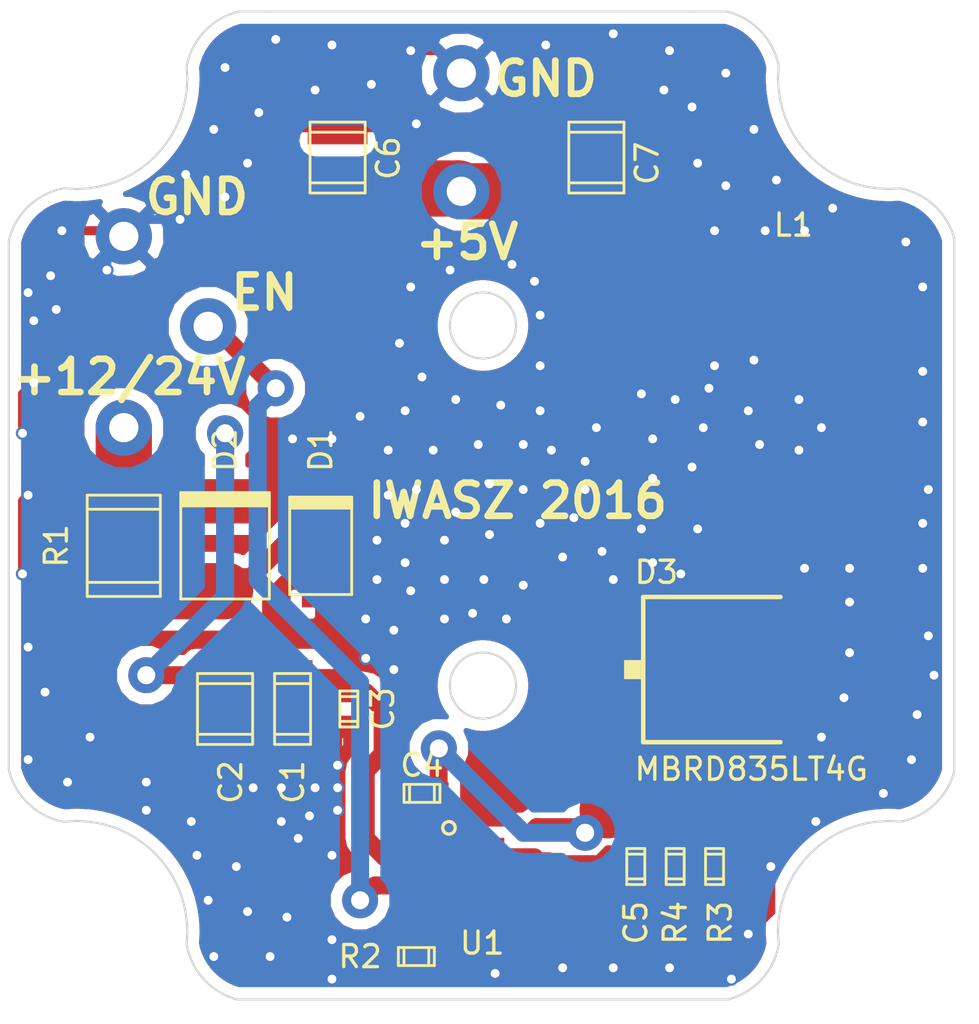
<source format=kicad_pcb>
(kicad_pcb (version 4) (host pcbnew 0.201604071231+6672~43~ubuntu15.10.1-product)

  (general
    (links 34)
    (no_connects 0)
    (area 125.822727 76.160766 168.608846 120.862352)
    (thickness 1.6)
    (drawings 266)
    (tracks 562)
    (zones 0)
    (modules 21)
    (nets 12)
  )

  (page A4)
  (layers
    (0 F.Cu signal)
    (31 B.Cu signal)
    (32 B.Adhes user)
    (33 F.Adhes user)
    (34 B.Paste user)
    (35 F.Paste user)
    (36 B.SilkS user)
    (37 F.SilkS user)
    (38 B.Mask user)
    (39 F.Mask user)
    (40 Dwgs.User user)
    (41 Cmts.User user)
    (42 Eco1.User user)
    (43 Eco2.User user)
    (44 Edge.Cuts user)
    (45 Margin user)
    (46 B.CrtYd user)
    (47 F.CrtYd user)
    (48 B.Fab user)
    (49 F.Fab user)
  )

  (setup
    (last_trace_width 0.8128)
    (user_trace_width 0.4064)
    (user_trace_width 0.8128)
    (user_trace_width 2.54)
    (trace_clearance 0.2)
    (zone_clearance 0.508)
    (zone_45_only no)
    (trace_min 0.2)
    (segment_width 0.2)
    (edge_width 0.15)
    (via_size 0.6)
    (via_drill 0.4)
    (via_min_size 0.4)
    (via_min_drill 0.3)
    (user_via 1.6256 0.8128)
    (uvia_size 0.3)
    (uvia_drill 0.1)
    (uvias_allowed no)
    (uvia_min_size 0)
    (uvia_min_drill 0)
    (pcb_text_width 0.3)
    (pcb_text_size 1.5 1.5)
    (mod_edge_width 0.15)
    (mod_text_size 1 1)
    (mod_text_width 0.15)
    (pad_size 1.524 1.524)
    (pad_drill 0.762)
    (pad_to_mask_clearance 0.2)
    (aux_axis_origin 0 0)
    (visible_elements FFFFEF7F)
    (pcbplotparams
      (layerselection 0x00030_ffffffff)
      (usegerberextensions false)
      (excludeedgelayer true)
      (linewidth 0.100000)
      (plotframeref false)
      (viasonmask false)
      (mode 1)
      (useauxorigin false)
      (hpglpennumber 1)
      (hpglpenspeed 20)
      (hpglpendiameter 15)
      (psnegative false)
      (psa4output false)
      (plotreference true)
      (plotvalue true)
      (plotinvisibletext false)
      (padsonsilk false)
      (subtractmaskfromsilk false)
      (outputformat 1)
      (mirror false)
      (drillshape 1)
      (scaleselection 1)
      (outputdirectory ""))
  )

  (net 0 "")
  (net 1 GND)
  (net 2 "Net-(C1-Pad2)")
  (net 3 "Net-(C4-Pad1)")
  (net 4 "Net-(C4-Pad2)")
  (net 5 "Net-(C5-Pad2)")
  (net 6 +5V)
  (net 7 "Net-(D1-Pad2)")
  (net 8 +12V)
  (net 9 "Net-(R2-Pad1)")
  (net 10 "Net-(R3-Pad2)")
  (net 11 "Net-(P3-Pad1)")

  (net_class Default "This is the default net class."
    (clearance 0.2)
    (trace_width 0.25)
    (via_dia 0.6)
    (via_drill 0.4)
    (uvia_dia 0.3)
    (uvia_drill 0.1)
    (add_net +12V)
    (add_net +5V)
    (add_net GND)
    (add_net "Net-(C1-Pad2)")
    (add_net "Net-(C4-Pad1)")
    (add_net "Net-(C4-Pad2)")
    (add_net "Net-(C5-Pad2)")
    (add_net "Net-(D1-Pad2)")
    (add_net "Net-(P3-Pad1)")
    (add_net "Net-(R2-Pad1)")
    (add_net "Net-(R3-Pad2)")
  )

  (module w_smd_cap:c_1206 (layer F.Cu) (tedit 0) (tstamp 57095F51)
    (at 138.684 107.696 270)
    (descr "SMT capacitor, 1206")
    (path /57096A4E)
    (fp_text reference C1 (at 3.302 0 270) (layer F.SilkS)
      (effects (font (size 1 1) (thickness 0.15)))
    )
    (fp_text value "4.7-10µF 50V X5R/X7R" (at 0 1.27 270) (layer F.SilkS) hide
      (effects (font (size 1 1) (thickness 0.15)))
    )
    (fp_line (start 1.143 0.8128) (end 1.143 -0.8128) (layer F.SilkS) (width 0.127))
    (fp_line (start -1.143 -0.8128) (end -1.143 0.8128) (layer F.SilkS) (width 0.127))
    (fp_line (start -1.6002 -0.8128) (end -1.6002 0.8128) (layer F.SilkS) (width 0.127))
    (fp_line (start -1.6002 0.8128) (end 1.6002 0.8128) (layer F.SilkS) (width 0.127))
    (fp_line (start 1.6002 0.8128) (end 1.6002 -0.8128) (layer F.SilkS) (width 0.127))
    (fp_line (start 1.6002 -0.8128) (end -1.6002 -0.8128) (layer F.SilkS) (width 0.127))
    (pad 1 smd rect (at 1.397 0 270) (size 1.6002 1.8034) (layers F.Cu F.Paste F.Mask)
      (net 1 GND))
    (pad 2 smd rect (at -1.397 0 270) (size 1.6002 1.8034) (layers F.Cu F.Paste F.Mask)
      (net 2 "Net-(C1-Pad2)"))
    (model walter/smd_cap/c_1206.wrl
      (at (xyz 0 0 0))
      (scale (xyz 1 1 1))
      (rotate (xyz 0 0 0))
    )
  )

  (module w_smd_cap:c_1210 (layer F.Cu) (tedit 0) (tstamp 57095F57)
    (at 135.636 107.696 270)
    (descr "SMT capacitor, 1210")
    (path /57096A4F)
    (fp_text reference C2 (at 3.302 -0.254 270) (layer F.SilkS)
      (effects (font (size 1 1) (thickness 0.15)))
    )
    (fp_text value "2.2µF 100V X7R" (at -0.0254 1.7272 270) (layer F.SilkS) hide
      (effects (font (size 1 1) (thickness 0.15)))
    )
    (fp_line (start -1.6002 -1.2446) (end -1.6002 1.2446) (layer F.SilkS) (width 0.127))
    (fp_line (start 1.6002 1.2446) (end 1.6002 -1.2446) (layer F.SilkS) (width 0.127))
    (fp_line (start 1.143 -1.2446) (end 1.143 1.2446) (layer F.SilkS) (width 0.127))
    (fp_line (start -1.143 1.2446) (end -1.143 -1.2446) (layer F.SilkS) (width 0.127))
    (fp_line (start -1.6002 1.2446) (end 1.6002 1.2446) (layer F.SilkS) (width 0.127))
    (fp_line (start 1.6002 -1.2446) (end -1.6002 -1.2446) (layer F.SilkS) (width 0.127))
    (pad 1 smd rect (at 1.397 0 270) (size 1.6002 2.6924) (layers F.Cu F.Paste F.Mask)
      (net 1 GND))
    (pad 2 smd rect (at -1.397 0 270) (size 1.6002 2.6924) (layers F.Cu F.Paste F.Mask)
      (net 2 "Net-(C1-Pad2)"))
    (model walter/smd_cap/c_1210.wrl
      (at (xyz 0 0 0))
      (scale (xyz 1 1 1))
      (rotate (xyz 0 0 0))
    )
  )

  (module w_smd_cap:c_0603 (layer F.Cu) (tedit 0) (tstamp 57095F5D)
    (at 141.224 107.696 270)
    (descr "SMT capacitor, 0603")
    (path /57096A50)
    (fp_text reference C3 (at 0 -1.524 270) (layer F.SilkS)
      (effects (font (size 1 1) (thickness 0.15)))
    )
    (fp_text value "100nF 50V" (at 0 0.635 270) (layer F.SilkS) hide
      (effects (font (size 1 1) (thickness 0.15)))
    )
    (fp_line (start 0.5588 0.4064) (end 0.5588 -0.4064) (layer F.SilkS) (width 0.127))
    (fp_line (start -0.5588 -0.381) (end -0.5588 0.4064) (layer F.SilkS) (width 0.127))
    (fp_line (start -0.8128 -0.4064) (end 0.8128 -0.4064) (layer F.SilkS) (width 0.127))
    (fp_line (start 0.8128 -0.4064) (end 0.8128 0.4064) (layer F.SilkS) (width 0.127))
    (fp_line (start 0.8128 0.4064) (end -0.8128 0.4064) (layer F.SilkS) (width 0.127))
    (fp_line (start -0.8128 0.4064) (end -0.8128 -0.4064) (layer F.SilkS) (width 0.127))
    (pad 1 smd rect (at 0.75184 0 270) (size 0.89916 1.00076) (layers F.Cu F.Paste F.Mask)
      (net 1 GND))
    (pad 2 smd rect (at -0.75184 0 270) (size 0.89916 1.00076) (layers F.Cu F.Paste F.Mask)
      (net 2 "Net-(C1-Pad2)"))
    (model walter/smd_cap/c_0603.wrl
      (at (xyz 0 0 0))
      (scale (xyz 1 1 1))
      (rotate (xyz 0 0 0))
    )
  )

  (module w_smd_cap:c_0603 (layer F.Cu) (tedit 0) (tstamp 57095F63)
    (at 144.526 111.506)
    (descr "SMT capacitor, 0603")
    (path /57096A54)
    (fp_text reference C4 (at 0 -1.27) (layer F.SilkS)
      (effects (font (size 1 1) (thickness 0.15)))
    )
    (fp_text value "100nF 16V X5R/X7R" (at 0 0.635) (layer F.SilkS) hide
      (effects (font (size 1 1) (thickness 0.15)))
    )
    (fp_line (start 0.5588 0.4064) (end 0.5588 -0.4064) (layer F.SilkS) (width 0.127))
    (fp_line (start -0.5588 -0.381) (end -0.5588 0.4064) (layer F.SilkS) (width 0.127))
    (fp_line (start -0.8128 -0.4064) (end 0.8128 -0.4064) (layer F.SilkS) (width 0.127))
    (fp_line (start 0.8128 -0.4064) (end 0.8128 0.4064) (layer F.SilkS) (width 0.127))
    (fp_line (start 0.8128 0.4064) (end -0.8128 0.4064) (layer F.SilkS) (width 0.127))
    (fp_line (start -0.8128 0.4064) (end -0.8128 -0.4064) (layer F.SilkS) (width 0.127))
    (pad 1 smd rect (at 0.75184 0) (size 0.89916 1.00076) (layers F.Cu F.Paste F.Mask)
      (net 3 "Net-(C4-Pad1)"))
    (pad 2 smd rect (at -0.75184 0) (size 0.89916 1.00076) (layers F.Cu F.Paste F.Mask)
      (net 4 "Net-(C4-Pad2)"))
    (model walter/smd_cap/c_0603.wrl
      (at (xyz 0 0 0))
      (scale (xyz 1 1 1))
      (rotate (xyz 0 0 0))
    )
  )

  (module w_smd_cap:c_0603 (layer F.Cu) (tedit 0) (tstamp 57095F69)
    (at 154.178 114.808 90)
    (descr "SMT capacitor, 0603")
    (path /57096A55)
    (fp_text reference C5 (at -2.54 0 90) (layer F.SilkS)
      (effects (font (size 1 1) (thickness 0.15)))
    )
    (fp_text value 22nF (at 0 0.635 90) (layer F.SilkS) hide
      (effects (font (size 1 1) (thickness 0.15)))
    )
    (fp_line (start 0.5588 0.4064) (end 0.5588 -0.4064) (layer F.SilkS) (width 0.127))
    (fp_line (start -0.5588 -0.381) (end -0.5588 0.4064) (layer F.SilkS) (width 0.127))
    (fp_line (start -0.8128 -0.4064) (end 0.8128 -0.4064) (layer F.SilkS) (width 0.127))
    (fp_line (start 0.8128 -0.4064) (end 0.8128 0.4064) (layer F.SilkS) (width 0.127))
    (fp_line (start 0.8128 0.4064) (end -0.8128 0.4064) (layer F.SilkS) (width 0.127))
    (fp_line (start -0.8128 0.4064) (end -0.8128 -0.4064) (layer F.SilkS) (width 0.127))
    (pad 1 smd rect (at 0.75184 0 90) (size 0.89916 1.00076) (layers F.Cu F.Paste F.Mask)
      (net 1 GND))
    (pad 2 smd rect (at -0.75184 0 90) (size 0.89916 1.00076) (layers F.Cu F.Paste F.Mask)
      (net 5 "Net-(C5-Pad2)"))
    (model walter/smd_cap/c_0603.wrl
      (at (xyz 0 0 0))
      (scale (xyz 1 1 1))
      (rotate (xyz 0 0 0))
    )
  )

  (module w_smd_cap:c_1210 (layer F.Cu) (tedit 0) (tstamp 57095F6F)
    (at 140.716 82.804 270)
    (descr "SMT capacitor, 1210")
    (path /57096A5A)
    (fp_text reference C6 (at 0.0254 -2.286 270) (layer F.SilkS)
      (effects (font (size 1 1) (thickness 0.15)))
    )
    (fp_text value "47µF 16V X7R" (at -0.0254 1.7272 270) (layer F.SilkS) hide
      (effects (font (size 1 1) (thickness 0.15)))
    )
    (fp_line (start -1.6002 -1.2446) (end -1.6002 1.2446) (layer F.SilkS) (width 0.127))
    (fp_line (start 1.6002 1.2446) (end 1.6002 -1.2446) (layer F.SilkS) (width 0.127))
    (fp_line (start 1.143 -1.2446) (end 1.143 1.2446) (layer F.SilkS) (width 0.127))
    (fp_line (start -1.143 1.2446) (end -1.143 -1.2446) (layer F.SilkS) (width 0.127))
    (fp_line (start -1.6002 1.2446) (end 1.6002 1.2446) (layer F.SilkS) (width 0.127))
    (fp_line (start 1.6002 -1.2446) (end -1.6002 -1.2446) (layer F.SilkS) (width 0.127))
    (pad 1 smd rect (at 1.397 0 270) (size 1.6002 2.6924) (layers F.Cu F.Paste F.Mask)
      (net 6 +5V))
    (pad 2 smd rect (at -1.397 0 270) (size 1.6002 2.6924) (layers F.Cu F.Paste F.Mask)
      (net 1 GND))
    (model walter/smd_cap/c_1210.wrl
      (at (xyz 0 0 0))
      (scale (xyz 1 1 1))
      (rotate (xyz 0 0 0))
    )
  )

  (module w_smd_cap:c_1210 (layer F.Cu) (tedit 0) (tstamp 57095F75)
    (at 152.4 82.804 270)
    (descr "SMT capacitor, 1210")
    (path /57096A5B)
    (fp_text reference C7 (at 0.254 -2.286 270) (layer F.SilkS)
      (effects (font (size 1 1) (thickness 0.15)))
    )
    (fp_text value "47µF 16V X7R" (at -0.0254 1.7272 270) (layer F.SilkS) hide
      (effects (font (size 1 1) (thickness 0.15)))
    )
    (fp_line (start -1.6002 -1.2446) (end -1.6002 1.2446) (layer F.SilkS) (width 0.127))
    (fp_line (start 1.6002 1.2446) (end 1.6002 -1.2446) (layer F.SilkS) (width 0.127))
    (fp_line (start 1.143 -1.2446) (end 1.143 1.2446) (layer F.SilkS) (width 0.127))
    (fp_line (start -1.143 1.2446) (end -1.143 -1.2446) (layer F.SilkS) (width 0.127))
    (fp_line (start -1.6002 1.2446) (end 1.6002 1.2446) (layer F.SilkS) (width 0.127))
    (fp_line (start 1.6002 -1.2446) (end -1.6002 -1.2446) (layer F.SilkS) (width 0.127))
    (pad 1 smd rect (at 1.397 0 270) (size 1.6002 2.6924) (layers F.Cu F.Paste F.Mask)
      (net 6 +5V))
    (pad 2 smd rect (at -1.397 0 270) (size 1.6002 2.6924) (layers F.Cu F.Paste F.Mask)
      (net 1 GND))
    (model walter/smd_cap/c_1210.wrl
      (at (xyz 0 0 0))
      (scale (xyz 1 1 1))
      (rotate (xyz 0 0 0))
    )
  )

  (module w_smd_diode:do214ac (layer F.Cu) (tedit 0) (tstamp 57095F7B)
    (at 139.954 100.33 90)
    (descr DO214AC)
    (path /57096A4D)
    (fp_text reference D1 (at 4.318 0 90) (layer F.SilkS)
      (effects (font (size 1 1) (thickness 0.15)))
    )
    (fp_text value SMAJ33A (at 0 1.9685 90) (layer F.SilkS) hide
      (effects (font (size 1 1) (thickness 0.15)))
    )
    (fp_line (start 2.10058 1.39954) (end 2.10058 -1.39954) (layer F.SilkS) (width 0.127))
    (fp_line (start 1.99898 -1.39954) (end 1.99898 1.39954) (layer F.SilkS) (width 0.127))
    (fp_line (start 1.89992 1.39954) (end 1.89992 -1.39954) (layer F.SilkS) (width 0.127))
    (fp_line (start 1.80086 -1.39954) (end 1.80086 1.39954) (layer F.SilkS) (width 0.127))
    (fp_line (start 1.69926 -1.39954) (end 1.69926 1.39954) (layer F.SilkS) (width 0.127))
    (fp_line (start 2.19964 -1.39954) (end -2.19964 -1.39954) (layer F.SilkS) (width 0.127))
    (fp_line (start -2.19964 -1.39954) (end -2.19964 1.39954) (layer F.SilkS) (width 0.127))
    (fp_line (start -2.19964 1.39954) (end 2.19964 1.39954) (layer F.SilkS) (width 0.127))
    (fp_line (start 2.19964 1.39954) (end 2.19964 -1.39954) (layer F.SilkS) (width 0.127))
    (pad 2 smd rect (at 1.72974 0 90) (size 2.10058 1.69926) (layers F.Cu F.Paste F.Mask)
      (net 7 "Net-(D1-Pad2)"))
    (pad 1 smd rect (at -1.72974 0 90) (size 2.10058 1.69926) (layers F.Cu F.Paste F.Mask)
      (net 1 GND))
    (model walter/smd_diode/do214ac.wrl
      (at (xyz 0 0 0))
      (scale (xyz 1 1 1))
      (rotate (xyz 0 0 0))
    )
  )

  (module iwasz:do214aa-C1-A2 (layer F.Cu) (tedit 57062D26) (tstamp 57095F81)
    (at 135.636 100.33 90)
    (descr DO214AA)
    (path /57096A77)
    (fp_text reference D2 (at 4.318 0 90) (layer F.SilkS)
      (effects (font (size 1 1) (thickness 0.15)))
    )
    (fp_text value MBRS130L (at 0 2.49936 90) (layer F.SilkS) hide
      (effects (font (size 1 1) (thickness 0.15)))
    )
    (fp_line (start 2.30124 -1.99898) (end 2.30124 1.99898) (layer F.SilkS) (width 0.127))
    (fp_line (start 2.19964 1.99898) (end 2.19964 -1.99898) (layer F.SilkS) (width 0.127))
    (fp_line (start 2.10058 -1.99898) (end 2.10058 1.99898) (layer F.SilkS) (width 0.127))
    (fp_line (start 1.99898 1.99898) (end 1.99898 -1.99898) (layer F.SilkS) (width 0.127))
    (fp_line (start 1.89992 -1.99898) (end 1.89992 1.99898) (layer F.SilkS) (width 0.127))
    (fp_line (start 1.80086 -1.99898) (end 1.80086 1.99898) (layer F.SilkS) (width 0.127))
    (fp_line (start 2.4003 -1.99898) (end 2.4003 1.99898) (layer F.SilkS) (width 0.127))
    (fp_line (start 2.4003 1.99898) (end -2.4003 1.99898) (layer F.SilkS) (width 0.127))
    (fp_line (start -2.4003 1.99898) (end -2.4003 -1.99898) (layer F.SilkS) (width 0.127))
    (fp_line (start -2.4003 -1.99898) (end 2.4003 -1.99898) (layer F.SilkS) (width 0.127))
    (pad 1 smd rect (at 2.00914 0 90) (size 1.99898 2.30124) (layers F.Cu F.Paste F.Mask)
      (net 2 "Net-(C1-Pad2)"))
    (pad 2 smd rect (at -2.00914 0 90) (size 1.99898 2.30124) (layers F.Cu F.Paste F.Mask)
      (net 7 "Net-(D1-Pad2)"))
    (model walter/smd_diode/do214aa.wrl
      (at (xyz 0 0 0))
      (scale (xyz 1 1 1))
      (rotate (xyz 0 0 0))
    )
  )

  (module iwasz:12.5x12.5_inductor (layer F.Cu) (tedit 57095BE0) (tstamp 57095F8E)
    (at 162.56 93.472 90)
    (path /57096A57)
    (fp_text reference L1 (at 7.62 -1.27 180) (layer F.SilkS)
      (effects (font (size 1 1) (thickness 0.15)))
    )
    (fp_text value "8.2µH 7Arms 10Asat" (at 0.508 2.794 90) (layer F.Fab)
      (effects (font (size 1 1) (thickness 0.15)))
    )
    (pad 1 smd rect (at -5 -1.5 90) (size 3.1 5.5) (layers F.Cu F.Paste F.Mask)
      (net 3 "Net-(C4-Pad1)"))
    (pad 2 smd rect (at 4.85 -1.5 90) (size 3.1 5.5) (layers F.Cu F.Paste F.Mask)
      (net 6 +5V))
  )

  (module w_smd_cap:c_1812 (layer F.Cu) (tedit 0) (tstamp 57095F9A)
    (at 131.064 100.33 270)
    (descr "SMT capacitor, 1812")
    (path /57096A4B)
    (fp_text reference R1 (at 0 3.048 270) (layer F.SilkS)
      (effects (font (size 1 1) (thickness 0.15)))
    )
    (fp_text value "12V 3A/6A" (at 0 2.286 270) (layer F.SilkS) hide
      (effects (font (size 1 1) (thickness 0.15)))
    )
    (fp_line (start 1.651 -1.651) (end 1.651 1.651) (layer F.SilkS) (width 0.127))
    (fp_line (start -1.651 -1.651) (end -1.651 1.651) (layer F.SilkS) (width 0.127))
    (fp_line (start -2.286 -1.651) (end -2.286 1.651) (layer F.SilkS) (width 0.127))
    (fp_line (start -2.286 1.651) (end 2.286 1.651) (layer F.SilkS) (width 0.127))
    (fp_line (start 2.286 1.651) (end 2.286 -1.651) (layer F.SilkS) (width 0.127))
    (fp_line (start 2.286 -1.651) (end -2.286 -1.651) (layer F.SilkS) (width 0.127))
    (pad 1 smd rect (at 2.04978 0 270) (size 1.80086 3.70078) (layers F.Cu F.Paste F.Mask)
      (net 7 "Net-(D1-Pad2)"))
    (pad 2 smd rect (at -2.04978 0 270) (size 1.80086 3.70078) (layers F.Cu F.Paste F.Mask)
      (net 8 +12V))
    (model walter/smd_cap/c_1812.wrl
      (at (xyz 0 0 0))
      (scale (xyz 1 1 1))
      (rotate (xyz 0 0 0))
    )
  )

  (module w_smd_resistors:r_0603 (layer F.Cu) (tedit 0) (tstamp 57095FA0)
    (at 144.272 118.872 180)
    (descr "SMT resistor, 0603")
    (path /57096A51)
    (fp_text reference R2 (at 2.54 0 180) (layer F.SilkS)
      (effects (font (size 1 1) (thickness 0.15)))
    )
    (fp_text value "49.9k 1%" (at 0 0.6096 180) (layer F.SilkS) hide
      (effects (font (size 1 1) (thickness 0.15)))
    )
    (fp_line (start 0.5588 0.4064) (end 0.5588 -0.4064) (layer F.SilkS) (width 0.127))
    (fp_line (start -0.5588 -0.381) (end -0.5588 0.4064) (layer F.SilkS) (width 0.127))
    (fp_line (start -0.8128 -0.4064) (end 0.8128 -0.4064) (layer F.SilkS) (width 0.127))
    (fp_line (start 0.8128 -0.4064) (end 0.8128 0.4064) (layer F.SilkS) (width 0.127))
    (fp_line (start 0.8128 0.4064) (end -0.8128 0.4064) (layer F.SilkS) (width 0.127))
    (fp_line (start -0.8128 0.4064) (end -0.8128 -0.4064) (layer F.SilkS) (width 0.127))
    (pad 1 smd rect (at 0.75184 0 180) (size 0.89916 1.00076) (layers F.Cu F.Paste F.Mask)
      (net 9 "Net-(R2-Pad1)"))
    (pad 2 smd rect (at -0.75184 0 180) (size 0.89916 1.00076) (layers F.Cu F.Paste F.Mask)
      (net 1 GND))
    (model walter/smd_resistors/r_0603.wrl
      (at (xyz 0 0 0))
      (scale (xyz 1 1 1))
      (rotate (xyz 0 0 0))
    )
  )

  (module w_smd_resistors:r_0603 (layer F.Cu) (tedit 0) (tstamp 57095FA6)
    (at 157.734 114.808 90)
    (descr "SMT resistor, 0603")
    (path /57096A58)
    (fp_text reference R3 (at -2.54 0.254 90) (layer F.SilkS)
      (effects (font (size 1 1) (thickness 0.15)))
    )
    (fp_text value "56.6k 1%" (at 0 0.6096 90) (layer F.SilkS) hide
      (effects (font (size 1 1) (thickness 0.15)))
    )
    (fp_line (start 0.5588 0.4064) (end 0.5588 -0.4064) (layer F.SilkS) (width 0.127))
    (fp_line (start -0.5588 -0.381) (end -0.5588 0.4064) (layer F.SilkS) (width 0.127))
    (fp_line (start -0.8128 -0.4064) (end 0.8128 -0.4064) (layer F.SilkS) (width 0.127))
    (fp_line (start 0.8128 -0.4064) (end 0.8128 0.4064) (layer F.SilkS) (width 0.127))
    (fp_line (start 0.8128 0.4064) (end -0.8128 0.4064) (layer F.SilkS) (width 0.127))
    (fp_line (start -0.8128 0.4064) (end -0.8128 -0.4064) (layer F.SilkS) (width 0.127))
    (pad 1 smd rect (at 0.75184 0 90) (size 0.89916 1.00076) (layers F.Cu F.Paste F.Mask)
      (net 6 +5V))
    (pad 2 smd rect (at -0.75184 0 90) (size 0.89916 1.00076) (layers F.Cu F.Paste F.Mask)
      (net 10 "Net-(R3-Pad2)"))
    (model walter/smd_resistors/r_0603.wrl
      (at (xyz 0 0 0))
      (scale (xyz 1 1 1))
      (rotate (xyz 0 0 0))
    )
  )

  (module w_smd_resistors:r_0603 (layer F.Cu) (tedit 0) (tstamp 57095FAC)
    (at 155.956 114.808 270)
    (descr "SMT resistor, 0603")
    (path /57096A59)
    (fp_text reference R4 (at 2.54 0 270) (layer F.SilkS)
      (effects (font (size 1 1) (thickness 0.15)))
    )
    (fp_text value "10k 1%" (at 0 0.6096 270) (layer F.SilkS) hide
      (effects (font (size 1 1) (thickness 0.15)))
    )
    (fp_line (start 0.5588 0.4064) (end 0.5588 -0.4064) (layer F.SilkS) (width 0.127))
    (fp_line (start -0.5588 -0.381) (end -0.5588 0.4064) (layer F.SilkS) (width 0.127))
    (fp_line (start -0.8128 -0.4064) (end 0.8128 -0.4064) (layer F.SilkS) (width 0.127))
    (fp_line (start 0.8128 -0.4064) (end 0.8128 0.4064) (layer F.SilkS) (width 0.127))
    (fp_line (start 0.8128 0.4064) (end -0.8128 0.4064) (layer F.SilkS) (width 0.127))
    (fp_line (start -0.8128 0.4064) (end -0.8128 -0.4064) (layer F.SilkS) (width 0.127))
    (pad 1 smd rect (at 0.75184 0 270) (size 0.89916 1.00076) (layers F.Cu F.Paste F.Mask)
      (net 10 "Net-(R3-Pad2)"))
    (pad 2 smd rect (at -0.75184 0 270) (size 0.89916 1.00076) (layers F.Cu F.Paste F.Mask)
      (net 1 GND))
    (model walter/smd_resistors/r_0603.wrl
      (at (xyz 0 0 0))
      (scale (xyz 1 1 1))
      (rotate (xyz 0 0 0))
    )
  )

  (module iwasz:HSOIC_8_powerpad (layer F.Cu) (tedit 56D96B3B) (tstamp 57095FB9)
    (at 148.844 115.062 270)
    (path /57096A68)
    (fp_text reference U1 (at 3.2 1.6 360) (layer F.SilkS)
      (effects (font (size 1 1) (thickness 0.15)))
    )
    (fp_text value LMR14050 (at -1.016 6.604 270) (layer F.Fab)
      (effects (font (size 1 1) (thickness 0.15)))
    )
    (fp_circle (center -2 3.1) (end -1.8 3.3) (layer F.SilkS) (width 0.15))
    (pad 1 smd rect (at -1.94 4.365 270) (size 0.45 1.5) (layers F.Cu F.Paste F.Mask)
      (net 4 "Net-(C4-Pad2)"))
    (pad 2 smd rect (at -0.67 4.365 270) (size 0.45 1.5) (layers F.Cu F.Paste F.Mask)
      (net 2 "Net-(C1-Pad2)"))
    (pad 4 smd rect (at 1.87 4.365 270) (size 0.45 1.5) (layers F.Cu F.Paste F.Mask)
      (net 9 "Net-(R2-Pad1)"))
    (pad 3 smd rect (at 0.6 4.365 270) (size 0.45 1.5) (layers F.Cu F.Paste F.Mask)
      (net 11 "Net-(P3-Pad1)"))
    (pad 6 smd rect (at 0.6 -0.765 270) (size 0.45 1.5) (layers F.Cu F.Paste F.Mask)
      (net 5 "Net-(C5-Pad2)"))
    (pad 5 smd rect (at 1.87 -0.765 270) (size 0.45 1.5) (layers F.Cu F.Paste F.Mask)
      (net 10 "Net-(R3-Pad2)"))
    (pad 7 smd rect (at -0.67 -0.765 270) (size 0.45 1.5) (layers F.Cu F.Paste F.Mask)
      (net 1 GND))
    (pad 8 smd rect (at -1.94 -0.765 270) (size 0.45 1.5) (layers F.Cu F.Paste F.Mask)
      (net 3 "Net-(C4-Pad1)"))
    (pad 7 smd rect (at 0 1.8 270) (size 3.1 2.4) (layers F.Cu F.Paste F.Mask)
      (net 1 GND))
  )

  (module iwasz:DPAK-diode (layer F.Cu) (tedit 57096B14) (tstamp 57096BA1)
    (at 156.972 105.918 270)
    (descr "<b>DPAK</b> CASE 369-07<br>\nSource MOTOROLA / ON Semiconductor mjd32-d.pdf")
    (path /57096A56)
    (fp_text reference D3 (at -3.81 2.94 360) (layer F.SilkS)
      (effects (font (size 1 1) (thickness 0.15)) (justify left bottom))
    )
    (fp_text value MBRD835LT4G (at 5.08 2.94 360) (layer F.SilkS)
      (effects (font (size 1 1) (thickness 0.15)) (justify left bottom))
    )
    (fp_line (start 3.2766 -3.7354) (end 3.277 2.459) (layer F.SilkS) (width 0.2032))
    (fp_line (start 3.277 2.459) (end -3.277 2.459) (layer F.SilkS) (width 0.2032))
    (fp_line (start -3.277 2.459) (end -3.2766 -3.7354) (layer F.SilkS) (width 0.2032))
    (fp_line (start -3.277 -3.735) (end 3.2774 -3.7346) (layer F.Fab) (width 0.2032))
    (fp_line (start -2.5654 -3.837) (end -2.5654 -4.5482) (layer F.Fab) (width 0.2032))
    (fp_line (start -2.5654 -4.5482) (end -2.1082 -5.0054) (layer F.Fab) (width 0.2032))
    (fp_line (start -2.1082 -5.0054) (end 2.1082 -5.0054) (layer F.Fab) (width 0.2032))
    (fp_line (start 2.1082 -5.0054) (end 2.5654 -4.5482) (layer F.Fab) (width 0.2032))
    (fp_line (start 2.5654 -4.5482) (end 2.5654 -3.837) (layer F.Fab) (width 0.2032))
    (fp_line (start 2.5654 -3.837) (end -2.5654 -3.837) (layer F.Fab) (width 0.2032))
    (fp_poly (pts (xy -2.7178 5.4562) (xy -1.8542 5.4562) (xy -1.8542 2.5606) (xy -2.7178 2.5606)) (layer F.Fab) (width 0))
    (fp_poly (pts (xy 1.8542 5.4562) (xy 2.7178 5.4562) (xy 2.7178 2.5606) (xy 1.8542 2.5606)) (layer F.Fab) (width 0))
    (fp_poly (pts (xy -0.4318 3.3226) (xy 0.4318 3.3226) (xy 0.4318 2.5606) (xy -0.4318 2.5606)) (layer F.SilkS) (width 0))
    (fp_poly (pts (xy -2.5654 -3.837) (xy -2.5654 -4.5482) (xy -2.1082 -5.0054) (xy 2.1082 -5.0054)
      (xy 2.5654 -4.5482) (xy 2.5654 -3.837)) (layer F.Fab) (width 0))
    (pad 2 smd rect (at -2.28 4.04 270) (size 1.6 3) (layers F.Cu F.Paste F.Mask)
      (net 1 GND))
    (pad 2 smd rect (at 2.28 4.04 270) (size 1.6 3) (layers F.Cu F.Paste F.Mask)
      (net 1 GND))
    (pad 1 smd rect (at 0 -2.096 270) (size 4.826 4.191) (layers F.Cu F.Paste F.Mask)
      (net 3 "Net-(C4-Pad1)"))
  )

  (module discrete:PAD-01 (layer F.Cu) (tedit 570B9053) (tstamp 570B8E64)
    (at 146.304 78.994 90)
    (descr <b>PAD</b>)
    (path /570CEBAB)
    (fp_text reference P1 (at -1.27 -3.048 90) (layer F.SilkS) hide
      (effects (font (size 1.2065 1.2065) (thickness 0.127)) (justify left bottom))
    )
    (fp_text value CONN_01X01 (at -1.27 -1.524 90) (layer F.SilkS) hide
      (effects (font (size 1.2065 1.2065) (thickness 0.127)) (justify left bottom))
    )
    (fp_circle (center 0 0) (end 0.889 0) (layer F.Fab) (width 0.762))
    (pad 1 thru_hole circle (at 0 0 90) (size 2.54 2.54) (drill 1.3208) (layers *.Cu *.Mask)
      (net 1 GND))
  )

  (module discrete:PAD-01 (layer F.Cu) (tedit 570B8FE5) (tstamp 570B8E68)
    (at 131.064 94.996 90)
    (descr <b>PAD</b>)
    (path /570CEB59)
    (fp_text reference P2 (at -1.27 -3.048 90) (layer F.SilkS) hide
      (effects (font (size 1.2065 1.2065) (thickness 0.127)) (justify left bottom))
    )
    (fp_text value CONN_01X01 (at -1.27 -1.524 90) (layer F.SilkS) hide
      (effects (font (size 1.2065 1.2065) (thickness 0.127)) (justify left bottom))
    )
    (fp_circle (center 0 0) (end 0.889 0) (layer F.Fab) (width 0.762))
    (pad 1 thru_hole circle (at 0 0 90) (size 2.54 2.54) (drill 1.3208) (layers *.Cu *.Mask)
      (net 8 +12V))
  )

  (module discrete:PAD-01 (layer F.Cu) (tedit 570B8FE1) (tstamp 570B8E70)
    (at 134.874 90.424)
    (descr <b>PAD</b>)
    (path /570CE926)
    (fp_text reference P3 (at -1.27 -3.048) (layer F.SilkS) hide
      (effects (font (size 1.2065 1.2065) (thickness 0.127)) (justify left bottom))
    )
    (fp_text value CONN_01X01 (at -1.27 -1.524) (layer F.SilkS) hide
      (effects (font (size 1.2065 1.2065) (thickness 0.127)) (justify left bottom))
    )
    (fp_circle (center 0 0) (end 0.889 0) (layer F.Fab) (width 0.762))
    (pad 1 thru_hole circle (at 0 0) (size 2.54 2.54) (drill 1.3208) (layers *.Cu *.Mask)
      (net 11 "Net-(P3-Pad1)"))
  )

  (module discrete:PAD-01 (layer F.Cu) (tedit 570B904B) (tstamp 570B8E75)
    (at 146.304 84.328)
    (descr <b>PAD</b>)
    (path /570D06A7)
    (fp_text reference P4 (at 1.778 0.762) (layer F.SilkS) hide
      (effects (font (size 1.2065 1.2065) (thickness 0.127)) (justify left bottom))
    )
    (fp_text value CONN_01X01 (at -1.27 -1.524) (layer F.SilkS) hide
      (effects (font (size 1.2065 1.2065) (thickness 0.127)) (justify left bottom))
    )
    (fp_circle (center 0 0) (end 0.889 0) (layer F.Fab) (width 0.762))
    (pad 1 thru_hole circle (at 0 0) (size 2.54 2.54) (drill 1.3208) (layers *.Cu *.Mask)
      (net 6 +5V))
  )

  (module discrete:PAD-01 (layer F.Cu) (tedit 570B8FDF) (tstamp 570B8E7A)
    (at 131.064 86.36)
    (descr <b>PAD</b>)
    (path /570D0AA5)
    (fp_text reference P5 (at -1.27 -3.048) (layer F.SilkS) hide
      (effects (font (size 1.2065 1.2065) (thickness 0.127)) (justify left bottom))
    )
    (fp_text value CONN_01X01 (at -1.27 -1.524) (layer F.SilkS) hide
      (effects (font (size 1.2065 1.2065) (thickness 0.127)) (justify left bottom))
    )
    (fp_circle (center 0 0) (end 0.889 0) (layer F.Fab) (width 0.762))
    (pad 1 thru_hole circle (at 0 0) (size 2.54 2.54) (drill 1.3208) (layers *.Cu *.Mask)
      (net 1 GND))
  )

  (gr_text GND (at 150.114 79.248) (layer F.SilkS)
    (effects (font (size 1.5 1.5) (thickness 0.3)))
  )
  (gr_text EN (at 137.414 88.9) (layer F.SilkS)
    (effects (font (size 1.5 1.5) (thickness 0.3)))
  )
  (gr_text +12/24V (at 131.318 92.71) (layer F.SilkS)
    (effects (font (size 1.5 1.5) (thickness 0.3)))
  )
  (gr_text GND (at 134.366 84.582) (layer F.SilkS)
    (effects (font (size 1.5 1.5) (thickness 0.3)))
  )
  (gr_text "IWASZ 2016" (at 148.844 98.298) (layer F.SilkS)
    (effects (font (size 1.5 1.5) (thickness 0.3)))
  )
  (gr_text +5V (at 146.558 86.614) (layer F.SilkS)
    (effects (font (size 1.5 1.5) (thickness 0.3)))
  )
  (gr_line (start 145.898576 106.055081) (end 146.036571 105.800841) (layer Edge.Cuts) (width 0.1))
  (gr_line (start 145.811364 106.336028) (end 145.898576 106.055081) (layer Edge.Cuts) (width 0.1))
  (gr_line (start 145.780957 106.637667) (end 145.811364 106.336028) (layer Edge.Cuts) (width 0.1))
  (gr_line (start 125.872728 110.415877) (end 125.901941 110.545412) (layer Edge.Cuts) (width 0.1))
  (gr_line (start 125.872728 108.994843) (end 125.872728 110.415877) (layer Edge.Cuts) (width 0.1))
  (gr_line (start 125.872728 87.983069) (end 125.872728 108.994843) (layer Edge.Cuts) (width 0.1))
  (gr_line (start 125.872728 86.562034) (end 125.872728 87.983069) (layer Edge.Cuts) (width 0.1))
  (gr_line (start 125.927296 86.34706) (end 125.872728 86.562034) (layer Edge.Cuts) (width 0.1))
  (gr_line (start 126.034783 86.052714) (end 125.927296 86.34706) (layer Edge.Cuts) (width 0.1))
  (gr_line (start 126.171485 85.770491) (end 126.034783 86.052714) (layer Edge.Cuts) (width 0.1))
  (gr_line (start 126.335197 85.503151) (end 126.171485 85.770491) (layer Edge.Cuts) (width 0.1))
  (gr_line (start 126.524814 85.253449) (end 126.335197 85.503151) (layer Edge.Cuts) (width 0.1))
  (gr_line (start 126.738684 85.024143) (end 126.524814 85.253449) (layer Edge.Cuts) (width 0.1))
  (gr_line (start 126.974055 84.817438) (end 126.738684 85.024143) (layer Edge.Cuts) (width 0.1))
  (gr_line (start 127.229268 84.634987) (end 126.974055 84.817438) (layer Edge.Cuts) (width 0.1))
  (gr_line (start 127.501017 84.478992) (end 127.229268 84.634987) (layer Edge.Cuts) (width 0.1))
  (gr_line (start 127.787098 84.351111) (end 127.501017 84.478992) (layer Edge.Cuts) (width 0.1))
  (gr_line (start 147.860252 108.016757) (end 147.579305 108.103969) (layer Edge.Cuts) (width 0.1))
  (gr_line (start 148.114492 107.878762) (end 147.860252 108.016757) (layer Edge.Cuts) (width 0.1))
  (gr_line (start 148.774375 90.384689) (end 148.774375 90.384689) (layer Edge.Cuts) (width 0.1))
  (gr_line (start 148.743969 90.08305) (end 148.774375 90.384689) (layer Edge.Cuts) (width 0.1))
  (gr_line (start 148.656756 89.802101) (end 148.743969 90.08305) (layer Edge.Cuts) (width 0.1))
  (gr_line (start 148.518761 89.547864) (end 148.656756 89.802101) (layer Edge.Cuts) (width 0.1))
  (gr_line (start 148.336 89.326353) (end 148.518761 89.547864) (layer Edge.Cuts) (width 0.1))
  (gr_line (start 148.114492 89.143592) (end 148.336 89.326353) (layer Edge.Cuts) (width 0.1))
  (gr_line (start 128.946853 112.748619) (end 129.512951 112.784447) (layer Edge.Cuts) (width 0.1))
  (gr_line (start 128.363116 112.789408) (end 128.946853 112.748619) (layer Edge.Cuts) (width 0.1))
  (gr_line (start 128.300279 112.780039) (end 128.363116 112.789408) (layer Edge.Cuts) (width 0.1))
  (gr_line (start 127.99656 112.702317) (end 128.300279 112.780039) (layer Edge.Cuts) (width 0.1))
  (gr_line (start 127.702211 112.59483) (end 127.99656 112.702317) (layer Edge.Cuts) (width 0.1))
  (gr_line (start 127.419989 112.458681) (end 127.702211 112.59483) (layer Edge.Cuts) (width 0.1))
  (gr_line (start 127.152648 112.294969) (end 127.419989 112.458681) (layer Edge.Cuts) (width 0.1))
  (gr_line (start 126.902949 112.104799) (end 127.152648 112.294969) (layer Edge.Cuts) (width 0.1))
  (gr_line (start 126.673643 111.891479) (end 126.902949 112.104799) (layer Edge.Cuts) (width 0.1))
  (gr_line (start 126.466935 111.656111) (end 126.673643 111.891479) (layer Edge.Cuts) (width 0.1))
  (gr_line (start 126.284484 111.400898) (end 126.466935 111.656111) (layer Edge.Cuts) (width 0.1))
  (gr_line (start 126.128492 111.129149) (end 126.284484 111.400898) (layer Edge.Cuts) (width 0.1))
  (gr_line (start 126.000608 110.843069) (end 126.128492 111.129149) (layer Edge.Cuts) (width 0.1))
  (gr_line (start 125.901941 110.545412) (end 126.000608 110.843069) (layer Edge.Cuts) (width 0.1))
  (gr_line (start 160.635676 118.314289) (end 160.595987 117.738274) (layer Edge.Cuts) (width 0.1))
  (gr_line (start 160.62244 118.403585) (end 160.635676 118.314289) (layer Edge.Cuts) (width 0.1))
  (gr_line (start 160.544718 118.707312) (end 160.62244 118.403585) (layer Edge.Cuts) (width 0.1))
  (gr_line (start 160.437231 119.001642) (end 160.544718 118.707312) (layer Edge.Cuts) (width 0.1))
  (gr_line (start 160.301082 119.283864) (end 160.437231 119.001642) (layer Edge.Cuts) (width 0.1))
  (gr_line (start 160.13682 119.551213) (end 160.301082 119.283864) (layer Edge.Cuts) (width 0.1))
  (gr_line (start 159.9472 119.800923) (end 160.13682 119.551213) (layer Edge.Cuts) (width 0.1))
  (gr_line (start 159.73388 120.030229) (end 159.9472 119.800923) (layer Edge.Cuts) (width 0.1))
  (gr_line (start 159.497962 120.236928) (end 159.73388 120.030229) (layer Edge.Cuts) (width 0.1))
  (gr_line (start 159.243299 120.419385) (end 159.497962 120.236928) (layer Edge.Cuts) (width 0.1))
  (gr_line (start 158.97155 120.575369) (end 159.243299 120.419385) (layer Edge.Cuts) (width 0.1))
  (gr_line (start 158.685469 120.703244) (end 158.97155 120.575369) (layer Edge.Cuts) (width 0.1))
  (gr_line (start 158.387813 120.802473) (end 158.685469 120.703244) (layer Edge.Cuts) (width 0.1))
  (gr_line (start 158.343165 120.812351) (end 158.387813 120.802473) (layer Edge.Cuts) (width 0.1))
  (gr_line (start 156.76228 120.812351) (end 158.343165 120.812351) (layer Edge.Cuts) (width 0.1))
  (gr_line (start 137.781182 120.812351) (end 156.76228 120.812351) (layer Edge.Cuts) (width 0.1))
  (gr_line (start 136.200297 120.812351) (end 137.781182 120.812351) (layer Edge.Cuts) (width 0.1))
  (gr_line (start 148.656756 90.967275) (end 148.518761 91.221515) (layer Edge.Cuts) (width 0.1))
  (gr_line (start 148.743969 90.686328) (end 148.656756 90.967275) (layer Edge.Cuts) (width 0.1))
  (gr_line (start 148.774375 90.384689) (end 148.743969 90.686328) (layer Edge.Cuts) (width 0.1))
  (gr_line (start 148.774375 106.637667) (end 148.774375 106.637667) (layer Edge.Cuts) (width 0.1))
  (gr_line (start 148.743969 106.336028) (end 148.774375 106.637667) (layer Edge.Cuts) (width 0.1))
  (gr_line (start 148.656756 106.055081) (end 148.743969 106.336028) (layer Edge.Cuts) (width 0.1))
  (gr_line (start 148.518761 105.800841) (end 148.656756 106.055081) (layer Edge.Cuts) (width 0.1))
  (gr_line (start 148.336 105.579333) (end 148.518761 105.800841) (layer Edge.Cuts) (width 0.1))
  (gr_line (start 148.114492 105.396572) (end 148.336 105.579333) (layer Edge.Cuts) (width 0.1))
  (gr_line (start 147.860252 105.258577) (end 148.114492 105.396572) (layer Edge.Cuts) (width 0.1))
  (gr_line (start 148.518761 107.474492) (end 148.336 107.696) (layer Edge.Cuts) (width 0.1))
  (gr_line (start 148.774375 106.637667) (end 148.743969 106.939306) (layer Edge.Cuts) (width 0.1))
  (gr_line (start 134.588537 77.240435) (end 134.398918 77.490134) (layer Edge.Cuts) (width 0.1))
  (gr_line (start 134.801858 77.011129) (end 134.588537 77.240435) (layer Edge.Cuts) (width 0.1))
  (gr_line (start 135.037779 76.803871) (end 134.801858 77.011129) (layer Edge.Cuts) (width 0.1))
  (gr_line (start 135.292439 76.62197) (end 135.037779 76.803871) (layer Edge.Cuts) (width 0.1))
  (gr_line (start 135.564738 76.465975) (end 135.292439 76.62197) (layer Edge.Cuts) (width 0.1))
  (gr_line (start 135.850819 76.337544) (end 135.564738 76.465975) (layer Edge.Cuts) (width 0.1))
  (gr_line (start 136.147925 76.238876) (end 135.850819 76.337544) (layer Edge.Cuts) (width 0.1))
  (gr_line (start 136.273602 76.210767) (end 136.147925 76.238876) (layer Edge.Cuts) (width 0.1))
  (gr_line (start 168.54891 86.434749) (end 168.450243 86.137646) (layer Edge.Cuts) (width 0.1))
  (gr_line (start 168.558845 86.478847) (end 168.54891 86.434749) (layer Edge.Cuts) (width 0.1))
  (gr_line (start 168.558845 88.060285) (end 168.558845 86.478847) (layer Edge.Cuts) (width 0.1))
  (gr_line (start 168.558845 108.911655) (end 168.558845 88.060285) (layer Edge.Cuts) (width 0.1))
  (gr_line (start 168.558845 110.49309) (end 168.558845 108.911655) (layer Edge.Cuts) (width 0.1))
  (gr_line (start 168.523014 110.633101) (end 168.558845 110.49309) (layer Edge.Cuts) (width 0.1))
  (gr_line (start 168.415527 110.928) (end 168.523014 110.633101) (layer Edge.Cuts) (width 0.1))
  (gr_line (start 168.279377 111.210223) (end 168.415527 110.928) (layer Edge.Cuts) (width 0.1))
  (gr_line (start 168.115665 111.477563) (end 168.279377 111.210223) (layer Edge.Cuts) (width 0.1))
  (gr_line (start 167.926049 111.726712) (end 168.115665 111.477563) (layer Edge.Cuts) (width 0.1))
  (gr_line (start 167.712178 111.956017) (end 167.926049 111.726712) (layer Edge.Cuts) (width 0.1))
  (gr_line (start 167.476807 112.163273) (end 167.712178 111.956017) (layer Edge.Cuts) (width 0.1))
  (gr_line (start 167.221594 112.345174) (end 167.476807 112.163273) (layer Edge.Cuts) (width 0.1))
  (gr_line (start 166.949845 112.501169) (end 167.221594 112.345174) (layer Edge.Cuts) (width 0.1))
  (gr_line (start 166.663765 112.629603) (end 166.949845 112.501169) (layer Edge.Cuts) (width 0.1))
  (gr_line (start 166.366108 112.728271) (end 166.663765 112.629603) (layer Edge.Cuts) (width 0.1))
  (gr_line (start 166.129086 112.781738) (end 166.366108 112.728271) (layer Edge.Cuts) (width 0.1))
  (gr_line (start 165.585038 112.748664) (end 166.129086 112.781738) (layer Edge.Cuts) (width 0.1))
  (gr_line (start 148.743969 106.939306) (end 148.656756 107.220252) (layer Edge.Cuts) (width 0.1))
  (gr_line (start 136.060287 120.776509) (end 136.200297 120.812351) (layer Edge.Cuts) (width 0.1))
  (gr_line (start 135.765938 120.669039) (end 136.060287 120.776509) (layer Edge.Cuts) (width 0.1))
  (gr_line (start 135.483715 120.53233) (end 135.765938 120.669039) (layer Edge.Cuts) (width 0.1))
  (gr_line (start 135.216377 120.368613) (end 135.483715 120.53233) (layer Edge.Cuts) (width 0.1))
  (gr_line (start 134.966676 120.178988) (end 135.216377 120.368613) (layer Edge.Cuts) (width 0.1))
  (gr_line (start 134.73737 119.96512) (end 134.966676 120.178988) (layer Edge.Cuts) (width 0.1))
  (gr_line (start 134.530665 119.729747) (end 134.73737 119.96512) (layer Edge.Cuts) (width 0.1))
  (gr_line (start 134.348214 119.475098) (end 134.530665 119.729747) (layer Edge.Cuts) (width 0.1))
  (gr_line (start 134.192218 119.20281) (end 134.348214 119.475098) (layer Edge.Cuts) (width 0.1))
  (gr_line (start 134.064338 118.916721) (end 134.192218 119.20281) (layer Edge.Cuts) (width 0.1))
  (gr_line (start 133.965117 118.619626) (end 134.064338 118.916721) (layer Edge.Cuts) (width 0.1))
  (gr_line (start 133.897869 118.317535) (end 133.965117 118.619626) (layer Edge.Cuts) (width 0.1))
  (gr_line (start 133.935904 117.738217) (end 133.897869 118.317535) (layer Edge.Cuts) (width 0.1))
  (gr_line (start 133.903381 117.222287) (end 133.935904 117.738217) (layer Edge.Cuts) (width 0.1))
  (gr_line (start 133.839545 116.792209) (end 133.903381 117.222287) (layer Edge.Cuts) (width 0.1))
  (gr_line (start 133.740223 116.374999) (end 133.839545 116.792209) (layer Edge.Cuts) (width 0.1))
  (gr_line (start 163.018707 83.506587) (end 162.675561 83.280174) (layer Edge.Cuts) (width 0.1))
  (gr_line (start 163.38099 83.704757) (end 163.018707 83.506587) (layer Edge.Cuts) (width 0.1))
  (gr_line (start 163.760878 83.873142) (end 163.38099 83.704757) (layer Edge.Cuts) (width 0.1))
  (gr_line (start 164.156836 84.010201) (end 163.760878 83.873142) (layer Edge.Cuts) (width 0.1))
  (gr_line (start 164.567328 84.114386) (end 164.156836 84.010201) (layer Edge.Cuts) (width 0.1))
  (gr_line (start 164.990816 84.184151) (end 164.567328 84.114386) (layer Edge.Cuts) (width 0.1))
  (gr_line (start 165.585027 84.224391) (end 164.990816 84.184151) (layer Edge.Cuts) (width 0.1))
  (gr_line (start 166.093247 84.191317) (end 165.585027 84.224391) (layer Edge.Cuts) (width 0.1))
  (gr_line (start 166.150572 84.200122) (end 166.093247 84.191317) (layer Edge.Cuts) (width 0.1))
  (gr_line (start 166.454291 84.277844) (end 166.150572 84.200122) (layer Edge.Cuts) (width 0.1))
  (gr_line (start 166.74864 84.385331) (end 166.454291 84.277844) (layer Edge.Cuts) (width 0.1))
  (gr_line (start 167.030862 84.52148) (end 166.74864 84.385331) (layer Edge.Cuts) (width 0.1))
  (gr_line (start 167.298203 84.685742) (end 167.030862 84.52148) (layer Edge.Cuts) (width 0.1))
  (gr_line (start 167.547352 84.875362) (end 167.298203 84.685742) (layer Edge.Cuts) (width 0.1))
  (gr_line (start 167.776657 85.088682) (end 167.547352 84.875362) (layer Edge.Cuts) (width 0.1))
  (gr_line (start 167.983916 85.324603) (end 167.776657 85.088682) (layer Edge.Cuts) (width 0.1))
  (gr_line (start 168.166367 85.579263) (end 167.983916 85.324603) (layer Edge.Cuts) (width 0.1))
  (gr_line (start 168.322362 85.851563) (end 168.166367 85.579263) (layer Edge.Cuts) (width 0.1))
  (gr_line (start 168.450243 86.137646) (end 168.322362 85.851563) (layer Edge.Cuts) (width 0.1))
  (gr_line (start 128.084755 84.251893) (end 127.787098 84.351111) (layer Edge.Cuts) (width 0.1))
  (gr_line (start 128.374693 84.186849) (end 128.084755 84.251893) (layer Edge.Cuts) (width 0.1))
  (gr_line (start 128.946853 84.224331) (end 128.374693 84.186849) (layer Edge.Cuts) (width 0.1))
  (gr_line (start 129.479327 84.190157) (end 128.946853 84.224331) (layer Edge.Cuts) (width 0.1))
  (gr_line (start 129.907735 84.125119) (end 129.479327 84.190157) (layer Edge.Cuts) (width 0.1))
  (gr_line (start 130.323271 84.024862) (end 129.907735 84.125119) (layer Edge.Cuts) (width 0.1))
  (gr_line (start 130.724342 83.890965) (end 130.323271 84.024862) (layer Edge.Cuts) (width 0.1))
  (gr_line (start 131.109364 83.725001) (end 130.724342 83.890965) (layer Edge.Cuts) (width 0.1))
  (gr_line (start 131.476747 83.528549) (end 131.109364 83.725001) (layer Edge.Cuts) (width 0.1))
  (gr_line (start 131.824902 83.303181) (end 131.476747 83.528549) (layer Edge.Cuts) (width 0.1))
  (gr_line (start 132.152243 83.050473) (end 131.824902 83.303181) (layer Edge.Cuts) (width 0.1))
  (gr_line (start 132.457178 82.772002) (end 132.152243 83.050473) (layer Edge.Cuts) (width 0.1))
  (gr_line (start 132.738122 82.469341) (end 132.457178 82.772002) (layer Edge.Cuts) (width 0.1))
  (gr_line (start 132.993485 82.144069) (end 132.738122 82.469341) (layer Edge.Cuts) (width 0.1))
  (gr_line (start 147.860255 89.005596) (end 148.114492 89.143592) (layer Edge.Cuts) (width 0.1))
  (gr_line (start 147.579305 88.918384) (end 147.860255 89.005596) (layer Edge.Cuts) (width 0.1))
  (gr_line (start 147.277666 88.887977) (end 147.579305 88.918384) (layer Edge.Cuts) (width 0.1))
  (gr_line (start 146.976027 88.918384) (end 147.277666 88.887977) (layer Edge.Cuts) (width 0.1))
  (gr_line (start 146.695078 89.005596) (end 146.976027 88.918384) (layer Edge.Cuts) (width 0.1))
  (gr_line (start 146.440841 89.143592) (end 146.695078 89.005596) (layer Edge.Cuts) (width 0.1))
  (gr_line (start 146.219333 89.326353) (end 146.440841 89.143592) (layer Edge.Cuts) (width 0.1))
  (gr_line (start 146.036571 89.547864) (end 146.219333 89.326353) (layer Edge.Cuts) (width 0.1))
  (gr_line (start 145.898576 89.802101) (end 146.036571 89.547864) (layer Edge.Cuts) (width 0.1))
  (gr_line (start 145.811364 90.08305) (end 145.898576 89.802101) (layer Edge.Cuts) (width 0.1))
  (gr_line (start 145.780957 90.384689) (end 145.811364 90.08305) (layer Edge.Cuts) (width 0.1))
  (gr_line (start 145.811364 90.686328) (end 145.780957 90.384689) (layer Edge.Cuts) (width 0.1))
  (gr_line (start 146.695081 108.016757) (end 146.440841 107.878762) (layer Edge.Cuts) (width 0.1))
  (gr_line (start 146.976027 108.103969) (end 146.695081 108.016757) (layer Edge.Cuts) (width 0.1))
  (gr_line (start 147.277666 108.134376) (end 146.976027 108.103969) (layer Edge.Cuts) (width 0.1))
  (gr_line (start 147.579305 108.103969) (end 147.277666 108.134376) (layer Edge.Cuts) (width 0.1))
  (gr_line (start 133.607 115.972263) (end 133.740223 116.374999) (layer Edge.Cuts) (width 0.1))
  (gr_line (start 133.441462 115.585607) (end 133.607 115.972263) (layer Edge.Cuts) (width 0.1))
  (gr_line (start 133.245202 115.216635) (end 133.441462 115.585607) (layer Edge.Cuts) (width 0.1))
  (gr_line (start 133.019808 114.866956) (end 133.245202 115.216635) (layer Edge.Cuts) (width 0.1))
  (gr_line (start 132.766869 114.538173) (end 133.019808 114.866956) (layer Edge.Cuts) (width 0.1))
  (gr_line (start 132.487972 114.231894) (end 132.766869 114.538173) (layer Edge.Cuts) (width 0.1))
  (gr_line (start 132.184704 113.949723) (end 132.487972 114.231894) (layer Edge.Cuts) (width 0.1))
  (gr_line (start 131.858656 113.693265) (end 132.184704 113.949723) (layer Edge.Cuts) (width 0.1))
  (gr_line (start 131.511418 113.464128) (end 131.858656 113.693265) (layer Edge.Cuts) (width 0.1))
  (gr_line (start 131.144577 113.263917) (end 131.511418 113.464128) (layer Edge.Cuts) (width 0.1))
  (gr_line (start 130.759722 113.094239) (end 131.144577 113.263917) (layer Edge.Cuts) (width 0.1))
  (gr_line (start 130.358438 112.956696) (end 130.759722 113.094239) (layer Edge.Cuts) (width 0.1))
  (gr_line (start 129.942319 112.852897) (end 130.358438 112.956696) (layer Edge.Cuts) (width 0.1))
  (gr_line (start 129.512951 112.784447) (end 129.942319 112.852897) (layer Edge.Cuts) (width 0.1))
  (gr_line (start 133.221682 81.797759) (end 132.993485 82.144069) (layer Edge.Cuts) (width 0.1))
  (gr_line (start 133.421117 81.431985) (end 133.221682 81.797759) (layer Edge.Cuts) (width 0.1))
  (gr_line (start 133.590207 81.048327) (end 133.421117 81.431985) (layer Edge.Cuts) (width 0.1))
  (gr_line (start 133.727365 80.648358) (end 133.590207 81.048327) (layer Edge.Cuts) (width 0.1))
  (gr_line (start 133.830999 80.233656) (end 133.727365 80.648358) (layer Edge.Cuts) (width 0.1))
  (gr_line (start 133.899523 79.80579) (end 133.830999 80.233656) (layer Edge.Cuts) (width 0.1))
  (gr_line (start 133.935904 79.23473) (end 133.899523 79.80579) (layer Edge.Cuts) (width 0.1))
  (gr_line (start 133.901727 78.713832) (end 133.935904 79.23473) (layer Edge.Cuts) (width 0.1))
  (gr_line (start 133.913298 78.637765) (end 133.901727 78.713832) (layer Edge.Cuts) (width 0.1))
  (gr_line (start 133.991019 78.334046) (end 133.913298 78.637765) (layer Edge.Cuts) (width 0.1))
  (gr_line (start 134.098507 78.039143) (end 133.991019 78.334046) (layer Edge.Cuts) (width 0.1))
  (gr_line (start 134.234656 77.756921) (end 134.098507 78.039143) (layer Edge.Cuts) (width 0.1))
  (gr_line (start 134.398918 77.490134) (end 134.234656 77.756921) (layer Edge.Cuts) (width 0.1))
  (gr_line (start 136.273602 76.210767) (end 136.273602 76.210767) (layer Edge.Cuts) (width 0.1))
  (gr_line (start 136.273602 76.210823) (end 136.273602 76.210767) (layer Edge.Cuts) (width 0.1))
  (gr_line (start 137.702352 76.210823) (end 136.273602 76.210823) (layer Edge.Cuts) (width 0.1))
  (gr_line (start 156.835585 76.210823) (end 137.702352 76.210823) (layer Edge.Cuts) (width 0.1))
  (gr_line (start 158.264335 76.210823) (end 156.835585 76.210823) (layer Edge.Cuts) (width 0.1))
  (gr_line (start 158.475451 76.264841) (end 158.264335 76.210823) (layer Edge.Cuts) (width 0.1))
  (gr_line (start 158.7698 76.372328) (end 158.475451 76.264841) (layer Edge.Cuts) (width 0.1))
  (gr_line (start 159.052573 76.50848) (end 158.7698 76.372328) (layer Edge.Cuts) (width 0.1))
  (gr_line (start 159.31936 76.672189) (end 159.052573 76.50848) (layer Edge.Cuts) (width 0.1))
  (gr_line (start 164.981455 112.791661) (end 165.585038 112.748664) (layer Edge.Cuts) (width 0.1))
  (gr_line (start 164.556742 112.862174) (end 164.981455 112.791661) (layer Edge.Cuts) (width 0.1))
  (gr_line (start 164.145171 112.967296) (end 164.556742 112.862174) (layer Edge.Cuts) (width 0.1))
  (gr_line (start 163.748288 113.105458) (end 164.145171 112.967296) (layer Edge.Cuts) (width 0.1))
  (gr_line (start 163.367638 113.275102) (end 163.748288 113.105458) (layer Edge.Cuts) (width 0.1))
  (gr_line (start 163.004765 113.474661) (end 163.367638 113.275102) (layer Edge.Cuts) (width 0.1))
  (gr_line (start 162.66121 113.702578) (end 163.004765 113.474661) (layer Edge.Cuts) (width 0.1))
  (gr_line (start 162.338523 113.957286) (end 162.66121 113.702578) (layer Edge.Cuts) (width 0.1))
  (gr_line (start 162.038241 114.237225) (end 162.338523 113.957286) (layer Edge.Cuts) (width 0.1))
  (gr_line (start 161.761912 114.540832) (end 162.038241 114.237225) (layer Edge.Cuts) (width 0.1))
  (gr_line (start 161.511078 114.866541) (end 161.761912 114.540832) (layer Edge.Cuts) (width 0.1))
  (gr_line (start 161.287285 115.212797) (end 161.511078 114.866541) (layer Edge.Cuts) (width 0.1))
  (gr_line (start 161.092074 115.578029) (end 161.287285 115.212797) (layer Edge.Cuts) (width 0.1))
  (gr_line (start 160.926994 115.96068) (end 161.092074 115.578029) (layer Edge.Cuts) (width 0.1))
  (gr_line (start 160.793585 116.359184) (end 160.926994 115.96068) (layer Edge.Cuts) (width 0.1))
  (gr_line (start 160.69339 116.771982) (end 160.793585 116.359184) (layer Edge.Cuts) (width 0.1))
  (gr_line (start 160.627957 117.197508) (end 160.69339 116.771982) (layer Edge.Cuts) (width 0.1))
  (gr_line (start 160.595987 117.738274) (end 160.627957 117.197508) (layer Edge.Cuts) (width 0.1))
  (gr_line (start 147.579305 105.171364) (end 147.860252 105.258577) (layer Edge.Cuts) (width 0.1))
  (gr_line (start 147.277666 105.140958) (end 147.579305 105.171364) (layer Edge.Cuts) (width 0.1))
  (gr_line (start 146.976027 105.171364) (end 147.277666 105.140958) (layer Edge.Cuts) (width 0.1))
  (gr_line (start 146.695081 105.258577) (end 146.976027 105.171364) (layer Edge.Cuts) (width 0.1))
  (gr_line (start 146.440841 105.396572) (end 146.695081 105.258577) (layer Edge.Cuts) (width 0.1))
  (gr_line (start 146.219333 105.579333) (end 146.440841 105.396572) (layer Edge.Cuts) (width 0.1))
  (gr_line (start 146.036571 105.800841) (end 146.219333 105.579333) (layer Edge.Cuts) (width 0.1))
  (gr_line (start 145.811364 106.939306) (end 145.780957 106.637667) (layer Edge.Cuts) (width 0.1))
  (gr_line (start 145.898576 107.220252) (end 145.811364 106.939306) (layer Edge.Cuts) (width 0.1))
  (gr_line (start 146.036571 107.474492) (end 145.898576 107.220252) (layer Edge.Cuts) (width 0.1))
  (gr_line (start 146.219333 107.696) (end 146.036571 107.474492) (layer Edge.Cuts) (width 0.1))
  (gr_line (start 146.440841 107.878762) (end 146.219333 107.696) (layer Edge.Cuts) (width 0.1))
  (gr_line (start 145.898576 90.967275) (end 145.811364 90.686328) (layer Edge.Cuts) (width 0.1))
  (gr_line (start 146.036571 91.221515) (end 145.898576 90.967275) (layer Edge.Cuts) (width 0.1))
  (gr_line (start 146.219333 91.443023) (end 146.036571 91.221515) (layer Edge.Cuts) (width 0.1))
  (gr_line (start 146.440841 91.625784) (end 146.219333 91.443023) (layer Edge.Cuts) (width 0.1))
  (gr_line (start 146.695081 91.763779) (end 146.440841 91.625784) (layer Edge.Cuts) (width 0.1))
  (gr_line (start 146.976027 91.850992) (end 146.695081 91.763779) (layer Edge.Cuts) (width 0.1))
  (gr_line (start 147.277666 91.881398) (end 146.976027 91.850992) (layer Edge.Cuts) (width 0.1))
  (gr_line (start 147.579305 91.850992) (end 147.277666 91.881398) (layer Edge.Cuts) (width 0.1))
  (gr_line (start 147.860252 91.763779) (end 147.579305 91.850992) (layer Edge.Cuts) (width 0.1))
  (gr_line (start 148.114492 91.625784) (end 147.860252 91.763779) (layer Edge.Cuts) (width 0.1))
  (gr_line (start 148.336 91.443023) (end 148.114492 91.625784) (layer Edge.Cuts) (width 0.1))
  (gr_line (start 148.518761 91.221515) (end 148.336 91.443023) (layer Edge.Cuts) (width 0.1))
  (gr_line (start 148.656756 107.220252) (end 148.518761 107.474492) (layer Edge.Cuts) (width 0.1))
  (gr_line (start 159.569062 76.862359) (end 159.31936 76.672189) (layer Edge.Cuts) (width 0.1))
  (gr_line (start 159.798368 77.075679) (end 159.569062 76.862359) (layer Edge.Cuts) (width 0.1))
  (gr_line (start 160.005073 77.3116) (end 159.798368 77.075679) (layer Edge.Cuts) (width 0.1))
  (gr_line (start 160.187527 77.56626) (end 160.005073 77.3116) (layer Edge.Cuts) (width 0.1))
  (gr_line (start 160.343519 77.838009) (end 160.187527 77.56626) (layer Edge.Cuts) (width 0.1))
  (gr_line (start 160.471953 78.12409) (end 160.343519 77.838009) (layer Edge.Cuts) (width 0.1))
  (gr_line (start 160.570621 78.421747) (end 160.471953 78.12409) (layer Edge.Cuts) (width 0.1))
  (gr_line (start 160.6296 78.68578) (end 160.570621 78.421747) (layer Edge.Cuts) (width 0.1))
  (gr_line (start 160.595976 79.234789) (end 160.6296 78.68578) (layer Edge.Cuts) (width 0.1))
  (gr_line (start 160.634561 79.802541) (end 160.595976 79.234789) (layer Edge.Cuts) (width 0.1))
  (gr_line (start 160.701868 80.226428) (end 160.634561 79.802541) (layer Edge.Cuts) (width 0.1))
  (gr_line (start 160.803669 80.637518) (end 160.701868 80.226428) (layer Edge.Cuts) (width 0.1))
  (gr_line (start 160.938427 81.034264) (end 160.803669 80.637518) (layer Edge.Cuts) (width 0.1))
  (gr_line (start 161.104605 81.415122) (end 160.938427 81.034264) (layer Edge.Cuts) (width 0.1))
  (gr_line (start 161.30067 81.778551) (end 161.104605 81.415122) (layer Edge.Cuts) (width 0.1))
  (gr_line (start 161.525088 82.123003) (end 161.30067 81.778551) (layer Edge.Cuts) (width 0.1))
  (gr_line (start 161.776319 82.446935) (end 161.525088 82.123003) (layer Edge.Cuts) (width 0.1))
  (gr_line (start 162.052835 82.748803) (end 161.776319 82.446935) (layer Edge.Cuts) (width 0.1))
  (gr_line (start 162.353094 83.027066) (end 162.052835 82.748803) (layer Edge.Cuts) (width 0.1))
  (gr_line (start 162.675561 83.280174) (end 162.353094 83.027066) (layer Edge.Cuts) (width 0.1))
  (gr_line (start 148.336 107.696) (end 148.114492 107.878762) (layer Edge.Cuts) (width 0.1))

  (segment (start 155.956 93.726) (end 153.797 91.567) (width 0.4064) (layer F.Cu) (net 1))
  (segment (start 153.797 91.567) (end 151.511 91.567) (width 0.4064) (layer F.Cu) (net 1))
  (segment (start 151.511 91.567) (end 149.86 89.916) (width 0.4064) (layer F.Cu) (net 1))
  (segment (start 130.302 87.884) (end 130.302 87.122) (width 0.4064) (layer B.Cu) (net 1) (status 20))
  (segment (start 130.302 87.122) (end 131.064 86.36) (width 0.4064) (layer B.Cu) (net 1) (status 30))
  (segment (start 133.604 85.598) (end 131.826 85.598) (width 0.4064) (layer B.Cu) (net 1) (status 20))
  (segment (start 131.826 85.598) (end 131.064 86.36) (width 0.4064) (layer B.Cu) (net 1) (status 30))
  (segment (start 128.27 86.106) (end 130.81 86.106) (width 0.4064) (layer F.Cu) (net 1) (status 20))
  (segment (start 130.81 86.106) (end 131.064 86.36) (width 0.4064) (layer F.Cu) (net 1) (status 30))
  (segment (start 144.272012 81.28) (end 142.494 81.28) (width 0.4064) (layer F.Cu) (net 1))
  (segment (start 142.494 81.28) (end 142.494 81.3816) (width 0.4064) (layer F.Cu) (net 1))
  (segment (start 142.4686 81.407) (end 140.716 81.407) (width 0.4064) (layer F.Cu) (net 1) (status 20))
  (segment (start 142.494 81.3816) (end 142.4686 81.407) (width 0.4064) (layer F.Cu) (net 1))
  (segment (start 155.448 79.756) (end 152.8445 79.756) (width 0.4064) (layer F.Cu) (net 1))
  (segment (start 152.8445 79.756) (end 152.4 80.2005) (width 0.4064) (layer F.Cu) (net 1))
  (segment (start 152.4 80.2005) (end 152.4 81.407) (width 0.4064) (layer F.Cu) (net 1) (status 20))
  (segment (start 150.114 77.724) (end 147.573999 77.724001) (width 0.4064) (layer B.Cu) (net 1))
  (segment (start 147.573999 77.724001) (end 146.304 78.994) (width 0.4064) (layer B.Cu) (net 1) (status 20))
  (segment (start 144.018 77.978) (end 145.288 77.978) (width 0.4064) (layer F.Cu) (net 1))
  (segment (start 145.288 77.978) (end 146.304 78.994) (width 0.4064) (layer F.Cu) (net 1) (status 20))
  (segment (start 144.018 81.28) (end 144.272012 81.28) (width 0.4064) (layer B.Cu) (net 1))
  (segment (start 142.24 79.502) (end 144.018 81.28) (width 0.4064) (layer B.Cu) (net 1))
  (via (at 144.272012 81.28) (size 0.6) (drill 0.4) (layers F.Cu B.Cu) (net 1))
  (segment (start 162.56 108.966) (end 162.814 108.966) (width 0.4064) (layer B.Cu) (net 1))
  (segment (start 162.814 108.966) (end 165.354 111.506) (width 0.4064) (layer B.Cu) (net 1))
  (segment (start 163.576 107.188) (end 163.576 107.95) (width 0.4064) (layer F.Cu) (net 1))
  (segment (start 163.576 107.95) (end 162.56 108.966) (width 0.4064) (layer F.Cu) (net 1))
  (via (at 162.56 108.966) (size 0.6) (drill 0.4) (layers F.Cu B.Cu) (net 1))
  (segment (start 163.83 105.156) (end 163.83 106.934) (width 0.4064) (layer B.Cu) (net 1))
  (segment (start 163.83 106.934) (end 163.576 107.188) (width 0.4064) (layer B.Cu) (net 1))
  (via (at 163.576 107.188) (size 0.6) (drill 0.4) (layers F.Cu B.Cu) (net 1))
  (segment (start 163.83 102.87) (end 163.83 105.156) (width 0.4064) (layer F.Cu) (net 1))
  (via (at 163.83 105.156) (size 0.6) (drill 0.4) (layers F.Cu B.Cu) (net 1))
  (segment (start 161.798 101.346) (end 162.306 101.346) (width 0.4064) (layer B.Cu) (net 1))
  (segment (start 162.306 101.346) (end 163.83 102.87) (width 0.4064) (layer B.Cu) (net 1))
  (via (at 163.83 102.87) (size 0.6) (drill 0.4) (layers F.Cu B.Cu) (net 1))
  (segment (start 163.83 101.346) (end 161.798 101.346) (width 0.4064) (layer F.Cu) (net 1))
  (via (at 161.798 101.346) (size 0.6) (drill 0.4) (layers F.Cu B.Cu) (net 1))
  (segment (start 167.132 101.346) (end 163.83 101.346) (width 0.4064) (layer B.Cu) (net 1))
  (via (at 163.83 101.346) (size 0.6) (drill 0.4) (layers F.Cu B.Cu) (net 1))
  (segment (start 151.13 93.472) (end 149.86 92.202) (width 0.4064) (layer F.Cu) (net 1))
  (segment (start 154.432 93.472) (end 151.13 93.472) (width 0.4064) (layer F.Cu) (net 1))
  (segment (start 149.86 89.916) (end 149.86 92.202) (width 0.4064) (layer B.Cu) (net 1))
  (via (at 149.86 92.202) (size 0.6) (drill 0.4) (layers F.Cu B.Cu) (net 1))
  (segment (start 149.86 89.408) (end 149.86 89.916) (width 0.4064) (layer F.Cu) (net 1))
  (segment (start 149.606 89.154) (end 149.86 89.408) (width 0.4064) (layer F.Cu) (net 1))
  (segment (start 149.606 88.392) (end 149.606 89.154) (width 0.4064) (layer F.Cu) (net 1))
  (segment (start 149.606 88.39198) (end 149.606 89.154) (width 0.4064) (layer F.Cu) (net 1))
  (via (at 149.86 89.916) (size 0.6) (drill 0.4) (layers F.Cu B.Cu) (net 1))
  (segment (start 149.35198 88.39198) (end 149.606 88.39198) (width 0.4064) (layer B.Cu) (net 1))
  (segment (start 148.59 87.63) (end 149.35198 88.39198) (width 0.4064) (layer B.Cu) (net 1))
  (via (at 149.606 88.39198) (size 0.6) (drill 0.4) (layers F.Cu B.Cu) (net 1))
  (segment (start 161.798 86.106) (end 162.052 86.106) (width 0.4064) (layer B.Cu) (net 1))
  (segment (start 162.052 86.106) (end 163.068 85.09) (width 0.4064) (layer B.Cu) (net 1))
  (segment (start 160.319999 85.298001) (end 161.127998 86.106) (width 0.4064) (layer F.Cu) (net 1))
  (segment (start 161.127998 86.106) (end 161.798 86.106) (width 0.4064) (layer F.Cu) (net 1))
  (via (at 161.798 86.106) (size 0.6) (drill 0.4) (layers F.Cu B.Cu) (net 1))
  (segment (start 160.02 86.106) (end 160.319999 85.806001) (width 0.4064) (layer F.Cu) (net 1))
  (segment (start 160.319999 85.806001) (end 160.319999 85.298001) (width 0.4064) (layer F.Cu) (net 1))
  (segment (start 157.734 86.106) (end 160.02 86.106) (width 0.4064) (layer B.Cu) (net 1))
  (via (at 160.02 86.106) (size 0.6) (drill 0.4) (layers F.Cu B.Cu) (net 1))
  (segment (start 158.242 84.074) (end 158.242 85.598) (width 0.4064) (layer F.Cu) (net 1))
  (segment (start 158.242 85.598) (end 157.734 86.106) (width 0.4064) (layer F.Cu) (net 1))
  (via (at 157.734 86.106) (size 0.6) (drill 0.4) (layers F.Cu B.Cu) (net 1))
  (segment (start 156.972 83.058) (end 157.226 83.058) (width 0.4064) (layer B.Cu) (net 1))
  (segment (start 157.226 83.058) (end 158.242 84.074) (width 0.4064) (layer B.Cu) (net 1))
  (via (at 158.242 84.074) (size 0.6) (drill 0.4) (layers F.Cu B.Cu) (net 1))
  (segment (start 156.718 80.518) (end 156.718 82.804) (width 0.4064) (layer F.Cu) (net 1))
  (via (at 156.972 83.058) (size 0.6) (drill 0.4) (layers F.Cu B.Cu) (net 1))
  (segment (start 156.718 82.804) (end 156.972 83.058) (width 0.4064) (layer F.Cu) (net 1))
  (segment (start 155.448 79.756) (end 155.956 79.756) (width 0.4064) (layer B.Cu) (net 1))
  (segment (start 155.956 79.756) (end 156.718 80.518) (width 0.4064) (layer B.Cu) (net 1))
  (via (at 156.718 80.518) (size 0.6) (drill 0.4) (layers F.Cu B.Cu) (net 1))
  (segment (start 155.702 77.978) (end 155.702 79.502) (width 0.4064) (layer F.Cu) (net 1))
  (segment (start 155.702 79.502) (end 155.448 79.756) (width 0.4064) (layer F.Cu) (net 1))
  (via (at 155.448 79.756) (size 0.6) (drill 0.4) (layers F.Cu B.Cu) (net 1))
  (segment (start 139.7 79.756) (end 141.986 79.756) (width 0.4064) (layer F.Cu) (net 1))
  (segment (start 141.986 79.756) (end 142.24 79.502) (width 0.4064) (layer F.Cu) (net 1))
  (via (at 142.24 79.502) (size 0.6) (drill 0.4) (layers F.Cu B.Cu) (net 1))
  (segment (start 137.16 80.772) (end 138.684 80.772) (width 0.4064) (layer B.Cu) (net 1))
  (segment (start 138.684 80.772) (end 139.7 79.756) (width 0.4064) (layer B.Cu) (net 1))
  (via (at 139.7 79.756) (size 0.6) (drill 0.4) (layers F.Cu B.Cu) (net 1))
  (segment (start 136.652 83.058) (end 136.652 81.28) (width 0.4064) (layer F.Cu) (net 1))
  (segment (start 136.652 81.28) (end 137.16 80.772) (width 0.4064) (layer F.Cu) (net 1))
  (via (at 137.16 80.772) (size 0.6) (drill 0.4) (layers F.Cu B.Cu) (net 1))
  (segment (start 135.636 84.582) (end 135.636 84.074) (width 0.4064) (layer B.Cu) (net 1))
  (segment (start 135.636 84.074) (end 136.652 83.058) (width 0.4064) (layer B.Cu) (net 1))
  (via (at 136.652 83.058) (size 0.6) (drill 0.4) (layers F.Cu B.Cu) (net 1))
  (segment (start 133.604 85.598) (end 134.62 85.598) (width 0.4064) (layer F.Cu) (net 1))
  (segment (start 134.62 85.598) (end 135.636 84.582) (width 0.4064) (layer F.Cu) (net 1))
  (via (at 135.636 84.582) (size 0.6) (drill 0.4) (layers F.Cu B.Cu) (net 1))
  (segment (start 126.746 88.9) (end 127 88.9) (width 0.4064) (layer F.Cu) (net 1))
  (segment (start 127 88.9) (end 127.762 88.138) (width 0.4064) (layer F.Cu) (net 1))
  (segment (start 128.016 89.662) (end 127.508 89.662) (width 0.4064) (layer B.Cu) (net 1))
  (via (at 126.746 88.9) (size 0.6) (drill 0.4) (layers F.Cu B.Cu) (net 1))
  (segment (start 127.508 89.662) (end 126.746 88.9) (width 0.4064) (layer B.Cu) (net 1))
  (segment (start 127 90.17) (end 127.508 90.17) (width 0.4064) (layer F.Cu) (net 1))
  (segment (start 127.508 90.17) (end 128.016 89.662) (width 0.4064) (layer F.Cu) (net 1))
  (via (at 128.016 89.662) (size 0.6) (drill 0.4) (layers F.Cu B.Cu) (net 1))
  (segment (start 127 92.964) (end 127 90.17) (width 0.4064) (layer B.Cu) (net 1))
  (via (at 127 90.17) (size 0.6) (drill 0.4) (layers F.Cu B.Cu) (net 1))
  (segment (start 126.492 95.25) (end 126.492 93.472) (width 0.4064) (layer F.Cu) (net 1))
  (segment (start 126.492 93.472) (end 127 92.964) (width 0.4064) (layer F.Cu) (net 1))
  (via (at 127 92.964) (size 0.6) (drill 0.4) (layers F.Cu B.Cu) (net 1))
  (segment (start 126.746 98.044) (end 126.746 95.504) (width 0.4064) (layer B.Cu) (net 1))
  (segment (start 126.746 95.504) (end 126.492 95.25) (width 0.4064) (layer B.Cu) (net 1))
  (via (at 126.492 95.25) (size 0.6) (drill 0.4) (layers F.Cu B.Cu) (net 1))
  (segment (start 126.492 101.6) (end 126.492 98.298) (width 0.4064) (layer F.Cu) (net 1))
  (segment (start 126.492 98.298) (end 126.746 98.044) (width 0.4064) (layer F.Cu) (net 1))
  (via (at 126.746 98.044) (size 0.6) (drill 0.4) (layers F.Cu B.Cu) (net 1))
  (segment (start 126.746 104.902) (end 126.746 101.854) (width 0.4064) (layer B.Cu) (net 1))
  (segment (start 126.746 101.854) (end 126.492 101.6) (width 0.4064) (layer B.Cu) (net 1))
  (via (at 126.492 101.6) (size 0.6) (drill 0.4) (layers F.Cu B.Cu) (net 1))
  (segment (start 127.508 106.934) (end 127.508 105.664) (width 0.4064) (layer F.Cu) (net 1))
  (segment (start 127.508 105.664) (end 126.746 104.902) (width 0.4064) (layer F.Cu) (net 1))
  (via (at 126.746 104.902) (size 0.6) (drill 0.4) (layers F.Cu B.Cu) (net 1))
  (segment (start 126.746 109.982) (end 126.746 107.696) (width 0.4064) (layer B.Cu) (net 1))
  (segment (start 126.746 107.696) (end 127.508 106.934) (width 0.4064) (layer B.Cu) (net 1))
  (via (at 127.508 106.934) (size 0.6) (drill 0.4) (layers F.Cu B.Cu) (net 1))
  (segment (start 129.54 108.966) (end 127.762 108.966) (width 0.4064) (layer F.Cu) (net 1))
  (segment (start 127.762 108.966) (end 126.746 109.982) (width 0.4064) (layer F.Cu) (net 1))
  (via (at 126.746 109.982) (size 0.6) (drill 0.4) (layers F.Cu B.Cu) (net 1))
  (segment (start 128.524 110.998) (end 128.524 109.982) (width 0.4064) (layer B.Cu) (net 1))
  (segment (start 128.524 109.982) (end 129.54 108.966) (width 0.4064) (layer B.Cu) (net 1))
  (via (at 129.54 108.966) (size 0.6) (drill 0.4) (layers F.Cu B.Cu) (net 1))
  (segment (start 132.08 110.998) (end 128.524 110.998) (width 0.4064) (layer F.Cu) (net 1))
  (via (at 128.524 110.998) (size 0.6) (drill 0.4) (layers F.Cu B.Cu) (net 1))
  (segment (start 132.08 112.268) (end 132.08 110.998) (width 0.4064) (layer B.Cu) (net 1))
  (via (at 132.08 110.998) (size 0.6) (drill 0.4) (layers F.Cu B.Cu) (net 1))
  (segment (start 134.112 112.776) (end 132.588 112.776) (width 0.4064) (layer F.Cu) (net 1))
  (segment (start 132.588 112.776) (end 132.08 112.268) (width 0.4064) (layer F.Cu) (net 1))
  (via (at 132.08 112.268) (size 0.6) (drill 0.4) (layers F.Cu B.Cu) (net 1))
  (segment (start 134.366 114.3) (end 134.366 113.03) (width 0.4064) (layer B.Cu) (net 1))
  (segment (start 134.366 113.03) (end 134.112 112.776) (width 0.4064) (layer B.Cu) (net 1))
  (via (at 134.112 112.776) (size 0.6) (drill 0.4) (layers F.Cu B.Cu) (net 1))
  (segment (start 136.144 114.808) (end 134.874 114.808) (width 0.4064) (layer F.Cu) (net 1))
  (segment (start 134.874 114.808) (end 134.366 114.3) (width 0.4064) (layer F.Cu) (net 1))
  (via (at 134.366 114.3) (size 0.6) (drill 0.4) (layers F.Cu B.Cu) (net 1))
  (segment (start 134.874 116.332) (end 134.874 116.078) (width 0.4064) (layer B.Cu) (net 1))
  (segment (start 134.874 116.078) (end 136.144 114.808) (width 0.4064) (layer B.Cu) (net 1))
  (via (at 136.144 114.808) (size 0.6) (drill 0.4) (layers F.Cu B.Cu) (net 1))
  (segment (start 136.652 116.84) (end 135.382 116.84) (width 0.4064) (layer F.Cu) (net 1))
  (segment (start 135.382 116.84) (end 134.874 116.332) (width 0.4064) (layer F.Cu) (net 1))
  (via (at 134.874 116.332) (size 0.6) (drill 0.4) (layers F.Cu B.Cu) (net 1))
  (segment (start 135.128 118.872) (end 135.128 118.364) (width 0.4064) (layer B.Cu) (net 1))
  (segment (start 135.128 118.364) (end 136.652 116.84) (width 0.4064) (layer B.Cu) (net 1))
  (via (at 136.652 116.84) (size 0.6) (drill 0.4) (layers F.Cu B.Cu) (net 1))
  (segment (start 137.668 118.872) (end 135.128 118.872) (width 0.4064) (layer F.Cu) (net 1))
  (via (at 135.128 118.872) (size 0.6) (drill 0.4) (layers F.Cu B.Cu) (net 1))
  (segment (start 138.43 117.094) (end 138.43 118.11) (width 0.4064) (layer B.Cu) (net 1))
  (segment (start 138.43 118.11) (end 137.668 118.872) (width 0.4064) (layer B.Cu) (net 1))
  (via (at 137.668 118.872) (size 0.6) (drill 0.4) (layers F.Cu B.Cu) (net 1))
  (segment (start 140.462 118.11) (end 139.446 118.11) (width 0.4064) (layer F.Cu) (net 1))
  (segment (start 139.446 118.11) (end 138.43 117.094) (width 0.4064) (layer F.Cu) (net 1))
  (via (at 138.43 117.094) (size 0.6) (drill 0.4) (layers F.Cu B.Cu) (net 1))
  (segment (start 140.462 119.888) (end 140.462 118.11) (width 0.4064) (layer B.Cu) (net 1))
  (via (at 140.462 118.11) (size 0.6) (drill 0.4) (layers F.Cu B.Cu) (net 1))
  (segment (start 147.828 119.634) (end 147.403736 119.634) (width 0.4064) (layer F.Cu) (net 1))
  (segment (start 147.403736 119.634) (end 147.149736 119.888) (width 0.4064) (layer F.Cu) (net 1))
  (segment (start 147.149736 119.888) (end 140.462 119.888) (width 0.4064) (layer F.Cu) (net 1))
  (via (at 140.462 119.888) (size 0.6) (drill 0.4) (layers F.Cu B.Cu) (net 1))
  (segment (start 150.876 119.38) (end 148.082 119.38) (width 0.4064) (layer B.Cu) (net 1))
  (segment (start 148.082 119.38) (end 147.828 119.634) (width 0.4064) (layer B.Cu) (net 1))
  (via (at 147.828 119.634) (size 0.6) (drill 0.4) (layers F.Cu B.Cu) (net 1))
  (segment (start 153.162 119.38) (end 150.876 119.38) (width 0.4064) (layer F.Cu) (net 1))
  (via (at 150.876 119.38) (size 0.6) (drill 0.4) (layers F.Cu B.Cu) (net 1))
  (segment (start 155.702 119.38) (end 153.162 119.38) (width 0.4064) (layer B.Cu) (net 1))
  (via (at 153.162 119.38) (size 0.6) (drill 0.4) (layers F.Cu B.Cu) (net 1))
  (segment (start 157.988 119.38) (end 155.702 119.38) (width 0.4064) (layer F.Cu) (net 1))
  (via (at 155.702 119.38) (size 0.6) (drill 0.4) (layers F.Cu B.Cu) (net 1))
  (segment (start 158.496 119.888) (end 157.988 119.38) (width 0.4064) (layer F.Cu) (net 1))
  (segment (start 159.258 117.856) (end 159.258 119.126) (width 0.4064) (layer B.Cu) (net 1))
  (segment (start 159.258 119.126) (end 158.496 119.888) (width 0.4064) (layer B.Cu) (net 1))
  (via (at 158.496 119.888) (size 0.6) (drill 0.4) (layers F.Cu B.Cu) (net 1))
  (segment (start 160.274 114.808) (end 160.274 116.84) (width 0.4064) (layer F.Cu) (net 1))
  (via (at 159.258 117.856) (size 0.6) (drill 0.4) (layers F.Cu B.Cu) (net 1))
  (segment (start 160.274 116.84) (end 159.258 117.856) (width 0.4064) (layer F.Cu) (net 1))
  (segment (start 162.306 112.776) (end 160.274 114.808) (width 0.4064) (layer B.Cu) (net 1))
  (via (at 160.274 114.808) (size 0.6) (drill 0.4) (layers F.Cu B.Cu) (net 1))
  (segment (start 165.354 111.506) (end 163.576 111.506) (width 0.4064) (layer F.Cu) (net 1))
  (segment (start 163.576 111.506) (end 162.306 112.776) (width 0.4064) (layer F.Cu) (net 1))
  (via (at 162.306 112.776) (size 0.6) (drill 0.4) (layers F.Cu B.Cu) (net 1))
  (segment (start 166.624 109.982) (end 166.624 110.236) (width 0.4064) (layer B.Cu) (net 1))
  (segment (start 166.624 110.236) (end 165.354 111.506) (width 0.4064) (layer B.Cu) (net 1))
  (via (at 165.354 111.506) (size 0.6) (drill 0.4) (layers F.Cu B.Cu) (net 1))
  (segment (start 166.878 107.95) (end 166.878 109.728) (width 0.4064) (layer F.Cu) (net 1))
  (segment (start 166.878 109.728) (end 166.624 109.982) (width 0.4064) (layer F.Cu) (net 1))
  (via (at 166.624 109.982) (size 0.6) (drill 0.4) (layers F.Cu B.Cu) (net 1))
  (segment (start 167.64 106.172) (end 167.64 107.188) (width 0.4064) (layer B.Cu) (net 1))
  (segment (start 167.64 107.188) (end 166.878 107.95) (width 0.4064) (layer B.Cu) (net 1))
  (via (at 166.878 107.95) (size 0.6) (drill 0.4) (layers F.Cu B.Cu) (net 1))
  (segment (start 167.386 104.394) (end 167.386 105.918) (width 0.4064) (layer F.Cu) (net 1))
  (segment (start 167.386 105.918) (end 167.64 106.172) (width 0.4064) (layer F.Cu) (net 1))
  (via (at 167.64 106.172) (size 0.6) (drill 0.4) (layers F.Cu B.Cu) (net 1))
  (segment (start 167.132 101.346) (end 167.132 104.14) (width 0.4064) (layer B.Cu) (net 1))
  (segment (start 167.132 104.14) (end 167.386 104.394) (width 0.4064) (layer B.Cu) (net 1))
  (via (at 167.386 104.394) (size 0.6) (drill 0.4) (layers F.Cu B.Cu) (net 1))
  (segment (start 167.132 99.314) (end 167.132 101.346) (width 0.4064) (layer F.Cu) (net 1))
  (via (at 167.132 101.346) (size 0.6) (drill 0.4) (layers F.Cu B.Cu) (net 1))
  (segment (start 167.386 97.79) (end 167.386 99.06) (width 0.4064) (layer B.Cu) (net 1))
  (segment (start 167.386 99.06) (end 167.132 99.314) (width 0.4064) (layer B.Cu) (net 1))
  (via (at 167.132 99.314) (size 0.6) (drill 0.4) (layers F.Cu B.Cu) (net 1))
  (segment (start 167.132 94.742) (end 167.132 97.536) (width 0.4064) (layer F.Cu) (net 1))
  (segment (start 167.132 97.536) (end 167.386 97.79) (width 0.4064) (layer F.Cu) (net 1))
  (via (at 167.386 97.79) (size 0.6) (drill 0.4) (layers F.Cu B.Cu) (net 1))
  (segment (start 167.132 92.456) (end 167.132 94.742) (width 0.4064) (layer B.Cu) (net 1))
  (via (at 167.132 94.742) (size 0.6) (drill 0.4) (layers F.Cu B.Cu) (net 1))
  (segment (start 167.132 88.646) (end 167.132 92.456) (width 0.4064) (layer F.Cu) (net 1))
  (via (at 167.132 92.456) (size 0.6) (drill 0.4) (layers F.Cu B.Cu) (net 1))
  (segment (start 166.37 86.614) (end 166.37 87.884) (width 0.4064) (layer B.Cu) (net 1))
  (segment (start 166.37 87.884) (end 167.132 88.646) (width 0.4064) (layer B.Cu) (net 1))
  (via (at 167.132 88.646) (size 0.6) (drill 0.4) (layers F.Cu B.Cu) (net 1))
  (segment (start 163.068 85.09) (end 164.846 85.09) (width 0.4064) (layer F.Cu) (net 1))
  (segment (start 164.846 85.09) (end 166.37 86.614) (width 0.4064) (layer F.Cu) (net 1))
  (via (at 166.37 86.614) (size 0.6) (drill 0.4) (layers F.Cu B.Cu) (net 1))
  (segment (start 160.528 83.82) (end 161.798 83.82) (width 0.4064) (layer B.Cu) (net 1))
  (segment (start 161.798 83.82) (end 163.068 85.09) (width 0.4064) (layer B.Cu) (net 1))
  (via (at 163.068 85.09) (size 0.6) (drill 0.4) (layers F.Cu B.Cu) (net 1))
  (segment (start 159.512 81.534) (end 159.512 82.804) (width 0.4064) (layer F.Cu) (net 1))
  (segment (start 159.512 82.804) (end 160.528 83.82) (width 0.4064) (layer F.Cu) (net 1))
  (via (at 160.528 83.82) (size 0.6) (drill 0.4) (layers F.Cu B.Cu) (net 1))
  (segment (start 158.242 78.994) (end 158.242 80.264) (width 0.4064) (layer B.Cu) (net 1))
  (via (at 159.512 81.534) (size 0.6) (drill 0.4) (layers F.Cu B.Cu) (net 1))
  (segment (start 158.242 80.264) (end 159.512 81.534) (width 0.4064) (layer B.Cu) (net 1))
  (segment (start 155.702 77.978) (end 157.226 77.978) (width 0.4064) (layer F.Cu) (net 1))
  (segment (start 157.226 77.978) (end 158.242 78.994) (width 0.4064) (layer F.Cu) (net 1))
  (via (at 158.242 78.994) (size 0.6) (drill 0.4) (layers F.Cu B.Cu) (net 1))
  (segment (start 153.162 77.216) (end 154.94 77.216) (width 0.4064) (layer B.Cu) (net 1))
  (segment (start 154.94 77.216) (end 155.702 77.978) (width 0.4064) (layer B.Cu) (net 1))
  (via (at 155.702 77.978) (size 0.6) (drill 0.4) (layers F.Cu B.Cu) (net 1))
  (segment (start 150.114 77.724) (end 152.654 77.724) (width 0.4064) (layer F.Cu) (net 1))
  (segment (start 152.654 77.724) (end 153.162 77.216) (width 0.4064) (layer F.Cu) (net 1))
  (via (at 153.162 77.216) (size 0.6) (drill 0.4) (layers F.Cu B.Cu) (net 1))
  (via (at 150.114 77.724) (size 0.6) (drill 0.4) (layers F.Cu B.Cu) (net 1))
  (segment (start 140.462 77.724) (end 143.764 77.724) (width 0.4064) (layer B.Cu) (net 1))
  (segment (start 143.764 77.724) (end 144.018 77.978) (width 0.4064) (layer B.Cu) (net 1))
  (via (at 144.018 77.978) (size 0.6) (drill 0.4) (layers F.Cu B.Cu) (net 1))
  (segment (start 137.922 77.47) (end 140.208 77.47) (width 0.4064) (layer F.Cu) (net 1))
  (segment (start 140.208 77.47) (end 140.462 77.724) (width 0.4064) (layer F.Cu) (net 1))
  (via (at 140.462 77.724) (size 0.6) (drill 0.4) (layers F.Cu B.Cu) (net 1))
  (segment (start 135.636 78.74) (end 136.652 78.74) (width 0.4064) (layer B.Cu) (net 1))
  (segment (start 136.652 78.74) (end 137.922 77.47) (width 0.4064) (layer B.Cu) (net 1))
  (via (at 137.922 77.47) (size 0.6) (drill 0.4) (layers F.Cu B.Cu) (net 1))
  (segment (start 135.128 81.534) (end 135.128 79.248) (width 0.4064) (layer F.Cu) (net 1))
  (segment (start 135.128 79.248) (end 135.636 78.74) (width 0.4064) (layer F.Cu) (net 1))
  (via (at 135.636 78.74) (size 0.6) (drill 0.4) (layers F.Cu B.Cu) (net 1))
  (segment (start 133.858 83.566) (end 133.858 82.804) (width 0.4064) (layer B.Cu) (net 1))
  (segment (start 133.858 82.804) (end 135.128 81.534) (width 0.4064) (layer B.Cu) (net 1))
  (via (at 135.128 81.534) (size 0.6) (drill 0.4) (layers F.Cu B.Cu) (net 1))
  (segment (start 133.604 85.598) (end 133.604 83.82) (width 0.4064) (layer F.Cu) (net 1))
  (segment (start 133.604 83.82) (end 133.858 83.566) (width 0.4064) (layer F.Cu) (net 1))
  (via (at 133.858 83.566) (size 0.6) (drill 0.4) (layers F.Cu B.Cu) (net 1))
  (via (at 133.604 85.598) (size 0.6) (drill 0.4) (layers F.Cu B.Cu) (net 1))
  (segment (start 127.762 88.138) (end 127.762 86.614) (width 0.4064) (layer B.Cu) (net 1))
  (via (at 128.27 86.106) (size 0.6) (drill 0.4) (layers F.Cu B.Cu) (net 1))
  (segment (start 127.762 86.614) (end 128.27 86.106) (width 0.4064) (layer B.Cu) (net 1))
  (segment (start 130.302 87.884) (end 128.016 87.884) (width 0.4064) (layer F.Cu) (net 1))
  (segment (start 128.016 87.884) (end 127.762 88.138) (width 0.4064) (layer F.Cu) (net 1))
  (via (at 127.762 88.138) (size 0.6) (drill 0.4) (layers F.Cu B.Cu) (net 1))
  (via (at 130.302 87.884) (size 0.6) (drill 0.4) (layers F.Cu B.Cu) (net 1))
  (segment (start 144.526 92.71) (end 145.034 92.71) (width 0.4064) (layer F.Cu) (net 1))
  (segment (start 145.034 92.71) (end 146.05 93.726) (width 0.4064) (layer F.Cu) (net 1))
  (segment (start 143.51 91.186) (end 143.51 91.694) (width 0.4064) (layer B.Cu) (net 1))
  (segment (start 143.51 91.694) (end 144.526 92.71) (width 0.4064) (layer B.Cu) (net 1))
  (via (at 144.526 92.71) (size 0.6) (drill 0.4) (layers F.Cu B.Cu) (net 1))
  (segment (start 144.018 88.646) (end 144.018 90.678) (width 0.4064) (layer F.Cu) (net 1))
  (segment (start 144.018 90.678) (end 143.51 91.186) (width 0.4064) (layer F.Cu) (net 1))
  (via (at 143.51 91.186) (size 0.6) (drill 0.4) (layers F.Cu B.Cu) (net 1))
  (segment (start 145.796 87.884) (end 144.78 87.884) (width 0.4064) (layer B.Cu) (net 1))
  (segment (start 144.78 87.884) (end 144.018 88.646) (width 0.4064) (layer B.Cu) (net 1))
  (via (at 144.018 88.646) (size 0.6) (drill 0.4) (layers F.Cu B.Cu) (net 1))
  (segment (start 148.59 87.63) (end 146.05 87.63) (width 0.4064) (layer F.Cu) (net 1))
  (segment (start 146.05 87.63) (end 145.796 87.884) (width 0.4064) (layer F.Cu) (net 1))
  (via (at 145.796 87.884) (size 0.6) (drill 0.4) (layers F.Cu B.Cu) (net 1))
  (via (at 148.59 87.63) (size 0.6) (drill 0.4) (layers F.Cu B.Cu) (net 1))
  (segment (start 155.956 93.726) (end 154.686 93.726) (width 0.4064) (layer B.Cu) (net 1))
  (segment (start 154.686 93.726) (end 154.432 93.472) (width 0.4064) (layer B.Cu) (net 1))
  (via (at 154.432 93.472) (size 0.6) (drill 0.4) (layers F.Cu B.Cu) (net 1))
  (segment (start 159.258 94.234) (end 156.464 94.234) (width 0.4064) (layer F.Cu) (net 1))
  (segment (start 156.464 94.234) (end 155.956 93.726) (width 0.4064) (layer F.Cu) (net 1))
  (via (at 155.956 93.726) (size 0.6) (drill 0.4) (layers F.Cu B.Cu) (net 1))
  (segment (start 159.766 95.758) (end 159.766 94.742) (width 0.4064) (layer B.Cu) (net 1))
  (segment (start 159.766 94.742) (end 159.258 94.234) (width 0.4064) (layer B.Cu) (net 1))
  (via (at 159.258 94.234) (size 0.6) (drill 0.4) (layers F.Cu B.Cu) (net 1))
  (segment (start 161.544 96.012) (end 160.02 96.012) (width 0.4064) (layer F.Cu) (net 1))
  (segment (start 160.02 96.012) (end 159.766 95.758) (width 0.4064) (layer F.Cu) (net 1))
  (via (at 159.766 95.758) (size 0.6) (drill 0.4) (layers F.Cu B.Cu) (net 1))
  (segment (start 162.56 94.996) (end 161.544 96.012) (width 0.4064) (layer B.Cu) (net 1))
  (via (at 161.544 96.012) (size 0.6) (drill 0.4) (layers F.Cu B.Cu) (net 1))
  (segment (start 161.544 93.726) (end 161.544 93.98) (width 0.4064) (layer F.Cu) (net 1))
  (segment (start 161.544 93.98) (end 162.56 94.996) (width 0.4064) (layer F.Cu) (net 1))
  (via (at 162.56 94.996) (size 0.6) (drill 0.4) (layers F.Cu B.Cu) (net 1))
  (segment (start 159.512 91.948) (end 159.766 91.948) (width 0.4064) (layer B.Cu) (net 1))
  (segment (start 159.766 91.948) (end 161.544 93.726) (width 0.4064) (layer B.Cu) (net 1))
  (via (at 161.544 93.726) (size 0.6) (drill 0.4) (layers F.Cu B.Cu) (net 1))
  (segment (start 157.734 92.202) (end 159.258 92.202) (width 0.4064) (layer F.Cu) (net 1))
  (segment (start 159.258 92.202) (end 159.512 91.948) (width 0.4064) (layer F.Cu) (net 1))
  (via (at 159.512 91.948) (size 0.6) (drill 0.4) (layers F.Cu B.Cu) (net 1))
  (segment (start 157.48 93.218) (end 157.48 92.456) (width 0.4064) (layer B.Cu) (net 1))
  (segment (start 157.48 92.456) (end 157.734 92.202) (width 0.4064) (layer B.Cu) (net 1))
  (via (at 157.734 92.202) (size 0.6) (drill 0.4) (layers F.Cu B.Cu) (net 1))
  (segment (start 157.226 94.996) (end 157.226 93.472) (width 0.4064) (layer F.Cu) (net 1))
  (segment (start 157.226 93.472) (end 157.48 93.218) (width 0.4064) (layer F.Cu) (net 1))
  (via (at 157.48 93.218) (size 0.6) (drill 0.4) (layers F.Cu B.Cu) (net 1))
  (segment (start 156.718 96.774) (end 156.718 95.504) (width 0.4064) (layer B.Cu) (net 1))
  (segment (start 156.718 95.504) (end 157.226 94.996) (width 0.4064) (layer B.Cu) (net 1))
  (via (at 157.226 94.996) (size 0.6) (drill 0.4) (layers F.Cu B.Cu) (net 1))
  (segment (start 156.972 99.568) (end 156.972 97.028) (width 0.4064) (layer F.Cu) (net 1))
  (segment (start 156.972 97.028) (end 156.718 96.774) (width 0.4064) (layer F.Cu) (net 1))
  (via (at 156.718 96.774) (size 0.6) (drill 0.4) (layers F.Cu B.Cu) (net 1))
  (segment (start 156.21 101.6) (end 156.21 100.33) (width 0.4064) (layer B.Cu) (net 1))
  (segment (start 156.21 100.33) (end 156.972 99.568) (width 0.4064) (layer B.Cu) (net 1))
  (via (at 156.972 99.568) (size 0.6) (drill 0.4) (layers F.Cu B.Cu) (net 1))
  (segment (start 154.94 101.092) (end 155.702 101.092) (width 0.4064) (layer F.Cu) (net 1))
  (segment (start 155.702 101.092) (end 156.21 101.6) (width 0.4064) (layer F.Cu) (net 1))
  (via (at 156.21 101.6) (size 0.6) (drill 0.4) (layers F.Cu B.Cu) (net 1))
  (segment (start 154.432 99.568) (end 154.432 100.584) (width 0.4064) (layer B.Cu) (net 1))
  (segment (start 154.432 100.584) (end 154.94 101.092) (width 0.4064) (layer B.Cu) (net 1))
  (via (at 154.94 101.092) (size 0.6) (drill 0.4) (layers F.Cu B.Cu) (net 1))
  (segment (start 154.94 97.282) (end 154.94 99.06) (width 0.4064) (layer F.Cu) (net 1))
  (segment (start 154.94 99.06) (end 154.432 99.568) (width 0.4064) (layer F.Cu) (net 1))
  (via (at 154.432 99.568) (size 0.6) (drill 0.4) (layers F.Cu B.Cu) (net 1))
  (segment (start 154.94 95.504) (end 154.94 97.282) (width 0.4064) (layer B.Cu) (net 1))
  (via (at 154.94 97.282) (size 0.6) (drill 0.4) (layers F.Cu B.Cu) (net 1))
  (segment (start 152.4 94.996) (end 154.432 94.996) (width 0.4064) (layer F.Cu) (net 1))
  (segment (start 154.432 94.996) (end 154.94 95.504) (width 0.4064) (layer F.Cu) (net 1))
  (via (at 154.94 95.504) (size 0.6) (drill 0.4) (layers F.Cu B.Cu) (net 1))
  (segment (start 149.86 94.234) (end 151.638 94.234) (width 0.4064) (layer B.Cu) (net 1))
  (segment (start 151.638 94.234) (end 152.4 94.996) (width 0.4064) (layer B.Cu) (net 1))
  (via (at 152.4 94.996) (size 0.6) (drill 0.4) (layers F.Cu B.Cu) (net 1))
  (segment (start 148.082 93.98) (end 149.606 93.98) (width 0.4064) (layer F.Cu) (net 1))
  (segment (start 149.606 93.98) (end 149.86 94.234) (width 0.4064) (layer F.Cu) (net 1))
  (via (at 149.86 94.234) (size 0.6) (drill 0.4) (layers F.Cu B.Cu) (net 1))
  (segment (start 146.05 93.726) (end 147.828 93.726) (width 0.4064) (layer B.Cu) (net 1))
  (segment (start 147.828 93.726) (end 148.082 93.98) (width 0.4064) (layer B.Cu) (net 1))
  (via (at 148.082 93.98) (size 0.6) (drill 0.4) (layers F.Cu B.Cu) (net 1))
  (segment (start 143.764 94.234) (end 145.542 94.234) (width 0.4064) (layer F.Cu) (net 1))
  (segment (start 145.542 94.234) (end 146.05 93.726) (width 0.4064) (layer F.Cu) (net 1))
  (via (at 146.05 93.726) (size 0.6) (drill 0.4) (layers F.Cu B.Cu) (net 1))
  (segment (start 141.732 94.488) (end 143.51 94.488) (width 0.4064) (layer B.Cu) (net 1))
  (segment (start 143.51 94.488) (end 143.764 94.234) (width 0.4064) (layer B.Cu) (net 1))
  (via (at 143.764 94.234) (size 0.6) (drill 0.4) (layers F.Cu B.Cu) (net 1))
  (segment (start 138.684 95.504) (end 140.716 95.504) (width 0.4064) (layer F.Cu) (net 1))
  (segment (start 140.716 95.504) (end 141.732 94.488) (width 0.4064) (layer F.Cu) (net 1))
  (via (at 141.732 94.488) (size 0.6) (drill 0.4) (layers F.Cu B.Cu) (net 1))
  (segment (start 140.462 95.504) (end 138.684 95.504) (width 0.4064) (layer B.Cu) (net 1))
  (via (at 138.684 95.504) (size 0.6) (drill 0.4) (layers F.Cu B.Cu) (net 1))
  (segment (start 143.002 96.012) (end 140.97 96.012) (width 0.4064) (layer F.Cu) (net 1))
  (segment (start 140.97 96.012) (end 140.462 95.504) (width 0.4064) (layer F.Cu) (net 1))
  (via (at 140.462 95.504) (size 0.6) (drill 0.4) (layers F.Cu B.Cu) (net 1))
  (segment (start 145.034 96.012) (end 143.002 96.012) (width 0.4064) (layer B.Cu) (net 1))
  (via (at 143.002 96.012) (size 0.6) (drill 0.4) (layers F.Cu B.Cu) (net 1))
  (segment (start 147.066 95.758) (end 145.288 95.758) (width 0.4064) (layer F.Cu) (net 1))
  (segment (start 145.288 95.758) (end 145.034 96.012) (width 0.4064) (layer F.Cu) (net 1))
  (via (at 145.034 96.012) (size 0.6) (drill 0.4) (layers F.Cu B.Cu) (net 1))
  (segment (start 149.098 95.758) (end 147.066 95.758) (width 0.4064) (layer B.Cu) (net 1))
  (via (at 147.066 95.758) (size 0.6) (drill 0.4) (layers F.Cu B.Cu) (net 1))
  (segment (start 150.368 96.012) (end 149.352 96.012) (width 0.4064) (layer F.Cu) (net 1))
  (segment (start 149.352 96.012) (end 149.098 95.758) (width 0.4064) (layer F.Cu) (net 1))
  (via (at 149.098 95.758) (size 0.6) (drill 0.4) (layers F.Cu B.Cu) (net 1))
  (segment (start 151.892 96.52) (end 150.876 96.52) (width 0.4064) (layer B.Cu) (net 1))
  (via (at 150.368 96.012) (size 0.6) (drill 0.4) (layers F.Cu B.Cu) (net 1))
  (segment (start 150.876 96.52) (end 150.368 96.012) (width 0.4064) (layer B.Cu) (net 1))
  (segment (start 151.892 97.79) (end 151.892 96.52) (width 0.4064) (layer F.Cu) (net 1))
  (via (at 151.892 96.52) (size 0.6) (drill 0.4) (layers F.Cu B.Cu) (net 1))
  (segment (start 149.098 97.79) (end 151.892 97.79) (width 0.4064) (layer B.Cu) (net 1))
  (via (at 151.892 97.79) (size 0.6) (drill 0.4) (layers F.Cu B.Cu) (net 1))
  (segment (start 149.86 99.314) (end 149.86 98.552) (width 0.4064) (layer F.Cu) (net 1))
  (segment (start 149.86 98.552) (end 149.098 97.79) (width 0.4064) (layer F.Cu) (net 1))
  (via (at 149.098 97.79) (size 0.6) (drill 0.4) (layers F.Cu B.Cu) (net 1))
  (segment (start 151.384 99.06) (end 150.114 99.06) (width 0.4064) (layer B.Cu) (net 1))
  (segment (start 150.114 99.06) (end 149.86 99.314) (width 0.4064) (layer B.Cu) (net 1))
  (via (at 149.86 99.314) (size 0.6) (drill 0.4) (layers F.Cu B.Cu) (net 1))
  (segment (start 152.654 100.584) (end 152.654 100.33) (width 0.4064) (layer F.Cu) (net 1))
  (segment (start 152.654 100.33) (end 151.384 99.06) (width 0.4064) (layer F.Cu) (net 1))
  (via (at 151.384 99.06) (size 0.6) (drill 0.4) (layers F.Cu B.Cu) (net 1))
  (segment (start 153.162 101.854) (end 153.162 103.408) (width 0.4064) (layer F.Cu) (net 1) (status 20))
  (segment (start 153.162 103.408) (end 152.932 103.638) (width 0.4064) (layer F.Cu) (net 1) (status 30))
  (segment (start 152.654 100.584) (end 152.654 101.346) (width 0.4064) (layer B.Cu) (net 1))
  (segment (start 152.654 101.346) (end 153.162 101.854) (width 0.4064) (layer B.Cu) (net 1))
  (via (at 153.162 101.854) (size 0.6) (drill 0.4) (layers F.Cu B.Cu) (net 1))
  (segment (start 150.876 100.838) (end 152.4 100.838) (width 0.4064) (layer F.Cu) (net 1))
  (segment (start 152.4 100.838) (end 152.654 100.584) (width 0.4064) (layer F.Cu) (net 1))
  (via (at 152.654 100.584) (size 0.6) (drill 0.4) (layers F.Cu B.Cu) (net 1))
  (segment (start 149.098 102.108) (end 149.606 102.108) (width 0.4064) (layer B.Cu) (net 1))
  (segment (start 149.606 102.108) (end 150.876 100.838) (width 0.4064) (layer B.Cu) (net 1))
  (via (at 150.876 100.838) (size 0.6) (drill 0.4) (layers F.Cu B.Cu) (net 1))
  (segment (start 148.336 103.632) (end 148.336 102.87) (width 0.4064) (layer F.Cu) (net 1))
  (segment (start 148.336 102.87) (end 149.098 102.108) (width 0.4064) (layer F.Cu) (net 1))
  (via (at 149.098 102.108) (size 0.6) (drill 0.4) (layers F.Cu B.Cu) (net 1))
  (segment (start 146.812 103.378) (end 148.082 103.378) (width 0.4064) (layer B.Cu) (net 1))
  (segment (start 148.082 103.378) (end 148.336 103.632) (width 0.4064) (layer B.Cu) (net 1))
  (via (at 148.336 103.632) (size 0.6) (drill 0.4) (layers F.Cu B.Cu) (net 1))
  (segment (start 147.32 101.854) (end 147.32 102.87) (width 0.4064) (layer F.Cu) (net 1))
  (segment (start 147.32 102.87) (end 146.812 103.378) (width 0.4064) (layer F.Cu) (net 1))
  (via (at 146.812 103.378) (size 0.6) (drill 0.4) (layers F.Cu B.Cu) (net 1))
  (segment (start 147.574 99.822) (end 147.574 101.6) (width 0.4064) (layer B.Cu) (net 1))
  (segment (start 147.574 101.6) (end 147.32 101.854) (width 0.4064) (layer B.Cu) (net 1))
  (via (at 147.32 101.854) (size 0.6) (drill 0.4) (layers F.Cu B.Cu) (net 1))
  (segment (start 147.574 97.536) (end 147.574 99.822) (width 0.4064) (layer F.Cu) (net 1))
  (via (at 147.574 99.822) (size 0.6) (drill 0.4) (layers F.Cu B.Cu) (net 1))
  (segment (start 144.272 97.79) (end 147.32 97.79) (width 0.4064) (layer B.Cu) (net 1))
  (segment (start 147.32 97.79) (end 147.574 97.536) (width 0.4064) (layer B.Cu) (net 1))
  (via (at 147.574 97.536) (size 0.6) (drill 0.4) (layers F.Cu B.Cu) (net 1))
  (segment (start 146.05 98.806) (end 145.288 98.806) (width 0.4064) (layer F.Cu) (net 1))
  (segment (start 145.288 98.806) (end 144.272 97.79) (width 0.4064) (layer F.Cu) (net 1))
  (via (at 144.272 97.79) (size 0.6) (drill 0.4) (layers F.Cu B.Cu) (net 1))
  (segment (start 145.542 100.076) (end 145.542 99.314) (width 0.4064) (layer B.Cu) (net 1))
  (segment (start 145.542 99.314) (end 146.05 98.806) (width 0.4064) (layer B.Cu) (net 1))
  (via (at 146.05 98.806) (size 0.6) (drill 0.4) (layers F.Cu B.Cu) (net 1))
  (segment (start 143.764 99.314) (end 144.78 99.314) (width 0.4064) (layer F.Cu) (net 1))
  (segment (start 144.78 99.314) (end 145.542 100.076) (width 0.4064) (layer F.Cu) (net 1))
  (via (at 145.542 100.076) (size 0.6) (drill 0.4) (layers F.Cu B.Cu) (net 1))
  (segment (start 143.002 98.044) (end 143.002 98.552) (width 0.4064) (layer B.Cu) (net 1))
  (segment (start 143.002 98.552) (end 143.764 99.314) (width 0.4064) (layer B.Cu) (net 1))
  (via (at 143.764 99.314) (size 0.6) (drill 0.4) (layers F.Cu B.Cu) (net 1))
  (segment (start 142.494 100.076) (end 142.494 98.552) (width 0.4064) (layer F.Cu) (net 1))
  (segment (start 142.494 98.552) (end 143.002 98.044) (width 0.4064) (layer F.Cu) (net 1))
  (via (at 143.002 98.044) (size 0.6) (drill 0.4) (layers F.Cu B.Cu) (net 1))
  (segment (start 143.764 101.092) (end 143.51 101.092) (width 0.4064) (layer B.Cu) (net 1))
  (segment (start 143.51 101.092) (end 142.494 100.076) (width 0.4064) (layer B.Cu) (net 1))
  (via (at 142.494 100.076) (size 0.6) (drill 0.4) (layers F.Cu B.Cu) (net 1))
  (segment (start 145.542 101.854) (end 144.526 101.854) (width 0.4064) (layer F.Cu) (net 1))
  (segment (start 144.526 101.854) (end 143.764 101.092) (width 0.4064) (layer F.Cu) (net 1))
  (via (at 143.764 101.092) (size 0.6) (drill 0.4) (layers F.Cu B.Cu) (net 1))
  (segment (start 145.542 103.632) (end 145.542 101.854) (width 0.4064) (layer B.Cu) (net 1))
  (via (at 145.542 101.854) (size 0.6) (drill 0.4) (layers F.Cu B.Cu) (net 1))
  (segment (start 144.018 102.362) (end 144.272 102.362) (width 0.4064) (layer F.Cu) (net 1))
  (segment (start 144.272 102.362) (end 145.542 103.632) (width 0.4064) (layer F.Cu) (net 1))
  (via (at 145.542 103.632) (size 0.6) (drill 0.4) (layers F.Cu B.Cu) (net 1))
  (segment (start 143.256 104.14) (end 143.256 103.124) (width 0.4064) (layer B.Cu) (net 1))
  (segment (start 143.256 103.124) (end 144.018 102.362) (width 0.4064) (layer B.Cu) (net 1))
  (via (at 144.018 102.362) (size 0.6) (drill 0.4) (layers F.Cu B.Cu) (net 1))
  (segment (start 143.256 105.918) (end 143.256 104.14) (width 0.4064) (layer F.Cu) (net 1))
  (via (at 143.256 104.14) (size 0.6) (drill 0.4) (layers F.Cu B.Cu) (net 1))
  (segment (start 141.986 105.41) (end 142.748 105.41) (width 0.4064) (layer B.Cu) (net 1))
  (segment (start 142.748 105.41) (end 143.256 105.918) (width 0.4064) (layer B.Cu) (net 1))
  (via (at 143.256 105.918) (size 0.6) (drill 0.4) (layers F.Cu B.Cu) (net 1))
  (segment (start 141.986 103.632) (end 141.986 105.41) (width 0.4064) (layer F.Cu) (net 1))
  (via (at 141.986 105.41) (size 0.6) (drill 0.4) (layers F.Cu B.Cu) (net 1))
  (segment (start 142.494 101.854) (end 142.494 103.124) (width 0.4064) (layer B.Cu) (net 1))
  (segment (start 142.494 103.124) (end 141.986 103.632) (width 0.4064) (layer B.Cu) (net 1))
  (via (at 141.986 103.632) (size 0.6) (drill 0.4) (layers F.Cu B.Cu) (net 1))
  (segment (start 139.954 102.05974) (end 142.28826 102.05974) (width 0.4064) (layer F.Cu) (net 1) (status 10))
  (segment (start 142.28826 102.05974) (end 142.494 101.854) (width 0.4064) (layer F.Cu) (net 1))
  (via (at 142.494 101.854) (size 0.6) (drill 0.4) (layers F.Cu B.Cu) (net 1))
  (segment (start 140.716 111.252) (end 140.716 110.236) (width 0.4064) (layer F.Cu) (net 1))
  (segment (start 140.716 112.268) (end 140.716 111.252) (width 0.4064) (layer B.Cu) (net 1))
  (via (at 140.716 111.252) (size 0.6) (drill 0.4) (layers F.Cu B.Cu) (net 1))
  (segment (start 139.446 112.522) (end 140.462 112.522) (width 0.4064) (layer F.Cu) (net 1))
  (segment (start 140.462 112.522) (end 140.716 112.268) (width 0.4064) (layer F.Cu) (net 1))
  (via (at 140.716 112.268) (size 0.6) (drill 0.4) (layers F.Cu B.Cu) (net 1))
  (segment (start 140.462 114.3) (end 140.462 113.538) (width 0.4064) (layer B.Cu) (net 1))
  (segment (start 140.462 113.538) (end 139.446 112.522) (width 0.4064) (layer B.Cu) (net 1))
  (via (at 139.446 112.522) (size 0.6) (drill 0.4) (layers F.Cu B.Cu) (net 1))
  (segment (start 138.938 113.538) (end 139.7 113.538) (width 0.4064) (layer F.Cu) (net 1))
  (segment (start 139.7 113.538) (end 140.462 114.3) (width 0.4064) (layer F.Cu) (net 1))
  (via (at 140.462 114.3) (size 0.6) (drill 0.4) (layers F.Cu B.Cu) (net 1))
  (segment (start 138.176 112.776) (end 138.938 113.538) (width 0.4064) (layer B.Cu) (net 1))
  (via (at 138.938 113.538) (size 0.6) (drill 0.4) (layers F.Cu B.Cu) (net 1))
  (segment (start 136.906 111.252) (end 136.906 111.506) (width 0.4064) (layer F.Cu) (net 1))
  (segment (start 136.906 111.506) (end 138.176 112.776) (width 0.4064) (layer F.Cu) (net 1))
  (via (at 138.176 112.776) (size 0.6) (drill 0.4) (layers F.Cu B.Cu) (net 1))
  (segment (start 140.716 110.236) (end 140.716 108.95584) (width 0.4064) (layer F.Cu) (net 1))
  (segment (start 140.716 108.95584) (end 141.224 108.44784) (width 0.4064) (layer F.Cu) (net 1) (status 20))
  (segment (start 139.7 111.252) (end 140.716 110.236) (width 0.4064) (layer B.Cu) (net 1))
  (via (at 140.716 110.236) (size 0.6) (drill 0.4) (layers F.Cu B.Cu) (net 1))
  (segment (start 138.176 111.252) (end 139.7 111.252) (width 0.4064) (layer F.Cu) (net 1))
  (via (at 139.7 111.252) (size 0.6) (drill 0.4) (layers F.Cu B.Cu) (net 1))
  (segment (start 136.906 111.252) (end 138.176 111.252) (width 0.4064) (layer B.Cu) (net 1))
  (via (at 138.176 111.252) (size 0.6) (drill 0.4) (layers F.Cu B.Cu) (net 1))
  (segment (start 135.636 109.093) (end 135.636 109.982) (width 0.4064) (layer F.Cu) (net 1) (status 10))
  (segment (start 135.636 109.982) (end 136.906 111.252) (width 0.4064) (layer F.Cu) (net 1))
  (via (at 136.906 111.252) (size 0.6) (drill 0.4) (layers F.Cu B.Cu) (net 1))
  (segment (start 138.684 109.093) (end 135.636 109.093) (width 0.4064) (layer F.Cu) (net 1) (status 30))
  (segment (start 141.224 108.44784) (end 139.32916 108.44784) (width 0.4064) (layer F.Cu) (net 1) (status 30))
  (segment (start 139.32916 108.44784) (end 138.684 109.093) (width 0.4064) (layer F.Cu) (net 1) (status 30))
  (segment (start 154.178 114.05616) (end 152.919522 114.05616) (width 0.4064) (layer F.Cu) (net 1) (status 10))
  (segment (start 152.919522 114.05616) (end 152.475681 114.500001) (width 0.4064) (layer F.Cu) (net 1))
  (segment (start 150.873401 114.500001) (end 150.7654 114.392) (width 0.4064) (layer F.Cu) (net 1))
  (segment (start 152.475681 114.500001) (end 150.873401 114.500001) (width 0.4064) (layer F.Cu) (net 1))
  (segment (start 150.7654 114.392) (end 149.609 114.392) (width 0.4064) (layer F.Cu) (net 1) (status 20))
  (segment (start 155.956 114.05616) (end 154.178 114.05616) (width 0.8128) (layer F.Cu) (net 1) (status 30))
  (segment (start 152.932 108.198) (end 150.6192 108.198) (width 0.8128) (layer F.Cu) (net 1) (status 10))
  (segment (start 150.6192 108.198) (end 147.044 111.7732) (width 0.8128) (layer F.Cu) (net 1))
  (segment (start 147.044 111.7732) (end 147.044 115.062) (width 0.8128) (layer F.Cu) (net 1) (status 20))
  (segment (start 152.932 103.638) (end 152.932 108.198) (width 0.8128) (layer F.Cu) (net 1) (status 30))
  (segment (start 147.044 115.062) (end 147.714 114.392) (width 0.8128) (layer F.Cu) (net 1) (status 30))
  (segment (start 147.714 114.392) (end 149.609 114.392) (width 0.8128) (layer F.Cu) (net 1) (status 30))
  (segment (start 141.986 113.538) (end 142.84 114.392) (width 0.8128) (layer F.Cu) (net 2))
  (segment (start 142.84 114.392) (end 144.479 114.392) (width 0.8128) (layer F.Cu) (net 2) (status 20))
  (segment (start 132.08 106.172) (end 135.509 106.172) (width 0.8128) (layer F.Cu) (net 2) (status 20))
  (segment (start 135.509 106.172) (end 135.636 106.299) (width 0.8128) (layer F.Cu) (net 2) (status 30))
  (segment (start 135.636 95.25) (end 135.636 102.616) (width 0.8128) (layer B.Cu) (net 2))
  (segment (start 135.636 102.616) (end 132.08 106.172) (width 0.8128) (layer B.Cu) (net 2))
  (via (at 132.08 106.172) (size 1.6256) (drill 0.8128) (layers F.Cu B.Cu) (net 2))
  (segment (start 135.636 98.32086) (end 135.636 95.25) (width 0.8128) (layer F.Cu) (net 2) (status 10))
  (via (at 135.636 95.25) (size 1.6256) (drill 0.8128) (layers F.Cu B.Cu) (net 2))
  (segment (start 141.224 106.94416) (end 141.99616 106.94416) (width 0.8128) (layer F.Cu) (net 2) (status 10))
  (segment (start 141.99616 106.94416) (end 142.748 107.696) (width 0.8128) (layer F.Cu) (net 2))
  (segment (start 142.748 107.696) (end 142.748 109.728) (width 0.8128) (layer F.Cu) (net 2))
  (segment (start 141.986 110.49) (end 141.986 113.538) (width 0.8128) (layer F.Cu) (net 2))
  (segment (start 142.748 109.728) (end 141.986 110.49) (width 0.8128) (layer F.Cu) (net 2))
  (segment (start 138.684 106.299) (end 140.57884 106.299) (width 0.8128) (layer F.Cu) (net 2) (status 10))
  (segment (start 140.57884 106.299) (end 141.224 106.94416) (width 0.8128) (layer F.Cu) (net 2) (status 20))
  (segment (start 135.636 106.299) (end 138.684 106.299) (width 0.8128) (layer F.Cu) (net 2) (status 30))
  (segment (start 159.068 105.918) (end 159.068 100.464) (width 2.54) (layer F.Cu) (net 3) (status 10))
  (segment (start 159.068 100.464) (end 161.06 98.472) (width 2.54) (layer F.Cu) (net 3) (status 20))
  (segment (start 159.068 105.918) (end 159.068 110.871) (width 2.54) (layer F.Cu) (net 3) (status 10))
  (segment (start 158.433 111.506) (end 153.67 111.506) (width 2.54) (layer F.Cu) (net 3))
  (segment (start 159.068 110.871) (end 158.433 111.506) (width 2.54) (layer F.Cu) (net 3))
  (segment (start 153.67 111.506) (end 152.908 112.268) (width 2.54) (layer F.Cu) (net 3))
  (segment (start 151.892 113.284) (end 152.908 112.268) (width 0.8128) (layer F.Cu) (net 3))
  (segment (start 151.892 113.284) (end 151.638 113.03) (width 0.8128) (layer F.Cu) (net 3))
  (segment (start 151.638 113.03) (end 149.701 113.03) (width 0.8128) (layer F.Cu) (net 3) (status 20))
  (segment (start 149.701 113.03) (end 149.609 113.122) (width 0.8128) (layer F.Cu) (net 3) (status 30))
  (segment (start 145.288 109.474) (end 149.098 113.284) (width 0.8128) (layer B.Cu) (net 3))
  (segment (start 149.098 113.284) (end 151.892 113.284) (width 0.8128) (layer B.Cu) (net 3))
  (via (at 151.892 113.284) (size 1.6256) (drill 0.8128) (layers F.Cu B.Cu) (net 3))
  (segment (start 145.27784 111.506) (end 145.27784 109.48416) (width 0.8128) (layer F.Cu) (net 3) (status 10))
  (segment (start 145.27784 109.48416) (end 145.288 109.474) (width 0.8128) (layer F.Cu) (net 3))
  (via (at 145.288 109.474) (size 1.6256) (drill 0.8128) (layers F.Cu B.Cu) (net 3))
  (segment (start 161.06 98.472) (end 160.892 98.472) (width 2.54) (layer F.Cu) (net 3) (status 30))
  (segment (start 144.479 113.122) (end 143.77416 112.41716) (width 0.8128) (layer F.Cu) (net 4) (status 10))
  (segment (start 143.77416 112.41716) (end 143.77416 111.506) (width 0.8128) (layer F.Cu) (net 4) (status 20))
  (segment (start 149.609 115.662) (end 154.07584 115.662) (width 0.8128) (layer F.Cu) (net 5) (status 30))
  (segment (start 154.07584 115.662) (end 154.178 115.55984) (width 0.8128) (layer F.Cu) (net 5) (status 30))
  (segment (start 152.4 84.201) (end 156.821 88.622) (width 2.54) (layer F.Cu) (net 6) (status 10))
  (segment (start 156.821 88.622) (end 161.06 88.622) (width 2.54) (layer F.Cu) (net 6) (status 20))
  (segment (start 146.304 84.328) (end 152.273 84.328) (width 2.54) (layer F.Cu) (net 6) (status 30))
  (segment (start 152.273 84.328) (end 152.4 84.201) (width 2.54) (layer F.Cu) (net 6) (status 30))
  (segment (start 140.716 84.201) (end 146.177 84.201) (width 2.54) (layer F.Cu) (net 6) (status 30))
  (segment (start 146.177 84.201) (end 146.304 84.328) (width 2.54) (layer F.Cu) (net 6) (status 30))
  (segment (start 141.478 84.582) (end 140.208 84.582) (width 0.4064) (layer F.Cu) (net 6) (status 30))
  (segment (start 157.734 114.05616) (end 159.323862 114.05616) (width 0.8128) (layer F.Cu) (net 6) (status 10))
  (segment (start 161.06 90.9848) (end 161.06 88.622) (width 0.8128) (layer F.Cu) (net 6) (status 20))
  (segment (start 159.323862 114.05616) (end 165.354 108.026022) (width 0.8128) (layer F.Cu) (net 6))
  (segment (start 165.354 108.026022) (end 165.354 95.2788) (width 0.8128) (layer F.Cu) (net 6))
  (segment (start 165.354 95.2788) (end 161.06 90.9848) (width 0.8128) (layer F.Cu) (net 6))
  (segment (start 160.957 88.519) (end 161.06 88.622) (width 2.54) (layer F.Cu) (net 6) (status 30))
  (segment (start 135.636 102.33914) (end 136.21512 102.33914) (width 0.8128) (layer F.Cu) (net 7) (status 30))
  (segment (start 136.21512 102.33914) (end 139.954 98.60026) (width 0.8128) (layer F.Cu) (net 7) (status 30))
  (segment (start 131.064 102.37978) (end 135.59536 102.37978) (width 2.54) (layer F.Cu) (net 7) (status 30))
  (segment (start 135.59536 102.37978) (end 135.636 102.33914) (width 2.54) (layer F.Cu) (net 7) (status 30))
  (segment (start 131.064 94.996) (end 131.064 98.28022) (width 2.54) (layer F.Cu) (net 8) (status 30))
  (segment (start 130.81 98.02622) (end 131.064 98.28022) (width 0.8128) (layer F.Cu) (net 8) (status 30))
  (segment (start 143.52016 118.872) (end 143.52016 117.89084) (width 0.8128) (layer F.Cu) (net 9) (status 10))
  (segment (start 143.52016 117.89084) (end 144.479 116.932) (width 0.8128) (layer F.Cu) (net 9) (status 20))
  (segment (start 155.956 115.55984) (end 155.956 116.82222) (width 0.8128) (layer F.Cu) (net 10) (status 10))
  (segment (start 155.956 116.82222) (end 155.84622 116.932) (width 0.8128) (layer F.Cu) (net 10))
  (segment (start 155.84622 116.932) (end 149.609 116.932) (width 0.8128) (layer F.Cu) (net 10) (status 20))
  (segment (start 157.734 115.55984) (end 155.956 115.55984) (width 0.8128) (layer F.Cu) (net 10) (status 30))
  (segment (start 141.732 116.332) (end 142.402 115.662) (width 0.8128) (layer F.Cu) (net 11))
  (segment (start 142.402 115.662) (end 144.479 115.662) (width 0.8128) (layer F.Cu) (net 11) (status 20))
  (segment (start 137.922 93.218) (end 137.109201 94.030799) (width 0.8128) (layer B.Cu) (net 11))
  (segment (start 141.732 106.497474) (end 141.732 116.332) (width 0.8128) (layer B.Cu) (net 11))
  (segment (start 137.109201 94.030799) (end 137.109201 101.874675) (width 0.8128) (layer B.Cu) (net 11))
  (segment (start 137.109201 101.874675) (end 141.732 106.497474) (width 0.8128) (layer B.Cu) (net 11))
  (via (at 141.732 116.332) (size 1.6256) (drill 0.8128) (layers F.Cu B.Cu) (net 11))
  (segment (start 134.874 90.424) (end 135.128 90.424) (width 0.8128) (layer F.Cu) (net 11) (status 30))
  (segment (start 135.128 90.424) (end 137.922 93.218) (width 0.8128) (layer F.Cu) (net 11) (status 10))
  (via (at 137.922 93.218) (size 1.6256) (drill 0.8128) (layers F.Cu B.Cu) (net 11))

  (zone (net 1) (net_name GND) (layer F.Cu) (tstamp 57096581) (hatch edge 0.508)
    (connect_pads (clearance 0.508))
    (min_thickness 0.254)
    (fill yes (arc_segments 16) (thermal_gap 0.508) (thermal_bridge_width 0.508))
    (polygon
      (pts
        (xy 169.672 121.92) (xy 125.476 121.92) (xy 125.476 75.692) (xy 169.672 75.692) (xy 169.672 121.92)
      )
    )
    (filled_polygon
      (pts
        (xy 158.272566 76.919997) (xy 158.50309 77.004177) (xy 158.724008 77.110546) (xy 158.931734 77.238013) (xy 159.127192 77.386872)
        (xy 159.306194 77.553395) (xy 159.467763 77.7378) (xy 159.610613 77.937183) (xy 159.732526 78.149566) (xy 159.832735 78.372777)
        (xy 159.909593 78.604638) (xy 159.93996 78.740582) (xy 159.912257 79.192915) (xy 159.91826 79.237054) (xy 159.912552 79.281235)
        (xy 159.951137 79.848988) (xy 159.959243 79.878949) (xy 159.958036 79.909963) (xy 160.025343 80.33385) (xy 160.035581 80.361569)
        (xy 160.036952 80.391086) (xy 160.138753 80.802175) (xy 160.151227 80.828733) (xy 160.155062 80.857823) (xy 160.28982 81.254568)
        (xy 160.304377 81.279771) (xy 160.310589 81.308206) (xy 160.476767 81.689063) (xy 160.493252 81.712762) (xy 160.50174 81.740359)
        (xy 160.697805 82.103788) (xy 160.716075 82.125876) (xy 160.726736 82.152482) (xy 160.951154 82.496934) (xy 160.971067 82.517315)
        (xy 160.983802 82.542806) (xy 161.235034 82.866739) (xy 161.256479 82.885351) (xy 161.271205 82.909628) (xy 161.547721 83.211496)
        (xy 161.570583 83.228265) (xy 161.587219 83.251224) (xy 161.887478 83.529487) (xy 161.911669 83.544353) (xy 161.930154 83.565904)
        (xy 162.252621 83.819012) (xy 162.27804 83.831896) (xy 162.298308 83.85193) (xy 162.641454 84.078343) (xy 162.667996 84.089157)
        (xy 162.689976 84.107554) (xy 163.052259 84.305724) (xy 163.079806 84.314372) (xy 163.10341 84.330995) (xy 163.483299 84.49938)
        (xy 163.511694 84.505756) (xy 163.536812 84.520459) (xy 163.93277 84.657518) (xy 163.961836 84.661522) (xy 163.988322 84.67415)
        (xy 164.398814 84.778335) (xy 164.428324 84.779877) (xy 164.455983 84.790276) (xy 164.879471 84.860041) (xy 164.912566 84.858946)
        (xy 164.944534 84.867586) (xy 165.538745 84.907826) (xy 165.584137 84.90195) (xy 165.629511 84.907945) (xy 166.047264 84.880758)
        (xy 166.251397 84.932996) (xy 166.481682 85.017089) (xy 166.701897 85.123325) (xy 166.910515 85.251506) (xy 167.105566 85.399953)
        (xy 167.284818 85.56671) (xy 167.44687 85.751172) (xy 167.589275 85.949937) (xy 167.710969 86.162362) (xy 167.810927 86.385978)
        (xy 167.873845 86.575434) (xy 167.873845 110.406828) (xy 167.867811 110.430407) (xy 167.78368 110.661225) (xy 167.677308 110.881722)
        (xy 167.549589 111.090286) (xy 167.401728 111.284571) (xy 167.234216 111.464173) (xy 167.050548 111.625901) (xy 166.851404 111.76784)
        (xy 166.638294 111.890173) (xy 166.415077 111.990385) (xy 166.182537 112.067469) (xy 166.073398 112.092088) (xy 165.626604 112.064926)
        (xy 165.581516 112.071079) (xy 165.536365 112.065395) (xy 164.932781 112.108392) (xy 164.901588 112.11694) (xy 164.869264 112.115911)
        (xy 164.444551 112.186424) (xy 164.416821 112.19689) (xy 164.387224 112.198481) (xy 163.975653 112.303603) (xy 163.949112 112.316307)
        (xy 163.919966 112.320374) (xy 163.523083 112.458536) (xy 163.497913 112.473329) (xy 163.469444 112.479782) (xy 163.088793 112.649426)
        (xy 163.065156 112.666144) (xy 163.03755 112.674879) (xy 162.674678 112.874438) (xy 162.652678 112.892936) (xy 162.626084 112.903849)
        (xy 162.282529 113.131766) (xy 162.262253 113.151908) (xy 162.2368 113.164897) (xy 161.914113 113.419605) (xy 161.895636 113.441266)
        (xy 161.871424 113.456244) (xy 161.571142 113.736182) (xy 161.554524 113.759259) (xy 161.53165 113.77615) (xy 161.255321 114.079756)
        (xy 161.240634 114.104145) (xy 161.219197 114.122878) (xy 160.968363 114.448587) (xy 160.955677 114.474198) (xy 160.935779 114.494713)
        (xy 160.711986 114.840969) (xy 160.701395 114.867684) (xy 160.683162 114.889902) (xy 160.487951 115.255135) (xy 160.479546 115.282846)
        (xy 160.463108 115.306686) (xy 160.298028 115.689337) (xy 160.291916 115.717881) (xy 160.277427 115.743222) (xy 160.144018 116.141726)
        (xy 160.1403 116.170918) (xy 160.127913 116.197611) (xy 160.027718 116.610409) (xy 160.02648 116.640023) (xy 160.016348 116.667874)
        (xy 159.950915 117.093399) (xy 159.952332 117.12575) (xy 159.944151 117.157082) (xy 159.912181 117.697847) (xy 159.918223 117.741575)
        (xy 159.912607 117.785361) (xy 159.946753 118.280935) (xy 159.889566 118.504415) (xy 159.805477 118.734675) (xy 159.699235 118.954903)
        (xy 159.570857 119.163848) (xy 159.422356 119.359408) (xy 159.256164 119.538055) (xy 159.071764 119.699616) (xy 158.872386 119.842464)
        (xy 158.660495 119.96409) (xy 158.436779 120.064088) (xy 158.247012 120.127351) (xy 136.286585 120.127351) (xy 136.263191 120.121362)
        (xy 136.0334 120.037463) (xy 135.812695 119.930553) (xy 135.603351 119.802352) (xy 135.408548 119.654417) (xy 135.229545 119.487465)
        (xy 135.067745 119.303227) (xy 134.925293 119.104404) (xy 134.803613 118.892014) (xy 134.703417 118.667859) (xy 134.626055 118.436215)
        (xy 134.587826 118.264485) (xy 134.619432 117.783094) (xy 134.613645 117.739101) (xy 134.619547 117.695122) (xy 134.587024 117.179192)
        (xy 134.579526 117.150925) (xy 134.580958 117.121715) (xy 134.517122 116.691637) (xy 134.507039 116.663466) (xy 134.505922 116.633569)
        (xy 134.4066 116.21636) (xy 134.394214 116.189357) (xy 134.390565 116.159869) (xy 134.257342 115.757133) (xy 134.242806 115.731498)
        (xy 134.236716 115.702665) (xy 134.071178 115.316009) (xy 134.054657 115.291905) (xy 134.046231 115.263924) (xy 133.849971 114.894952)
        (xy 133.831615 114.872492) (xy 133.820959 114.845517) (xy 133.595565 114.495838) (xy 133.575516 114.475117) (xy 133.562732 114.449274)
        (xy 133.309793 114.120491) (xy 133.288173 114.101578) (xy 133.273348 114.076975) (xy 132.994451 113.770695) (xy 132.971369 113.753659)
        (xy 132.954583 113.730397) (xy 132.651314 113.448226) (xy 132.626873 113.433139) (xy 132.608195 113.411318) (xy 132.282147 113.15486)
        (xy 132.256443 113.141799) (xy 132.235937 113.121527) (xy 131.888699 112.89239) (xy 131.861838 112.881445) (xy 131.839579 112.86285)
        (xy 131.472737 112.662638) (xy 131.444845 112.653911) (xy 131.42092 112.637132) (xy 131.036064 112.467454) (xy 131.007304 112.461056)
        (xy 130.981827 112.446246) (xy 130.580542 112.308703) (xy 130.551097 112.304738) (xy 130.524228 112.292062) (xy 130.108109 112.188263)
        (xy 130.078222 112.186824) (xy 130.05016 112.176439) (xy 129.620792 112.107989) (xy 129.587966 112.109246) (xy 129.556218 112.100815)
        (xy 128.99012 112.064987) (xy 128.944633 112.071079) (xy 128.899104 112.065285) (xy 128.405144 112.099801) (xy 128.199451 112.047164)
        (xy 127.969169 111.963072) (xy 127.748487 111.856611) (xy 127.540026 111.728955) (xy 127.344819 111.580286) (xy 127.165522 111.413489)
        (xy 127.004248 111.229855) (xy 126.861576 111.030284) (xy 126.73976 110.818073) (xy 126.64 110.594908) (xy 126.562749 110.361857)
        (xy 126.557728 110.339593) (xy 126.557728 109.37875) (xy 133.6548 109.37875) (xy 133.6548 110.019409) (xy 133.751473 110.252798)
        (xy 133.930101 110.431427) (xy 134.16349 110.5281) (xy 135.35025 110.5281) (xy 135.509 110.36935) (xy 135.509 109.22)
        (xy 135.763 109.22) (xy 135.763 110.36935) (xy 135.92175 110.5281) (xy 137.10851 110.5281) (xy 137.341899 110.431427)
        (xy 137.38225 110.391076) (xy 137.422601 110.431427) (xy 137.65599 110.5281) (xy 138.39825 110.5281) (xy 138.557 110.36935)
        (xy 138.557 109.22) (xy 135.763 109.22) (xy 135.509 109.22) (xy 133.81355 109.22) (xy 133.6548 109.37875)
        (xy 126.557728 109.37875) (xy 126.557728 106.458722) (xy 130.631949 106.458722) (xy 130.851899 106.991041) (xy 131.258816 107.398669)
        (xy 131.790751 107.619548) (xy 132.366722 107.620051) (xy 132.899041 107.400101) (xy 133.086068 107.2134) (xy 133.665095 107.2134)
        (xy 133.691643 107.346865) (xy 133.831991 107.556909) (xy 134.042035 107.697257) (xy 134.059897 107.70081) (xy 133.930101 107.754573)
        (xy 133.751473 107.933202) (xy 133.6548 108.166591) (xy 133.6548 108.80725) (xy 133.81355 108.966) (xy 135.509 108.966)
        (xy 135.509 108.946) (xy 135.763 108.946) (xy 135.763 108.966) (xy 138.557 108.966) (xy 138.557 108.946)
        (xy 138.811 108.946) (xy 138.811 108.966) (xy 138.831 108.966) (xy 138.831 109.22) (xy 138.811 109.22)
        (xy 138.811 110.36935) (xy 138.96975 110.5281) (xy 139.71201 110.5281) (xy 139.945399 110.431427) (xy 140.124027 110.252798)
        (xy 140.2207 110.019409) (xy 140.2207 109.37875) (xy 140.061952 109.220002) (xy 140.169919 109.220002) (xy 140.185293 109.257118)
        (xy 140.363921 109.435747) (xy 140.59731 109.53242) (xy 140.93825 109.53242) (xy 141.097 109.37367) (xy 141.097 108.57484)
        (xy 141.077 108.57484) (xy 141.077 108.32084) (xy 141.097 108.32084) (xy 141.097 108.30084) (xy 141.351 108.30084)
        (xy 141.351 108.32084) (xy 141.371 108.32084) (xy 141.371 108.57484) (xy 141.351 108.57484) (xy 141.351 109.37367)
        (xy 141.490284 109.512954) (xy 141.249619 109.753619) (xy 141.023872 110.091473) (xy 140.9446 110.49) (xy 140.9446 113.538)
        (xy 141.023872 113.936527) (xy 141.22108 114.23167) (xy 141.249619 114.274381) (xy 141.806634 114.831396) (xy 141.727614 114.884196)
        (xy 141.445278 114.883949) (xy 140.912959 115.103899) (xy 140.505331 115.510816) (xy 140.284452 116.042751) (xy 140.283949 116.618722)
        (xy 140.503899 117.151041) (xy 140.910816 117.558669) (xy 141.442751 117.779548) (xy 142.018722 117.780051) (xy 142.543967 117.563024)
        (xy 142.47876 117.89084) (xy 142.47876 118.114371) (xy 142.472423 118.123855) (xy 142.42314 118.37162) (xy 142.42314 119.37238)
        (xy 142.472423 119.620145) (xy 142.612771 119.830189) (xy 142.822815 119.970537) (xy 143.07058 120.01982) (xy 143.96974 120.01982)
        (xy 144.217505 119.970537) (xy 144.271654 119.934355) (xy 144.447951 120.00738) (xy 144.73809 120.00738) (xy 144.89684 119.84863)
        (xy 144.89684 118.999) (xy 145.15084 118.999) (xy 145.15084 119.84863) (xy 145.30959 120.00738) (xy 145.599729 120.00738)
        (xy 145.833118 119.910707) (xy 146.011747 119.732079) (xy 146.10842 119.49869) (xy 146.10842 119.15775) (xy 145.94967 118.999)
        (xy 145.15084 118.999) (xy 144.89684 118.999) (xy 144.87684 118.999) (xy 144.87684 118.745) (xy 144.89684 118.745)
        (xy 144.89684 118.725) (xy 145.15084 118.725) (xy 145.15084 118.745) (xy 145.94967 118.745) (xy 146.10842 118.58625)
        (xy 146.10842 118.24531) (xy 146.011747 118.011921) (xy 145.833118 117.833293) (xy 145.599729 117.73662) (xy 145.504507 117.73662)
        (xy 145.686809 117.614809) (xy 145.827157 117.404765) (xy 145.858538 117.247) (xy 146.75825 117.247) (xy 146.917 117.08825)
        (xy 146.917 115.189) (xy 146.897 115.189) (xy 146.897 114.935) (xy 146.917 114.935) (xy 146.917 113.03575)
        (xy 146.75825 112.877) (xy 145.872462 112.877) (xy 145.827157 112.649235) (xy 145.81816 112.635771) (xy 145.975185 112.604537)
        (xy 146.185229 112.464189) (xy 146.325577 112.254145) (xy 146.37486 112.00638) (xy 146.37486 111.00562) (xy 146.325577 110.757855)
        (xy 146.31924 110.748371) (xy 146.31924 110.490272) (xy 146.514669 110.295184) (xy 146.735548 109.763249) (xy 146.736051 109.187278)
        (xy 146.527232 108.681899) (xy 146.772947 108.758174) (xy 146.841454 108.765369) (xy 146.907323 108.785515) (xy 147.208962 108.815922)
        (xy 147.277666 108.809314) (xy 147.34637 108.815922) (xy 147.648009 108.785515) (xy 147.713878 108.765369) (xy 147.782384 108.758174)
        (xy 148.063331 108.670962) (xy 148.122608 108.638783) (xy 148.187022 108.618792) (xy 148.435821 108.48375) (xy 150.797 108.48375)
        (xy 150.797 109.124309) (xy 150.893673 109.357698) (xy 151.072301 109.536327) (xy 151.30569 109.633) (xy 152.64625 109.633)
        (xy 152.805 109.47425) (xy 152.805 108.325) (xy 150.95575 108.325) (xy 150.797 108.48375) (xy 148.435821 108.48375)
        (xy 148.441262 108.480797) (xy 148.492152 108.438484) (xy 148.55044 108.407132) (xy 148.771948 108.22437) (xy 148.813487 108.173482)
        (xy 148.864371 108.131946) (xy 149.047132 107.910439) (xy 149.078484 107.852151) (xy 149.120796 107.801262) (xy 149.258791 107.547022)
        (xy 149.278782 107.482609) (xy 149.31096 107.423334) (xy 149.358033 107.271691) (xy 150.797 107.271691) (xy 150.797 107.91225)
        (xy 150.95575 108.071) (xy 152.805 108.071) (xy 152.805 106.92175) (xy 153.059 106.92175) (xy 153.059 108.071)
        (xy 154.90825 108.071) (xy 155.067 107.91225) (xy 155.067 107.271691) (xy 154.970327 107.038302) (xy 154.791699 106.859673)
        (xy 154.55831 106.763) (xy 153.21775 106.763) (xy 153.059 106.92175) (xy 152.805 106.92175) (xy 152.64625 106.763)
        (xy 151.30569 106.763) (xy 151.072301 106.859673) (xy 150.893673 107.038302) (xy 150.797 107.271691) (xy 149.358033 107.271691)
        (xy 149.398173 107.142388) (xy 149.405368 107.07388) (xy 149.425515 107.008008) (xy 149.455921 106.706368) (xy 149.452593 106.671764)
        (xy 149.459375 106.637667) (xy 149.452593 106.60357) (xy 149.455921 106.568966) (xy 149.425515 106.267326) (xy 149.405368 106.201454)
        (xy 149.398173 106.132946) (xy 149.31096 105.852) (xy 149.278783 105.792726) (xy 149.258791 105.728311) (xy 149.120796 105.474071)
        (xy 149.078484 105.423182) (xy 149.047132 105.364894) (xy 148.864371 105.143387) (xy 148.813485 105.101849) (xy 148.771946 105.050962)
        (xy 148.550438 104.868201) (xy 148.492152 104.83685) (xy 148.441262 104.794537) (xy 148.187022 104.656542) (xy 148.122608 104.636551)
        (xy 148.063333 104.604373) (xy 147.782386 104.51716) (xy 147.71388 104.509965) (xy 147.648007 104.489818) (xy 147.346368 104.459412)
        (xy 147.277667 104.46602) (xy 147.208965 104.459412) (xy 146.907325 104.489818) (xy 146.841453 104.509965) (xy 146.772945 104.51716)
        (xy 146.491999 104.604373) (xy 146.432724 104.636551) (xy 146.368311 104.656542) (xy 146.114071 104.794537) (xy 146.063182 104.836849)
        (xy 146.004894 104.868201) (xy 145.783387 105.050962) (xy 145.741851 105.101846) (xy 145.690963 105.143385) (xy 145.508201 105.364893)
        (xy 145.476849 105.423181) (xy 145.434536 105.474071) (xy 145.296541 105.728311) (xy 145.27655 105.792725) (xy 145.244371 105.852002)
        (xy 145.157159 106.132949) (xy 145.149964 106.201455) (xy 145.129818 106.267324) (xy 145.099411 106.568963) (xy 145.106019 106.637667)
        (xy 145.099411 106.706371) (xy 145.129818 107.00801) (xy 145.149964 107.073879) (xy 145.157159 107.142386) (xy 145.244371 107.423332)
        (xy 145.27655 107.482609) (xy 145.296541 107.547022) (xy 145.434536 107.801262) (xy 145.476849 107.852152) (xy 145.508201 107.91044)
        (xy 145.61782 108.043299) (xy 145.577249 108.026452) (xy 145.001278 108.025949) (xy 144.468959 108.245899) (xy 144.061331 108.652816)
        (xy 143.840452 109.184751) (xy 143.839949 109.760722) (xy 144.059899 110.293041) (xy 144.124924 110.35818) (xy 143.555342 110.35818)
        (xy 143.710129 110.126526) (xy 143.7894 109.728) (xy 143.7894 107.696) (xy 143.710128 107.297473) (xy 143.484381 106.959619)
        (xy 142.732541 106.207779) (xy 142.62055 106.132949) (xy 142.394687 105.982032) (xy 141.99616 105.90276) (xy 141.981629 105.90276)
        (xy 141.972145 105.896423) (xy 141.72438 105.84714) (xy 141.599742 105.84714) (xy 141.315221 105.562619) (xy 141.20707 105.490355)
        (xy 140.977367 105.336872) (xy 140.57884 105.2576) (xy 140.185143 105.2576) (xy 140.183857 105.251135) (xy 140.043509 105.041091)
        (xy 139.833465 104.900743) (xy 139.5857 104.85146) (xy 137.7823 104.85146) (xy 137.534535 104.900743) (xy 137.38225 105.002497)
        (xy 137.229965 104.900743) (xy 136.9822 104.85146) (xy 134.2898 104.85146) (xy 134.042035 104.900743) (xy 133.831991 105.041091)
        (xy 133.772183 105.1306) (xy 133.08613 105.1306) (xy 132.901184 104.945331) (xy 132.369249 104.724452) (xy 131.793278 104.723949)
        (xy 131.260959 104.943899) (xy 130.853331 105.350816) (xy 130.632452 105.882751) (xy 130.631949 106.458722) (xy 126.557728 106.458722)
        (xy 126.557728 101.47935) (xy 128.56617 101.47935) (xy 128.56617 103.28021) (xy 128.615453 103.527975) (xy 128.755801 103.738019)
        (xy 128.965845 103.878367) (xy 129.21361 103.92765) (xy 130.017527 103.92765) (xy 130.334988 104.139771) (xy 131.064 104.28478)
        (xy 135.59536 104.28478) (xy 136.324372 104.139771) (xy 136.554401 103.98607) (xy 136.78662 103.98607) (xy 137.034385 103.936787)
        (xy 137.053896 103.92375) (xy 150.797 103.92375) (xy 150.797 104.564309) (xy 150.893673 104.797698) (xy 151.072301 104.976327)
        (xy 151.30569 105.073) (xy 152.64625 105.073) (xy 152.805 104.91425) (xy 152.805 103.765) (xy 153.059 103.765)
        (xy 153.059 104.91425) (xy 153.21775 105.073) (xy 154.55831 105.073) (xy 154.791699 104.976327) (xy 154.970327 104.797698)
        (xy 155.067 104.564309) (xy 155.067 103.92375) (xy 154.90825 103.765) (xy 153.059 103.765) (xy 152.805 103.765)
        (xy 150.95575 103.765) (xy 150.797 103.92375) (xy 137.053896 103.92375) (xy 137.244429 103.796439) (xy 137.384777 103.586395)
        (xy 137.43406 103.33863) (xy 137.43406 102.876766) (xy 137.504529 102.522493) (xy 137.681532 102.34549) (xy 138.46937 102.34549)
        (xy 138.46937 103.236339) (xy 138.566043 103.469728) (xy 138.744671 103.648357) (xy 138.97806 103.74503) (xy 139.66825 103.74503)
        (xy 139.827 103.58628) (xy 139.827 102.18674) (xy 140.081 102.18674) (xy 140.081 103.58628) (xy 140.23975 103.74503)
        (xy 140.92994 103.74503) (xy 141.163329 103.648357) (xy 141.341957 103.469728) (xy 141.43863 103.236339) (xy 141.43863 102.711691)
        (xy 150.797 102.711691) (xy 150.797 103.35225) (xy 150.95575 103.511) (xy 152.805 103.511) (xy 152.805 102.36175)
        (xy 153.059 102.36175) (xy 153.059 103.511) (xy 154.90825 103.511) (xy 155.067 103.35225) (xy 155.067 102.711691)
        (xy 154.970327 102.478302) (xy 154.791699 102.299673) (xy 154.55831 102.203) (xy 153.21775 102.203) (xy 153.059 102.36175)
        (xy 152.805 102.36175) (xy 152.64625 102.203) (xy 151.30569 102.203) (xy 151.072301 102.299673) (xy 150.893673 102.478302)
        (xy 150.797 102.711691) (xy 141.43863 102.711691) (xy 141.43863 102.34549) (xy 141.27988 102.18674) (xy 140.081 102.18674)
        (xy 139.827 102.18674) (xy 138.62812 102.18674) (xy 138.46937 102.34549) (xy 137.681532 102.34549) (xy 138.46937 101.557652)
        (xy 138.46937 101.77399) (xy 138.62812 101.93274) (xy 139.827 101.93274) (xy 139.827 100.5332) (xy 140.081 100.5332)
        (xy 140.081 101.93274) (xy 141.27988 101.93274) (xy 141.43863 101.77399) (xy 141.43863 100.883141) (xy 141.341957 100.649752)
        (xy 141.163329 100.471123) (xy 140.92994 100.37445) (xy 140.23975 100.37445) (xy 140.081 100.5332) (xy 139.827 100.5332)
        (xy 139.66825 100.37445) (xy 139.652572 100.37445) (xy 139.729032 100.29799) (xy 140.80363 100.29799) (xy 141.051395 100.248707)
        (xy 141.261439 100.108359) (xy 141.401787 99.898315) (xy 141.45107 99.65055) (xy 141.45107 97.54997) (xy 141.401787 97.302205)
        (xy 141.261439 97.092161) (xy 141.051395 96.951813) (xy 140.80363 96.90253) (xy 139.10437 96.90253) (xy 138.856605 96.951813)
        (xy 138.646561 97.092161) (xy 138.506213 97.302205) (xy 138.45693 97.54997) (xy 138.45693 98.624568) (xy 136.44734 100.634158)
        (xy 136.365012 100.579149) (xy 135.636 100.43414) (xy 135.431688 100.47478) (xy 131.064 100.47478) (xy 130.334988 100.619789)
        (xy 130.017527 100.83191) (xy 129.21361 100.83191) (xy 128.965845 100.881193) (xy 128.755801 101.021541) (xy 128.615453 101.231585)
        (xy 128.56617 101.47935) (xy 126.557728 101.47935) (xy 126.557728 97.37979) (xy 128.56617 97.37979) (xy 128.56617 99.18065)
        (xy 128.615453 99.428415) (xy 128.755801 99.638459) (xy 128.965845 99.778807) (xy 129.21361 99.82809) (xy 130.017527 99.82809)
        (xy 130.334988 100.040211) (xy 131.064 100.18522) (xy 131.793012 100.040211) (xy 132.110473 99.82809) (xy 132.91439 99.82809)
        (xy 133.162155 99.778807) (xy 133.372199 99.638459) (xy 133.512547 99.428415) (xy 133.56183 99.18065) (xy 133.56183 97.37979)
        (xy 133.55021 97.32137) (xy 133.83794 97.32137) (xy 133.83794 99.32035) (xy 133.887223 99.568115) (xy 134.027571 99.778159)
        (xy 134.237615 99.918507) (xy 134.48538 99.96779) (xy 136.78662 99.96779) (xy 137.034385 99.918507) (xy 137.244429 99.778159)
        (xy 137.384777 99.568115) (xy 137.43406 99.32035) (xy 137.43406 97.32137) (xy 137.384777 97.073605) (xy 137.244429 96.863561)
        (xy 137.034385 96.723213) (xy 136.78662 96.67393) (xy 136.6774 96.67393) (xy 136.6774 96.25613) (xy 136.862669 96.071184)
        (xy 137.083548 95.539249) (xy 137.084051 94.963278) (xy 136.864101 94.430959) (xy 136.457184 94.023331) (xy 135.925249 93.802452)
        (xy 135.349278 93.801949) (xy 134.816959 94.021899) (xy 134.409331 94.428816) (xy 134.188452 94.960751) (xy 134.187949 95.536722)
        (xy 134.407899 96.069041) (xy 134.5946 96.256068) (xy 134.5946 96.67393) (xy 134.48538 96.67393) (xy 134.237615 96.723213)
        (xy 134.027571 96.863561) (xy 133.887223 97.073605) (xy 133.83794 97.32137) (xy 133.55021 97.32137) (xy 133.512547 97.132025)
        (xy 133.372199 96.921981) (xy 133.162155 96.781633) (xy 132.969 96.743212) (xy 132.969 94.996) (xy 132.96933 94.618735)
        (xy 132.679922 93.918314) (xy 132.144505 93.381961) (xy 131.44459 93.091332) (xy 130.686735 93.09067) (xy 129.986314 93.380078)
        (xy 129.449961 93.915495) (xy 129.159332 94.61541) (xy 129.15867 95.373265) (xy 129.159 95.374064) (xy 129.159 96.743212)
        (xy 128.965845 96.781633) (xy 128.755801 96.921981) (xy 128.615453 97.132025) (xy 128.56617 97.37979) (xy 126.557728 97.37979)
        (xy 126.557728 90.801265) (xy 132.96867 90.801265) (xy 133.258078 91.501686) (xy 133.793495 92.038039) (xy 134.49341 92.328668)
        (xy 135.251265 92.32933) (xy 135.470133 92.238895) (xy 136.474178 93.24294) (xy 136.473949 93.504722) (xy 136.693899 94.037041)
        (xy 137.100816 94.444669) (xy 137.632751 94.665548) (xy 138.208722 94.666051) (xy 138.741041 94.446101) (xy 139.148669 94.039184)
        (xy 139.369548 93.507249) (xy 139.370051 92.931278) (xy 139.150101 92.398959) (xy 138.743184 91.991331) (xy 138.211249 91.770452)
        (xy 137.946983 91.770221) (xy 136.778845 90.602083) (xy 136.779094 90.315985) (xy 145.099411 90.315985) (xy 145.106019 90.384689)
        (xy 145.099411 90.453393) (xy 145.129818 90.755032) (xy 145.149964 90.820901) (xy 145.157159 90.889407) (xy 145.244371 91.170354)
        (xy 145.27655 91.229631) (xy 145.296541 91.294045) (xy 145.434536 91.548285) (xy 145.476849 91.599175) (xy 145.508201 91.657463)
        (xy 145.690963 91.878971) (xy 145.741851 91.92051) (xy 145.783387 91.971394) (xy 146.004894 92.154155) (xy 146.063182 92.185507)
        (xy 146.114071 92.227819) (xy 146.368311 92.365814) (xy 146.432724 92.385805) (xy 146.491999 92.417983) (xy 146.772945 92.505196)
        (xy 146.841453 92.512391) (xy 146.907325 92.532538) (xy 147.208965 92.562944) (xy 147.277667 92.556336) (xy 147.346368 92.562944)
        (xy 147.648007 92.532538) (xy 147.71388 92.512391) (xy 147.782386 92.505196) (xy 148.063333 92.417983) (xy 148.122608 92.385805)
        (xy 148.187022 92.365814) (xy 148.441262 92.227819) (xy 148.492152 92.185506) (xy 148.550438 92.154155) (xy 148.771946 91.971394)
        (xy 148.813485 91.920507) (xy 148.864371 91.878969) (xy 149.047132 91.657462) (xy 149.078484 91.599174) (xy 149.120796 91.548285)
        (xy 149.258791 91.294045) (xy 149.278783 91.22963) (xy 149.31096 91.170356) (xy 149.398173 90.88941) (xy 149.405368 90.820902)
        (xy 149.425515 90.75503) (xy 149.455921 90.45339) (xy 149.452593 90.418786) (xy 149.459375 90.384689) (xy 149.452593 90.350592)
        (xy 149.455921 90.315988) (xy 149.425515 90.014348) (xy 149.405368 89.948475) (xy 149.398173 89.87997) (xy 149.31096 89.599021)
        (xy 149.278783 89.539747) (xy 149.25879 89.475328) (xy 149.120795 89.221092) (xy 149.078485 89.170206) (xy 149.047135 89.111921)
        (xy 148.864374 88.89041) (xy 148.813485 88.848869) (xy 148.771946 88.797982) (xy 148.550438 88.615221) (xy 148.492154 88.583871)
        (xy 148.441266 88.541559) (xy 148.187029 88.403563) (xy 148.122609 88.38357) (xy 148.063332 88.351391) (xy 147.782382 88.264179)
        (xy 147.71388 88.256985) (xy 147.648009 88.236838) (xy 147.34637 88.206431) (xy 147.277666 88.213039) (xy 147.208962 88.206431)
        (xy 146.907323 88.236838) (xy 146.841453 88.256985) (xy 146.772949 88.264179) (xy 146.492 88.351391) (xy 146.432723 88.38357)
        (xy 146.368304 88.403563) (xy 146.114067 88.541559) (xy 146.06318 88.58387) (xy 146.004894 88.615221) (xy 145.783387 88.797982)
        (xy 145.741849 88.848868) (xy 145.69096 88.890409) (xy 145.508198 89.11192) (xy 145.476848 89.170205) (xy 145.434537 89.221092)
        (xy 145.296542 89.475329) (xy 145.27655 89.539746) (xy 145.244371 89.599023) (xy 145.157159 89.879972) (xy 145.149965 89.948476)
        (xy 145.129818 90.014346) (xy 145.099411 90.315985) (xy 136.779094 90.315985) (xy 136.77933 90.046735) (xy 136.489922 89.346314)
        (xy 135.954505 88.809961) (xy 135.25459 88.519332) (xy 134.496735 88.51867) (xy 133.796314 88.808078) (xy 133.259961 89.343495)
        (xy 132.969332 90.04341) (xy 132.96867 90.801265) (xy 126.557728 90.801265) (xy 126.557728 87.707777) (xy 129.895828 87.707777)
        (xy 130.02752 88.002657) (xy 130.735036 88.274261) (xy 131.492632 88.254436) (xy 132.10048 88.002657) (xy 132.232172 87.707777)
        (xy 131.064 86.539605) (xy 129.895828 87.707777) (xy 126.557728 87.707777) (xy 126.557728 86.647615) (xy 126.582674 86.549338)
        (xy 126.666356 86.32018) (xy 126.773267 86.099461) (xy 126.815168 86.031036) (xy 129.149739 86.031036) (xy 129.169564 86.788632)
        (xy 129.421343 87.39648) (xy 129.716223 87.528172) (xy 130.884395 86.36) (xy 131.243605 86.36) (xy 132.411777 87.528172)
        (xy 132.706657 87.39648) (xy 132.978261 86.688964) (xy 132.958436 85.931368) (xy 132.706657 85.32352) (xy 132.411777 85.191828)
        (xy 131.243605 86.36) (xy 130.884395 86.36) (xy 129.716223 85.191828) (xy 129.421343 85.32352) (xy 129.149739 86.031036)
        (xy 126.815168 86.031036) (xy 126.901465 85.890114) (xy 127.049394 85.695312) (xy 127.216339 85.516318) (xy 127.400312 85.354751)
        (xy 127.599885 85.212076) (xy 127.812089 85.090263) (xy 128.035779 84.990271) (xy 128.26851 84.912695) (xy 128.428365 84.876833)
        (xy 128.902074 84.907866) (xy 128.946403 84.902028) (xy 128.990726 84.907925) (xy 129.5232 84.873751) (xy 129.552182 84.866027)
        (xy 129.582141 84.867397) (xy 129.988025 84.805778) (xy 129.895828 85.012223) (xy 131.064 86.180395) (xy 132.232172 85.012223)
        (xy 132.10048 84.717343) (xy 131.392964 84.445739) (xy 131.15325 84.452012) (xy 131.380515 84.354049) (xy 131.404501 84.337522)
        (xy 131.432375 84.329061) (xy 131.799758 84.132609) (xy 131.822106 84.114262) (xy 131.84898 84.103586) (xy 132.197135 83.878218)
        (xy 132.217755 83.858189) (xy 132.243497 83.845401) (xy 132.570839 83.592693) (xy 132.589656 83.571108) (xy 132.614165 83.556293)
        (xy 132.784324 83.4009) (xy 138.72236 83.4009) (xy 138.72236 85.0011) (xy 138.771643 85.248865) (xy 138.911991 85.458909)
        (xy 139.122035 85.599257) (xy 139.3698 85.64854) (xy 139.519373 85.64854) (xy 139.986988 85.960991) (xy 140.716 86.106)
        (xy 145.618358 86.106) (xy 145.92341 86.232668) (xy 146.681265 86.23333) (xy 146.682064 86.233) (xy 151.737924 86.233)
        (xy 155.473961 89.969038) (xy 155.948519 90.286128) (xy 156.091988 90.381991) (xy 156.821 90.527) (xy 157.783496 90.527)
        (xy 157.852191 90.629809) (xy 158.062235 90.770157) (xy 158.31 90.81944) (xy 160.0186 90.81944) (xy 160.0186 90.9848)
        (xy 160.097872 91.383327) (xy 160.224919 91.573466) (xy 160.323619 91.721181) (xy 164.3126 95.710162) (xy 164.3126 96.531225)
        (xy 164.267809 96.464191) (xy 164.057765 96.323843) (xy 163.81 96.27456) (xy 158.31 96.27456) (xy 158.062235 96.323843)
        (xy 157.852191 96.464191) (xy 157.711843 96.674235) (xy 157.66256 96.922) (xy 157.66256 99.204367) (xy 157.308009 99.734988)
        (xy 157.163 100.464) (xy 157.163 102.85756) (xy 156.9725 102.85756) (xy 156.724735 102.906843) (xy 156.514691 103.047191)
        (xy 156.374343 103.257235) (xy 156.32506 103.505) (xy 156.32506 108.331) (xy 156.374343 108.578765) (xy 156.514691 108.788809)
        (xy 156.724735 108.929157) (xy 156.9725 108.97844) (xy 157.163 108.97844) (xy 157.163 109.601) (xy 154.635565 109.601)
        (xy 154.791699 109.536327) (xy 154.970327 109.357698) (xy 155.067 109.124309) (xy 155.067 108.48375) (xy 154.90825 108.325)
        (xy 153.059 108.325) (xy 153.059 109.47425) (xy 153.21775 109.633) (xy 153.509125 109.633) (xy 152.940988 109.746009)
        (xy 152.322962 110.158961) (xy 151.560962 110.920962) (xy 151.148009 111.538988) (xy 151.058577 111.9886) (xy 149.701 111.9886)
        (xy 149.302474 112.067871) (xy 149.030558 112.24956) (xy 148.859 112.24956) (xy 148.611235 112.298843) (xy 148.401191 112.439191)
        (xy 148.260843 112.649235) (xy 148.215538 112.877) (xy 147.32975 112.877) (xy 147.171 113.03575) (xy 147.171 114.935)
        (xy 147.191 114.935) (xy 147.191 115.189) (xy 147.171 115.189) (xy 147.171 117.08825) (xy 147.32975 117.247)
        (xy 148.229462 117.247) (xy 148.260843 117.404765) (xy 148.401191 117.614809) (xy 148.611235 117.755157) (xy 148.859 117.80444)
        (xy 149.076246 117.80444) (xy 149.210473 117.894128) (xy 149.609 117.9734) (xy 155.84622 117.9734) (xy 156.244747 117.894128)
        (xy 156.582601 117.668381) (xy 156.692381 117.558601) (xy 156.719441 117.518103) (xy 156.918128 117.220747) (xy 156.9974 116.82222)
        (xy 156.9974 116.609873) (xy 157.23362 116.65686) (xy 158.23438 116.65686) (xy 158.482145 116.607577) (xy 158.692189 116.467229)
        (xy 158.832537 116.257185) (xy 158.88182 116.00942) (xy 158.88182 115.11026) (xy 158.879294 115.09756) (xy 159.323862 115.09756)
        (xy 159.722389 115.018288) (xy 160.060243 114.792541) (xy 166.090381 108.762403) (xy 166.213084 108.578765) (xy 166.316128 108.424549)
        (xy 166.3954 108.026022) (xy 166.3954 95.2788) (xy 166.316128 94.880273) (xy 166.090381 94.542419) (xy 162.367402 90.81944)
        (xy 163.81 90.81944) (xy 164.057765 90.770157) (xy 164.267809 90.629809) (xy 164.408157 90.419765) (xy 164.45744 90.172)
        (xy 164.45744 87.072) (xy 164.408157 86.824235) (xy 164.267809 86.614191) (xy 164.057765 86.473843) (xy 163.81 86.42456)
        (xy 158.31 86.42456) (xy 158.062235 86.473843) (xy 157.852191 86.614191) (xy 157.783496 86.717) (xy 157.610077 86.717)
        (xy 154.39364 83.500564) (xy 154.39364 83.4009) (xy 154.344357 83.153135) (xy 154.204009 82.943091) (xy 153.993965 82.802743)
        (xy 153.976103 82.79919) (xy 154.105899 82.745427) (xy 154.284527 82.566798) (xy 154.3812 82.333409) (xy 154.3812 81.69275)
        (xy 154.22245 81.534) (xy 152.527 81.534) (xy 152.527 81.554) (xy 152.273 81.554) (xy 152.273 81.534)
        (xy 150.57755 81.534) (xy 150.4188 81.69275) (xy 150.4188 82.333409) (xy 150.45591 82.423) (xy 146.815474 82.423)
        (xy 146.177 82.296) (xy 142.6972 82.296) (xy 142.6972 81.69275) (xy 142.53845 81.534) (xy 140.843 81.534)
        (xy 140.843 81.554) (xy 140.589 81.554) (xy 140.589 81.534) (xy 138.89355 81.534) (xy 138.7348 81.69275)
        (xy 138.7348 82.333409) (xy 138.831473 82.566798) (xy 139.010101 82.745427) (xy 139.139897 82.79919) (xy 139.122035 82.802743)
        (xy 138.911991 82.943091) (xy 138.771643 83.153135) (xy 138.72236 83.4009) (xy 132.784324 83.4009) (xy 132.9191 83.277821)
        (xy 132.936051 83.254785) (xy 132.959223 83.238023) (xy 133.240167 82.935362) (xy 133.255179 82.910977) (xy 133.276917 82.892336)
        (xy 133.53228 82.567064) (xy 133.545278 82.541427) (xy 133.565471 82.520973) (xy 133.793668 82.174663) (xy 133.804563 82.147875)
        (xy 133.823094 82.125674) (xy 134.022529 81.7599) (xy 134.031216 81.732098) (xy 134.047939 81.708245) (xy 134.217029 81.324587)
        (xy 134.223403 81.295916) (xy 134.238167 81.270527) (xy 134.375325 80.870557) (xy 134.379282 80.841209) (xy 134.391928 80.814432)
        (xy 134.475354 80.480591) (xy 138.7348 80.480591) (xy 138.7348 81.12125) (xy 138.89355 81.28) (xy 140.589 81.28)
        (xy 140.589 80.13065) (xy 140.843 80.13065) (xy 140.843 81.28) (xy 142.53845 81.28) (xy 142.6972 81.12125)
        (xy 142.6972 80.480591) (xy 142.639702 80.341777) (xy 145.135828 80.341777) (xy 145.26752 80.636657) (xy 145.975036 80.908261)
        (xy 146.732632 80.888436) (xy 147.34048 80.636657) (xy 147.410178 80.480591) (xy 150.4188 80.480591) (xy 150.4188 81.12125)
        (xy 150.57755 81.28) (xy 152.273 81.28) (xy 152.273 80.13065) (xy 152.527 80.13065) (xy 152.527 81.28)
        (xy 154.22245 81.28) (xy 154.3812 81.12125) (xy 154.3812 80.480591) (xy 154.284527 80.247202) (xy 154.105899 80.068573)
        (xy 153.87251 79.9719) (xy 152.68575 79.9719) (xy 152.527 80.13065) (xy 152.273 80.13065) (xy 152.11425 79.9719)
        (xy 150.92749 79.9719) (xy 150.694101 80.068573) (xy 150.515473 80.247202) (xy 150.4188 80.480591) (xy 147.410178 80.480591)
        (xy 147.472172 80.341777) (xy 146.304 79.173605) (xy 145.135828 80.341777) (xy 142.639702 80.341777) (xy 142.600527 80.247202)
        (xy 142.421899 80.068573) (xy 142.18851 79.9719) (xy 141.00175 79.9719) (xy 140.843 80.13065) (xy 140.589 80.13065)
        (xy 140.43025 79.9719) (xy 139.24349 79.9719) (xy 139.010101 80.068573) (xy 138.831473 80.247202) (xy 138.7348 80.480591)
        (xy 134.475354 80.480591) (xy 134.495562 80.39973) (xy 134.497009 80.369943) (xy 134.50738 80.34198) (xy 134.575904 79.914115)
        (xy 134.574667 79.881185) (xy 134.583137 79.849342) (xy 134.619518 79.278281) (xy 134.613617 79.234087) (xy 134.619434 79.189882)
        (xy 134.590793 78.753352) (xy 134.613392 78.665036) (xy 144.389739 78.665036) (xy 144.409564 79.422632) (xy 144.661343 80.03048)
        (xy 144.956223 80.162172) (xy 146.124395 78.994) (xy 146.483605 78.994) (xy 147.651777 80.162172) (xy 147.946657 80.03048)
        (xy 148.218261 79.322964) (xy 148.198436 78.565368) (xy 147.946657 77.95752) (xy 147.651777 77.825828) (xy 146.483605 78.994)
        (xy 146.124395 78.994) (xy 144.956223 77.825828) (xy 144.661343 77.95752) (xy 144.389739 78.665036) (xy 134.613392 78.665036)
        (xy 134.646224 78.536738) (xy 134.730357 78.305911) (xy 134.836362 78.086173) (xy 134.964685 77.877758) (xy 135.11337 77.681962)
        (xy 135.146617 77.646223) (xy 145.135828 77.646223) (xy 146.304 78.814395) (xy 147.472172 77.646223) (xy 147.34048 77.351343)
        (xy 146.632964 77.079739) (xy 145.875368 77.099564) (xy 145.26752 77.351343) (xy 145.135828 77.646223) (xy 135.146617 77.646223)
        (xy 135.279881 77.502973) (xy 135.463982 77.341239) (xy 135.662688 77.199305) (xy 135.87601 77.077097) (xy 136.099676 76.976686)
        (xy 136.33109 76.899833) (xy 136.349021 76.895823) (xy 158.17809 76.895823)
      )
    )
    (filled_polygon
      (pts
        (xy 149.736 114.2795) (xy 149.756 114.2795) (xy 149.756 114.5045) (xy 149.736 114.5045) (xy 149.736 114.539)
        (xy 149.482 114.539) (xy 149.482 114.5045) (xy 149.462 114.5045) (xy 149.462 114.2795) (xy 149.482 114.2795)
        (xy 149.482 114.245) (xy 149.736 114.245)
      )
    )
    (filled_polygon
      (pts
        (xy 154.305 113.92916) (xy 155.829 113.92916) (xy 155.829 113.90916) (xy 156.083 113.90916) (xy 156.083 113.92916)
        (xy 156.103 113.92916) (xy 156.103 114.18316) (xy 156.083 114.18316) (xy 156.083 114.20316) (xy 155.829 114.20316)
        (xy 155.829 114.18316) (xy 154.305 114.18316) (xy 154.305 114.20316) (xy 154.051 114.20316) (xy 154.051 114.18316)
        (xy 154.031 114.18316) (xy 154.031 113.92916) (xy 154.051 113.92916) (xy 154.051 113.90916) (xy 154.305 113.90916)
      )
    )
    (filled_polygon
      (pts
        (xy 164.3126 107.59466) (xy 160.957292 110.949968) (xy 160.973 110.871) (xy 160.973 108.97844) (xy 161.1635 108.97844)
        (xy 161.411265 108.929157) (xy 161.621309 108.788809) (xy 161.761657 108.578765) (xy 161.81094 108.331) (xy 161.81094 103.505)
        (xy 161.761657 103.257235) (xy 161.621309 103.047191) (xy 161.411265 102.906843) (xy 161.1635 102.85756) (xy 160.973 102.85756)
        (xy 160.973 101.253076) (xy 161.556637 100.66944) (xy 163.81 100.66944) (xy 164.057765 100.620157) (xy 164.267809 100.479809)
        (xy 164.3126 100.412775)
      )
    )
  )
  (zone (net 1) (net_name GND) (layer B.Cu) (tstamp 57096581) (hatch edge 0.508)
    (connect_pads (clearance 0.508))
    (min_thickness 0.254)
    (fill yes (arc_segments 16) (thermal_gap 0.508) (thermal_bridge_width 0.508))
    (polygon
      (pts
        (xy 169.672 121.92) (xy 125.476 121.92) (xy 125.476 75.692) (xy 169.672 75.692) (xy 169.672 121.92)
      )
    )
    (filled_polygon
      (pts
        (xy 158.272566 76.919997) (xy 158.50309 77.004177) (xy 158.724008 77.110546) (xy 158.931734 77.238013) (xy 159.127192 77.386872)
        (xy 159.306194 77.553395) (xy 159.467763 77.7378) (xy 159.610613 77.937183) (xy 159.732526 78.149566) (xy 159.832735 78.372777)
        (xy 159.909593 78.604638) (xy 159.93996 78.740582) (xy 159.912257 79.192915) (xy 159.91826 79.237054) (xy 159.912552 79.281235)
        (xy 159.951137 79.848988) (xy 159.959243 79.878949) (xy 159.958036 79.909963) (xy 160.025343 80.33385) (xy 160.035581 80.361569)
        (xy 160.036952 80.391086) (xy 160.138753 80.802175) (xy 160.151227 80.828733) (xy 160.155062 80.857823) (xy 160.28982 81.254568)
        (xy 160.304377 81.279771) (xy 160.310589 81.308206) (xy 160.476767 81.689063) (xy 160.493252 81.712762) (xy 160.50174 81.740359)
        (xy 160.697805 82.103788) (xy 160.716075 82.125876) (xy 160.726736 82.152482) (xy 160.951154 82.496934) (xy 160.971067 82.517315)
        (xy 160.983802 82.542806) (xy 161.235034 82.866739) (xy 161.256479 82.885351) (xy 161.271205 82.909628) (xy 161.547721 83.211496)
        (xy 161.570583 83.228265) (xy 161.587219 83.251224) (xy 161.887478 83.529487) (xy 161.911669 83.544353) (xy 161.930154 83.565904)
        (xy 162.252621 83.819012) (xy 162.27804 83.831896) (xy 162.298308 83.85193) (xy 162.641454 84.078343) (xy 162.667996 84.089157)
        (xy 162.689976 84.107554) (xy 163.052259 84.305724) (xy 163.079806 84.314372) (xy 163.10341 84.330995) (xy 163.483299 84.49938)
        (xy 163.511694 84.505756) (xy 163.536812 84.520459) (xy 163.93277 84.657518) (xy 163.961836 84.661522) (xy 163.988322 84.67415)
        (xy 164.398814 84.778335) (xy 164.428324 84.779877) (xy 164.455983 84.790276) (xy 164.879471 84.860041) (xy 164.912566 84.858946)
        (xy 164.944534 84.867586) (xy 165.538745 84.907826) (xy 165.584137 84.90195) (xy 165.629511 84.907945) (xy 166.047264 84.880758)
        (xy 166.251397 84.932996) (xy 166.481682 85.017089) (xy 166.701897 85.123325) (xy 166.910515 85.251506) (xy 167.105566 85.399953)
        (xy 167.284818 85.56671) (xy 167.44687 85.751172) (xy 167.589275 85.949937) (xy 167.710969 86.162362) (xy 167.810927 86.385978)
        (xy 167.873845 86.575434) (xy 167.873845 110.406828) (xy 167.867811 110.430407) (xy 167.78368 110.661225) (xy 167.677308 110.881722)
        (xy 167.549589 111.090286) (xy 167.401728 111.284571) (xy 167.234216 111.464173) (xy 167.050548 111.625901) (xy 166.851404 111.76784)
        (xy 166.638294 111.890173) (xy 166.415077 111.990385) (xy 166.182537 112.067469) (xy 166.073398 112.092088) (xy 165.626604 112.064926)
        (xy 165.581516 112.071079) (xy 165.536365 112.065395) (xy 164.932781 112.108392) (xy 164.901588 112.11694) (xy 164.869264 112.115911)
        (xy 164.444551 112.186424) (xy 164.416821 112.19689) (xy 164.387224 112.198481) (xy 163.975653 112.303603) (xy 163.949112 112.316307)
        (xy 163.919966 112.320374) (xy 163.523083 112.458536) (xy 163.497913 112.473329) (xy 163.469444 112.479782) (xy 163.088793 112.649426)
        (xy 163.065156 112.666144) (xy 163.03755 112.674879) (xy 162.674678 112.874438) (xy 162.652678 112.892936) (xy 162.626084 112.903849)
        (xy 162.282529 113.131766) (xy 162.262253 113.151908) (xy 162.2368 113.164897) (xy 161.914113 113.419605) (xy 161.895636 113.441266)
        (xy 161.871424 113.456244) (xy 161.571142 113.736182) (xy 161.554524 113.759259) (xy 161.53165 113.77615) (xy 161.255321 114.079756)
        (xy 161.240634 114.104145) (xy 161.219197 114.122878) (xy 160.968363 114.448587) (xy 160.955677 114.474198) (xy 160.935779 114.494713)
        (xy 160.711986 114.840969) (xy 160.701395 114.867684) (xy 160.683162 114.889902) (xy 160.487951 115.255135) (xy 160.479546 115.282846)
        (xy 160.463108 115.306686) (xy 160.298028 115.689337) (xy 160.291916 115.717881) (xy 160.277427 115.743222) (xy 160.144018 116.141726)
        (xy 160.1403 116.170918) (xy 160.127913 116.197611) (xy 160.027718 116.610409) (xy 160.02648 116.640023) (xy 160.016348 116.667874)
        (xy 159.950915 117.093399) (xy 159.952332 117.12575) (xy 159.944151 117.157082) (xy 159.912181 117.697847) (xy 159.918223 117.741575)
        (xy 159.912607 117.785361) (xy 159.946753 118.280935) (xy 159.889566 118.504415) (xy 159.805477 118.734675) (xy 159.699235 118.954903)
        (xy 159.570857 119.163848) (xy 159.422356 119.359408) (xy 159.256164 119.538055) (xy 159.071764 119.699616) (xy 158.872386 119.842464)
        (xy 158.660495 119.96409) (xy 158.436779 120.064088) (xy 158.247012 120.127351) (xy 136.286585 120.127351) (xy 136.263191 120.121362)
        (xy 136.0334 120.037463) (xy 135.812695 119.930553) (xy 135.603351 119.802352) (xy 135.408548 119.654417) (xy 135.229545 119.487465)
        (xy 135.067745 119.303227) (xy 134.925293 119.104404) (xy 134.803613 118.892014) (xy 134.703417 118.667859) (xy 134.626055 118.436215)
        (xy 134.587826 118.264485) (xy 134.619432 117.783094) (xy 134.613645 117.739101) (xy 134.619547 117.695122) (xy 134.587024 117.179192)
        (xy 134.579526 117.150925) (xy 134.580958 117.121715) (xy 134.517122 116.691637) (xy 134.507039 116.663466) (xy 134.505922 116.633569)
        (xy 134.4066 116.21636) (xy 134.394214 116.189357) (xy 134.390565 116.159869) (xy 134.257342 115.757133) (xy 134.242806 115.731498)
        (xy 134.236716 115.702665) (xy 134.071178 115.316009) (xy 134.054657 115.291905) (xy 134.046231 115.263924) (xy 133.849971 114.894952)
        (xy 133.831615 114.872492) (xy 133.820959 114.845517) (xy 133.595565 114.495838) (xy 133.575516 114.475117) (xy 133.562732 114.449274)
        (xy 133.309793 114.120491) (xy 133.288173 114.101578) (xy 133.273348 114.076975) (xy 132.994451 113.770695) (xy 132.971369 113.753659)
        (xy 132.954583 113.730397) (xy 132.651314 113.448226) (xy 132.626873 113.433139) (xy 132.608195 113.411318) (xy 132.282147 113.15486)
        (xy 132.256443 113.141799) (xy 132.235937 113.121527) (xy 131.888699 112.89239) (xy 131.861838 112.881445) (xy 131.839579 112.86285)
        (xy 131.472737 112.662638) (xy 131.444845 112.653911) (xy 131.42092 112.637132) (xy 131.036064 112.467454) (xy 131.007304 112.461056)
        (xy 130.981827 112.446246) (xy 130.580542 112.308703) (xy 130.551097 112.304738) (xy 130.524228 112.292062) (xy 130.108109 112.188263)
        (xy 130.078222 112.186824) (xy 130.05016 112.176439) (xy 129.620792 112.107989) (xy 129.587966 112.109246) (xy 129.556218 112.100815)
        (xy 128.99012 112.064987) (xy 128.944633 112.071079) (xy 128.899104 112.065285) (xy 128.405144 112.099801) (xy 128.199451 112.047164)
        (xy 127.969169 111.963072) (xy 127.748487 111.856611) (xy 127.540026 111.728955) (xy 127.344819 111.580286) (xy 127.165522 111.413489)
        (xy 127.004248 111.229855) (xy 126.861576 111.030284) (xy 126.73976 110.818073) (xy 126.64 110.594908) (xy 126.562749 110.361857)
        (xy 126.557728 110.339593) (xy 126.557728 106.458722) (xy 130.631949 106.458722) (xy 130.851899 106.991041) (xy 131.258816 107.398669)
        (xy 131.790751 107.619548) (xy 132.366722 107.620051) (xy 132.899041 107.400101) (xy 133.306669 106.993184) (xy 133.527548 106.461249)
        (xy 133.527779 106.196983) (xy 136.372381 103.352381) (xy 136.598128 103.014527) (xy 136.627687 102.865923) (xy 140.6906 106.928836)
        (xy 140.6906 115.32587) (xy 140.505331 115.510816) (xy 140.284452 116.042751) (xy 140.283949 116.618722) (xy 140.503899 117.151041)
        (xy 140.910816 117.558669) (xy 141.442751 117.779548) (xy 142.018722 117.780051) (xy 142.551041 117.560101) (xy 142.958669 117.153184)
        (xy 143.179548 116.621249) (xy 143.180051 116.045278) (xy 142.960101 115.512959) (xy 142.7734 115.325932) (xy 142.7734 109.760722)
        (xy 143.839949 109.760722) (xy 144.059899 110.293041) (xy 144.466816 110.700669) (xy 144.998751 110.921548) (xy 145.263017 110.921779)
        (xy 148.361619 114.020381) (xy 148.699474 114.246129) (xy 149.098 114.3254) (xy 150.88587 114.3254) (xy 151.070816 114.510669)
        (xy 151.602751 114.731548) (xy 152.178722 114.732051) (xy 152.711041 114.512101) (xy 153.118669 114.105184) (xy 153.339548 113.573249)
        (xy 153.340051 112.997278) (xy 153.120101 112.464959) (xy 152.713184 112.057331) (xy 152.181249 111.836452) (xy 151.605278 111.835949)
        (xy 151.072959 112.055899) (xy 150.885932 112.2426) (xy 149.529362 112.2426) (xy 146.735822 109.44906) (xy 146.736051 109.187278)
        (xy 146.527232 108.681899) (xy 146.772947 108.758174) (xy 146.841454 108.765369) (xy 146.907323 108.785515) (xy 147.208962 108.815922)
        (xy 147.277666 108.809314) (xy 147.34637 108.815922) (xy 147.648009 108.785515) (xy 147.713878 108.765369) (xy 147.782384 108.758174)
        (xy 148.063331 108.670962) (xy 148.122608 108.638783) (xy 148.187022 108.618792) (xy 148.441262 108.480797) (xy 148.492152 108.438484)
        (xy 148.55044 108.407132) (xy 148.771948 108.22437) (xy 148.813487 108.173482) (xy 148.864371 108.131946) (xy 149.047132 107.910439)
        (xy 149.078484 107.852151) (xy 149.120796 107.801262) (xy 149.258791 107.547022) (xy 149.278782 107.482609) (xy 149.31096 107.423334)
        (xy 149.398173 107.142388) (xy 149.405368 107.07388) (xy 149.425515 107.008008) (xy 149.455921 106.706368) (xy 149.452593 106.671764)
        (xy 149.459375 106.637667) (xy 149.452593 106.60357) (xy 149.455921 106.568966) (xy 149.425515 106.267326) (xy 149.405368 106.201454)
        (xy 149.398173 106.132946) (xy 149.31096 105.852) (xy 149.278783 105.792726) (xy 149.258791 105.728311) (xy 149.120796 105.474071)
        (xy 149.078484 105.423182) (xy 149.047132 105.364894) (xy 148.864371 105.143387) (xy 148.813485 105.101849) (xy 148.771946 105.050962)
        (xy 148.550438 104.868201) (xy 148.492152 104.83685) (xy 148.441262 104.794537) (xy 148.187022 104.656542) (xy 148.122608 104.636551)
        (xy 148.063333 104.604373) (xy 147.782386 104.51716) (xy 147.71388 104.509965) (xy 147.648007 104.489818) (xy 147.346368 104.459412)
        (xy 147.277667 104.46602) (xy 147.208965 104.459412) (xy 146.907325 104.489818) (xy 146.841453 104.509965) (xy 146.772945 104.51716)
        (xy 146.491999 104.604373) (xy 146.432724 104.636551) (xy 146.368311 104.656542) (xy 146.114071 104.794537) (xy 146.063182 104.836849)
        (xy 146.004894 104.868201) (xy 145.783387 105.050962) (xy 145.741851 105.101846) (xy 145.690963 105.143385) (xy 145.508201 105.364893)
        (xy 145.476849 105.423181) (xy 145.434536 105.474071) (xy 145.296541 105.728311) (xy 145.27655 105.792725) (xy 145.244371 105.852002)
        (xy 145.157159 106.132949) (xy 145.149964 106.201455) (xy 145.129818 106.267324) (xy 145.099411 106.568963) (xy 145.106019 106.637667)
        (xy 145.099411 106.706371) (xy 145.129818 107.00801) (xy 145.149964 107.073879) (xy 145.157159 107.142386) (xy 145.244371 107.423332)
        (xy 145.27655 107.482609) (xy 145.296541 107.547022) (xy 145.434536 107.801262) (xy 145.476849 107.852152) (xy 145.508201 107.91044)
        (xy 145.61782 108.043299) (xy 145.577249 108.026452) (xy 145.001278 108.025949) (xy 144.468959 108.245899) (xy 144.061331 108.652816)
        (xy 143.840452 109.184751) (xy 143.839949 109.760722) (xy 142.7734 109.760722) (xy 142.7734 106.497474) (xy 142.694128 106.098947)
        (xy 142.468381 105.761093) (xy 138.150601 101.443313) (xy 138.150601 94.666) (xy 138.208722 94.666051) (xy 138.741041 94.446101)
        (xy 139.148669 94.039184) (xy 139.369548 93.507249) (xy 139.370051 92.931278) (xy 139.150101 92.398959) (xy 138.743184 91.991331)
        (xy 138.211249 91.770452) (xy 137.635278 91.769949) (xy 137.102959 91.989899) (xy 136.695331 92.396816) (xy 136.474452 92.928751)
        (xy 136.474221 93.193017) (xy 136.37282 93.294418) (xy 136.147073 93.632272) (xy 136.098881 93.87455) (xy 135.925249 93.802452)
        (xy 135.349278 93.801949) (xy 134.816959 94.021899) (xy 134.409331 94.428816) (xy 134.188452 94.960751) (xy 134.187949 95.536722)
        (xy 134.407899 96.069041) (xy 134.5946 96.256068) (xy 134.5946 102.184638) (xy 132.05506 104.724178) (xy 131.793278 104.723949)
        (xy 131.260959 104.943899) (xy 130.853331 105.350816) (xy 130.632452 105.882751) (xy 130.631949 106.458722) (xy 126.557728 106.458722)
        (xy 126.557728 95.373265) (xy 129.15867 95.373265) (xy 129.448078 96.073686) (xy 129.983495 96.610039) (xy 130.68341 96.900668)
        (xy 131.441265 96.90133) (xy 132.141686 96.611922) (xy 132.678039 96.076505) (xy 132.968668 95.37659) (xy 132.96933 94.618735)
        (xy 132.679922 93.918314) (xy 132.144505 93.381961) (xy 131.44459 93.091332) (xy 130.686735 93.09067) (xy 129.986314 93.380078)
        (xy 129.449961 93.915495) (xy 129.159332 94.61541) (xy 129.15867 95.373265) (xy 126.557728 95.373265) (xy 126.557728 90.801265)
        (xy 132.96867 90.801265) (xy 133.258078 91.501686) (xy 133.793495 92.038039) (xy 134.49341 92.328668) (xy 135.251265 92.32933)
        (xy 135.951686 92.039922) (xy 136.488039 91.504505) (xy 136.778668 90.80459) (xy 136.779094 90.315985) (xy 145.099411 90.315985)
        (xy 145.106019 90.384689) (xy 145.099411 90.453393) (xy 145.129818 90.755032) (xy 145.149964 90.820901) (xy 145.157159 90.889407)
        (xy 145.244371 91.170354) (xy 145.27655 91.229631) (xy 145.296541 91.294045) (xy 145.434536 91.548285) (xy 145.476849 91.599175)
        (xy 145.508201 91.657463) (xy 145.690963 91.878971) (xy 145.741851 91.92051) (xy 145.783387 91.971394) (xy 146.004894 92.154155)
        (xy 146.063182 92.185507) (xy 146.114071 92.227819) (xy 146.368311 92.365814) (xy 146.432724 92.385805) (xy 146.491999 92.417983)
        (xy 146.772945 92.505196) (xy 146.841453 92.512391) (xy 146.907325 92.532538) (xy 147.208965 92.562944) (xy 147.277667 92.556336)
        (xy 147.346368 92.562944) (xy 147.648007 92.532538) (xy 147.71388 92.512391) (xy 147.782386 92.505196) (xy 148.063333 92.417983)
        (xy 148.122608 92.385805) (xy 148.187022 92.365814) (xy 148.441262 92.227819) (xy 148.492152 92.185506) (xy 148.550438 92.154155)
        (xy 148.771946 91.971394) (xy 148.813485 91.920507) (xy 148.864371 91.878969) (xy 149.047132 91.657462) (xy 149.078484 91.599174)
        (xy 149.120796 91.548285) (xy 149.258791 91.294045) (xy 149.278783 91.22963) (xy 149.31096 91.170356) (xy 149.398173 90.88941)
        (xy 149.405368 90.820902) (xy 149.425515 90.75503) (xy 149.455921 90.45339) (xy 149.452593 90.418786) (xy 149.459375 90.384689)
        (xy 149.452593 90.350592) (xy 149.455921 90.315988) (xy 149.425515 90.014348) (xy 149.405368 89.948475) (xy 149.398173 89.87997)
        (xy 149.31096 89.599021) (xy 149.278783 89.539747) (xy 149.25879 89.475328) (xy 149.120795 89.221092) (xy 149.078485 89.170206)
        (xy 149.047135 89.111921) (xy 148.864374 88.89041) (xy 148.813485 88.848869) (xy 148.771946 88.797982) (xy 148.550438 88.615221)
        (xy 148.492154 88.583871) (xy 148.441266 88.541559) (xy 148.187029 88.403563) (xy 148.122609 88.38357) (xy 148.063332 88.351391)
        (xy 147.782382 88.264179) (xy 147.71388 88.256985) (xy 147.648009 88.236838) (xy 147.34637 88.206431) (xy 147.277666 88.213039)
        (xy 147.208962 88.206431) (xy 146.907323 88.236838) (xy 146.841453 88.256985) (xy 146.772949 88.264179) (xy 146.492 88.351391)
        (xy 146.432723 88.38357) (xy 146.368304 88.403563) (xy 146.114067 88.541559) (xy 146.06318 88.58387) (xy 146.004894 88.615221)
        (xy 145.783387 88.797982) (xy 145.741849 88.848868) (xy 145.69096 88.890409) (xy 145.508198 89.11192) (xy 145.476848 89.170205)
        (xy 145.434537 89.221092) (xy 145.296542 89.475329) (xy 145.27655 89.539746) (xy 145.244371 89.599023) (xy 145.157159 89.879972)
        (xy 145.149965 89.948476) (xy 145.129818 90.014346) (xy 145.099411 90.315985) (xy 136.779094 90.315985) (xy 136.77933 90.046735)
        (xy 136.489922 89.346314) (xy 135.954505 88.809961) (xy 135.25459 88.519332) (xy 134.496735 88.51867) (xy 133.796314 88.808078)
        (xy 133.259961 89.343495) (xy 132.969332 90.04341) (xy 132.96867 90.801265) (xy 126.557728 90.801265) (xy 126.557728 87.707777)
        (xy 129.895828 87.707777) (xy 130.02752 88.002657) (xy 130.735036 88.274261) (xy 131.492632 88.254436) (xy 132.10048 88.002657)
        (xy 132.232172 87.707777) (xy 131.064 86.539605) (xy 129.895828 87.707777) (xy 126.557728 87.707777) (xy 126.557728 86.647615)
        (xy 126.582674 86.549338) (xy 126.666356 86.32018) (xy 126.773267 86.099461) (xy 126.815168 86.031036) (xy 129.149739 86.031036)
        (xy 129.169564 86.788632) (xy 129.421343 87.39648) (xy 129.716223 87.528172) (xy 130.884395 86.36) (xy 131.243605 86.36)
        (xy 132.411777 87.528172) (xy 132.706657 87.39648) (xy 132.978261 86.688964) (xy 132.958436 85.931368) (xy 132.706657 85.32352)
        (xy 132.411777 85.191828) (xy 131.243605 86.36) (xy 130.884395 86.36) (xy 129.716223 85.191828) (xy 129.421343 85.32352)
        (xy 129.149739 86.031036) (xy 126.815168 86.031036) (xy 126.901465 85.890114) (xy 127.049394 85.695312) (xy 127.216339 85.516318)
        (xy 127.400312 85.354751) (xy 127.599885 85.212076) (xy 127.812089 85.090263) (xy 128.035779 84.990271) (xy 128.26851 84.912695)
        (xy 128.428365 84.876833) (xy 128.902074 84.907866) (xy 128.946403 84.902028) (xy 128.990726 84.907925) (xy 129.5232 84.873751)
        (xy 129.552182 84.866027) (xy 129.582141 84.867397) (xy 129.988025 84.805778) (xy 129.895828 85.012223) (xy 131.064 86.180395)
        (xy 132.232172 85.012223) (xy 132.10048 84.717343) (xy 132.069018 84.705265) (xy 144.39867 84.705265) (xy 144.688078 85.405686)
        (xy 145.223495 85.942039) (xy 145.92341 86.232668) (xy 146.681265 86.23333) (xy 147.381686 85.943922) (xy 147.918039 85.408505)
        (xy 148.208668 84.70859) (xy 148.20933 83.950735) (xy 147.919922 83.250314) (xy 147.384505 82.713961) (xy 146.68459 82.423332)
        (xy 145.926735 82.42267) (xy 145.226314 82.712078) (xy 144.689961 83.247495) (xy 144.399332 83.94741) (xy 144.39867 84.705265)
        (xy 132.069018 84.705265) (xy 131.392964 84.445739) (xy 131.15325 84.452012) (xy 131.380515 84.354049) (xy 131.404501 84.337522)
        (xy 131.432375 84.329061) (xy 131.799758 84.132609) (xy 131.822106 84.114262) (xy 131.84898 84.103586) (xy 132.197135 83.878218)
        (xy 132.217755 83.858189) (xy 132.243497 83.845401) (xy 132.570839 83.592693) (xy 132.589656 83.571108) (xy 132.614165 83.556293)
        (xy 132.9191 83.277821) (xy 132.936051 83.254785) (xy 132.959223 83.238023) (xy 133.240167 82.935362) (xy 133.255179 82.910977)
        (xy 133.276917 82.892336) (xy 133.53228 82.567064) (xy 133.545278 82.541427) (xy 133.565471 82.520973) (xy 133.793668 82.174663)
        (xy 133.804563 82.147875) (xy 133.823094 82.125674) (xy 133.868716 82.042) (xy 138.8618 82.042) (xy 138.925604 82.362765)
        (xy 139.107303 82.634697) (xy 139.379235 82.816396) (xy 139.7 82.8802) (xy 141.732 82.8802) (xy 142.052765 82.816396)
        (xy 142.324697 82.634697) (xy 142.506396 82.362765) (xy 142.5702 82.042) (xy 142.506396 81.721235) (xy 142.324697 81.449303)
        (xy 142.052765 81.267604) (xy 141.732 81.2038) (xy 139.7 81.2038) (xy 139.379235 81.267604) (xy 139.107303 81.449303)
        (xy 138.925604 81.721235) (xy 138.8618 82.042) (xy 133.868716 82.042) (xy 134.022529 81.7599) (xy 134.031216 81.732098)
        (xy 134.047939 81.708245) (xy 134.217029 81.324587) (xy 134.223403 81.295916) (xy 134.238167 81.270527) (xy 134.375325 80.870557)
        (xy 134.379282 80.841209) (xy 134.391928 80.814432) (xy 134.495562 80.39973) (xy 134.497009 80.369943) (xy 134.50738 80.34198)
        (xy 134.507412 80.341777) (xy 145.135828 80.341777) (xy 145.26752 80.636657) (xy 145.975036 80.908261) (xy 146.732632 80.888436)
        (xy 147.34048 80.636657) (xy 147.472172 80.341777) (xy 146.304 79.173605) (xy 145.135828 80.341777) (xy 134.507412 80.341777)
        (xy 134.575904 79.914115) (xy 134.574667 79.881185) (xy 134.583137 79.849342) (xy 134.619518 79.278281) (xy 134.613617 79.234087)
        (xy 134.619434 79.189882) (xy 134.590793 78.753352) (xy 134.613392 78.665036) (xy 144.389739 78.665036) (xy 144.409564 79.422632)
        (xy 144.661343 80.03048) (xy 144.956223 80.162172) (xy 146.124395 78.994) (xy 146.483605 78.994) (xy 147.651777 80.162172)
        (xy 147.946657 80.03048) (xy 148.218261 79.322964) (xy 148.198436 78.565368) (xy 147.946657 77.95752) (xy 147.651777 77.825828)
        (xy 146.483605 78.994) (xy 146.124395 78.994) (xy 144.956223 77.825828) (xy 144.661343 77.95752) (xy 144.389739 78.665036)
        (xy 134.613392 78.665036) (xy 134.646224 78.536738) (xy 134.730357 78.305911) (xy 134.836362 78.086173) (xy 134.964685 77.877758)
        (xy 135.11337 77.681962) (xy 135.146617 77.646223) (xy 145.135828 77.646223) (xy 146.304 78.814395) (xy 147.472172 77.646223)
        (xy 147.34048 77.351343) (xy 146.632964 77.079739) (xy 145.875368 77.099564) (xy 145.26752 77.351343) (xy 145.135828 77.646223)
        (xy 135.146617 77.646223) (xy 135.279881 77.502973) (xy 135.463982 77.341239) (xy 135.662688 77.199305) (xy 135.87601 77.077097)
        (xy 136.099676 76.976686) (xy 136.33109 76.899833) (xy 136.349021 76.895823) (xy 158.17809 76.895823)
      )
    )
  )
)

</source>
